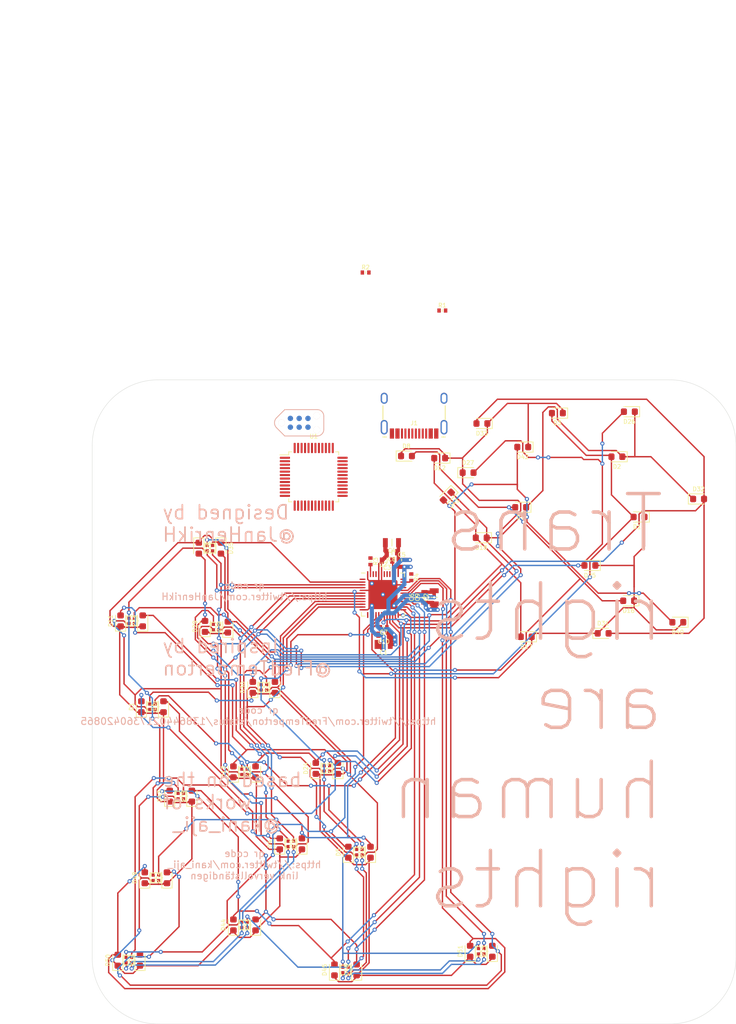
<source format=kicad_pcb>
(kicad_pcb (version 20171130) (host pcbnew 5.1.5+dfsg1-2build2)
  (layers (0 F.Cu signal) (31 B.Cu signal) (34 B.Paste user) (35 F.Paste user) (36 B.SilkS user hide) (37 F.SilkS user) (38 B.Mask user) (39 F.Mask user) (44 Edge.Cuts user))
  (net 0 "")
  (net 1 "Net-(U1-Pad46)")
  (net 2 "Net-(U1-Pad45)")
  (net 3 "Net-(U1-Pad44)")
  (net 4 "Net-(U1-Pad43)")
  (net 5 "Net-(U1-Pad42)")
  (net 6 "Net-(U1-Pad41)")
  (net 7 "Net-(U1-Pad40)")
  (net 8 "Net-(U1-Pad39)")
  (net 9 "Net-(U1-Pad38)")
  (net 10 "Net-(U1-Pad37)")
  (net 11 "Net-(U1-Pad34)")
  (net 12 "Net-(U1-Pad33)")
  (net 13 "Net-(U1-Pad32)")
  (net 14 "Net-(U1-Pad31)")
  (net 15 "Net-(U1-Pad30)")
  (net 16 "Net-(U1-Pad29)")
  (net 17 "Net-(U1-Pad28)")
  (net 18 "Net-(U1-Pad27)")
  (net 19 "Net-(U1-Pad26)")
  (net 20 "Net-(U1-Pad25)")
  (net 21 "Net-(U1-Pad22)")
  (net 22 "Net-(U1-Pad21)")
  (net 23 "Net-(U1-Pad20)")
  (net 24 "Net-(U1-Pad19)")
  (net 25 "Net-(U1-Pad18)")
  (net 26 "Net-(U1-Pad17)")
  (net 27 "Net-(U1-Pad16)")
  (net 28 "Net-(U1-Pad15)")
  (net 29 "Net-(U1-Pad14)")
  (net 30 "Net-(U1-Pad13)")
  (net 31 "Net-(U1-Pad12)")
  (net 32 "Net-(U1-Pad11)")
  (net 33 "Net-(U1-Pad10)")
  (net 34 "Net-(U1-Pad7)")
  (net 35 "Net-(U1-Pad6)")
  (net 36 "Net-(U1-Pad5)")
  (net 37 "Net-(U1-Pad4)")
  (net 38 "Net-(U1-Pad3)")
  (net 39 "Net-(U1-Pad2)")
  (net 40 "Net-(U2-Pad40)")
  (net 41 "Net-(U2-Pad36)")
  (net 42 "Net-(U2-Pad33)")
  (net 43 "Net-(U2-Pad15)")
  (net 44 "Net-(U2-Pad14)")
  (net 45 "Net-(U2-Pad13)")
  (net 46 "Net-(U2-Pad1)")
  (net 47 "Net-(J1-PadB5)")
  (net 48 "Net-(J1-PadA8)")
  (net 49 "Net-(J1-PadA5)")
  (net 50 "Net-(J1-PadB8)")
  (net 51 GND)
  (net 52 VBUS)
  (net 53 +3V3)
  (net 54 RGBS2)
  (net 55 RGBS3)
  (net 56 RGBC2)
  (net 57 RGBS1)
  (net 58 RGBS5)
  (net 59 RGBS6)
  (net 60 RGBS4)
  (net 61 RGBS8)
  (net 62 RGBS9)
  (net 63 RGBS7)
  (net 64 RGBC10)
  (net 65 RGBC1)
  (net 66 RGBC4)
  (net 67 RGBC13)
  (net 68 RGBC5)
  (net 69 RGBC7)
  (net 70 RGBC14)
  (net 71 RGBC3)
  (net 72 RGBC6)
  (net 73 RGBC9)
  (net 74 RGBC8)
  (net 75 RGBC11)
  (net 76 RGBC15)
  (net 77 D+)
  (net 78 D-)
  (net 79 "Net-(P1-Pad6)")
  (net 80 SWCLK)
  (net 81 "Net-(P1-Pad3)")
  (net 82 SWDIO)
  (net 83 "Net-(R3-Pad2)")
  (net 84 "Net-(R4-Pad2)")
  (net 85 SDB)
  (net 86 INT)
  (net 87 SCL)
  (net 88 SDA)
  (net 89 RGBC12)
  (module LED_SMD:LED_0603_1608Metric (layer F.Cu) (at 107.8 132.5 90)
    (fp_text reference D54 (at 0 -1.43 90) (layer F.SilkS) (effects (font (size 0.6 0.6) (thickness 0.1))))
    (fp_text value Blue)
    (pad 2 smd roundrect (at 0.7875 0 90) (size 0.875 0.95) (layers F.Cu F.Paste F.Mask) (net 76 RGBC15))
    (pad 1 smd roundrect (at -0.7875 0 90) (size 0.875 0.95) (layers F.Cu F.Paste F.Mask) (net 55 RGBS3))
  )
  (module LED_SMD:LED_0603_1608Metric (layer F.Cu) (at 56.9 133.8 90)
    (fp_text reference D53 (at 0 -1.43 90) (layer F.SilkS) (effects (font (size 0.6 0.6) (thickness 0.1))))
    (fp_text value Blue)
    (pad 2 smd roundrect (at 0.7875 0 90) (size 0.875 0.95) (layers F.Cu F.Paste F.Mask) (net 76 RGBC15))
    (pad 1 smd roundrect (at -0.7875 0 90) (size 0.875 0.95) (layers F.Cu F.Paste F.Mask) (net 54 RGBS2))
  )
  (module LED_SMD:LED_0603_1608Metric (layer F.Cu) (at 60.8 121.9 90)
    (fp_text reference D52 (at 0 -1.43 90) (layer F.SilkS) (effects (font (size 0.6 0.6) (thickness 0.1))))
    (fp_text value Blue)
    (pad 2 smd roundrect (at 0.7875 0 90) (size 0.875 0.95) (layers F.Cu F.Paste F.Mask) (net 76 RGBC15))
    (pad 1 smd roundrect (at -0.7875 0 90) (size 0.875 0.95) (layers F.Cu F.Paste F.Mask) (net 57 RGBS1))
  )
  (module LED_SMD:LED_0603_1608Metric (layer F.Cu) (at 104.6 132.5 90)
    (fp_text reference D51 (at 0 -1.43 90) (layer F.SilkS) (effects (font (size 0.6 0.6) (thickness 0.1))))
    (fp_text value Pink)
    (pad 2 smd roundrect (at 0.7875 0 90) (size 0.875 0.95) (layers F.Cu F.Paste F.Mask) (net 67 RGBC13))
    (pad 1 smd roundrect (at -0.7875 0 90) (size 0.875 0.95) (layers F.Cu F.Paste F.Mask) (net 55 RGBS3))
  )
  (module LED_SMD:LED_0603_1608Metric (layer F.Cu) (at 53.7 133.8 90)
    (fp_text reference D50 (at 0 -1.43 90) (layer F.SilkS) (effects (font (size 0.6 0.6) (thickness 0.1))))
    (fp_text value Pink)
    (pad 2 smd roundrect (at 0.7875 0 90) (size 0.875 0.95) (layers F.Cu F.Paste F.Mask) (net 67 RGBC13))
    (pad 1 smd roundrect (at -0.7875 0 90) (size 0.875 0.95) (layers F.Cu F.Paste F.Mask) (net 54 RGBS2))
  )
  (module LED_SMD:LED_0603_1608Metric (layer F.Cu) (at 57.6 121.9 90)
    (fp_text reference D49 (at 0 -1.43 90) (layer F.SilkS) (effects (font (size 0.6 0.6) (thickness 0.1))))
    (fp_text value Pink)
    (pad 2 smd roundrect (at 0.7875 0 90) (size 0.875 0.95) (layers F.Cu F.Paste F.Mask) (net 67 RGBC13))
    (pad 1 smd roundrect (at -0.7875 0 90) (size 0.875 0.95) (layers F.Cu F.Paste F.Mask) (net 57 RGBS1))
  )
  (module LED_SMD:LED_0603_1608Metric (layer F.Cu) (at 88.2 135.2 90)
    (fp_text reference D48 (at 0 -1.43 90) (layer F.SilkS) (effects (font (size 0.6 0.6) (thickness 0.1))))
    (fp_text value Blue)
    (pad 2 smd roundrect (at 0.7875 0 90) (size 0.875 0.95) (layers F.Cu F.Paste F.Mask) (net 89 RGBC12))
    (pad 1 smd roundrect (at -0.7875 0 90) (size 0.875 0.95) (layers F.Cu F.Paste F.Mask) (net 55 RGBS3))
  )
  (module LED_SMD:LED_0603_1608Metric (layer F.Cu) (at 73.6 128.7 90)
    (fp_text reference D47 (at 0 -1.43 90) (layer F.SilkS) (effects (font (size 0.6 0.6) (thickness 0.1))))
    (fp_text value Blue)
    (pad 2 smd roundrect (at 0.7875 0 90) (size 0.875 0.95) (layers F.Cu F.Paste F.Mask) (net 89 RGBC12))
    (pad 1 smd roundrect (at -0.7875 0 90) (size 0.875 0.95) (layers F.Cu F.Paste F.Mask) (net 54 RGBS2))
  )
  (module LED_SMD:LED_0603_1608Metric (layer F.Cu) (at 64.4 110.1 90)
    (fp_text reference D46 (at 0 -1.43 90) (layer F.SilkS) (effects (font (size 0.6 0.6) (thickness 0.1))))
    (fp_text value Blue)
    (pad 2 smd roundrect (at 0.7875 0 90) (size 0.875 0.95) (layers F.Cu F.Paste F.Mask) (net 89 RGBC12))
    (pad 1 smd roundrect (at -0.7875 0 90) (size 0.875 0.95) (layers F.Cu F.Paste F.Mask) (net 57 RGBS1))
  )
  (module LED_SMD:LED_0603_1608Metric (layer F.Cu) (at 85 135.2 90)
    (fp_text reference D45 (at 0 -1.43 90) (layer F.SilkS) (effects (font (size 0.6 0.6) (thickness 0.1))))
    (fp_text value Pink)
    (pad 2 smd roundrect (at 0.7875 0 90) (size 0.875 0.95) (layers F.Cu F.Paste F.Mask) (net 64 RGBC10))
    (pad 1 smd roundrect (at -0.7875 0 90) (size 0.875 0.95) (layers F.Cu F.Paste F.Mask) (net 55 RGBS3))
  )
  (module LED_SMD:LED_0603_1608Metric (layer F.Cu) (at 70.4 128.7 90)
    (fp_text reference D44 (at 0 -1.43 90) (layer F.SilkS) (effects (font (size 0.6 0.6) (thickness 0.1))))
    (fp_text value Pink)
    (pad 2 smd roundrect (at 0.7875 0 90) (size 0.875 0.95) (layers F.Cu F.Paste F.Mask) (net 64 RGBC10))
    (pad 1 smd roundrect (at -0.7875 0 90) (size 0.875 0.95) (layers F.Cu F.Paste F.Mask) (net 54 RGBS2))
  )
  (module LED_SMD:LED_0603_1608Metric (layer F.Cu) (at 61.2 110.1 90)
    (fp_text reference D43 (at 0 -1.43 90) (layer F.SilkS) (effects (font (size 0.6 0.6) (thickness 0.1))))
    (fp_text value Pink)
    (pad 2 smd roundrect (at 0.7875 0 90) (size 0.875 0.95) (layers F.Cu F.Paste F.Mask) (net 64 RGBC10))
    (pad 1 smd roundrect (at -0.7875 0 90) (size 0.875 0.95) (layers F.Cu F.Paste F.Mask) (net 57 RGBS1))
  )
  (module LED_SMD:LED_0603_1608Metric (layer F.Cu) (at 112.2 59.7 180)
    (fp_text reference D42 (at 0 -1.43) (layer F.SilkS) (effects (font (size 0.6 0.6) (thickness 0.1))))
    (fp_text value White)
    (pad 2 smd roundrect (at 0.7875 0 180) (size 0.875 0.95) (layers F.Cu F.Paste F.Mask) (net 73 RGBC9))
    (pad 1 smd roundrect (at -0.7875 0 180) (size 0.875 0.95) (layers F.Cu F.Paste F.Mask) (net 59 RGBS6))
  )
  (module LED_SMD:LED_0603_1608Metric (layer F.Cu) (at 101.3 66.8 225)
    (fp_text reference D41 (at 0 -1.43 45) (layer F.SilkS) (effects (font (size 0.6 0.6) (thickness 0.1))))
    (fp_text value White)
    (pad 2 smd roundrect (at 0.7875 0 225) (size 0.875 0.95) (layers F.Cu F.Paste F.Mask) (net 73 RGBC9))
    (pad 1 smd roundrect (at -0.7875 0 225) (size 0.875 0.95) (layers F.Cu F.Paste F.Mask) (net 58 RGBS5))
  )
  (module LED_SMD:LED_0603_1608Metric (layer F.Cu) (at 134.6 85 180)
    (fp_text reference D40 (at 0 -1.43) (layer F.SilkS) (effects (font (size 0.6 0.6) (thickness 0.1))))
    (fp_text value White)
    (pad 2 smd roundrect (at 0.7875 0 180) (size 0.875 0.95) (layers F.Cu F.Paste F.Mask) (net 73 RGBC9))
    (pad 1 smd roundrect (at -0.7875 0 180) (size 0.875 0.95) (layers F.Cu F.Paste F.Mask) (net 60 RGBS4))
  )
  (module LED_SMD:LED_0603_1608Metric (layer F.Cu) (at 76.4 94.4 90)
    (fp_text reference D37 (at 0 -1.43 90) (layer F.SilkS) (effects (font (size 0.6 0.6) (thickness 0.1))))
    (fp_text value Blue)
    (pad 2 smd roundrect (at 0.7875 0 90) (size 0.875 0.95) (layers F.Cu F.Paste F.Mask) (net 73 RGBC9))
    (pad 1 smd roundrect (at -0.7875 0 90) (size 0.875 0.95) (layers F.Cu F.Paste F.Mask) (net 55 RGBS3))
  )
  (module LED_SMD:LED_0603_1608Metric (layer F.Cu) (at 69.6 85.7 90)
    (fp_text reference D36 (at 0 -1.43 90) (layer F.SilkS) (effects (font (size 0.6 0.6) (thickness 0.1))))
    (fp_text value Blue)
    (pad 2 smd roundrect (at 0.7875 0 90) (size 0.875 0.95) (layers F.Cu F.Paste F.Mask) (net 73 RGBC9))
    (pad 1 smd roundrect (at -0.7875 0 90) (size 0.875 0.95) (layers F.Cu F.Paste F.Mask) (net 54 RGBS2))
  )
  (module LED_SMD:LED_0603_1608Metric (layer F.Cu) (at 68.6 74.3 270)
    (fp_text reference D35 (at 0 -1.43 90) (layer F.SilkS) (effects (font (size 0.6 0.6) (thickness 0.1))))
    (fp_text value Blue)
    (pad 2 smd roundrect (at 0.7875 0 270) (size 0.875 0.95) (layers F.Cu F.Paste F.Mask) (net 73 RGBC9))
    (pad 1 smd roundrect (at -0.7875 0 270) (size 0.875 0.95) (layers F.Cu F.Paste F.Mask) (net 57 RGBS1))
  )
  (module LED_SMD:LED_0603_1608Metric (layer F.Cu) (at 106.3 56.3 180)
    (fp_text reference D33 (at 0 -1.43) (layer F.SilkS) (effects (font (size 0.6 0.6) (thickness 0.1))))
    (fp_text value White)
    (pad 2 smd roundrect (at 0.7875 0 180) (size 0.875 0.95) (layers F.Cu F.Paste F.Mask) (net 69 RGBC7))
    (pad 1 smd roundrect (at -0.7875 0 180) (size 0.875 0.95) (layers F.Cu F.Paste F.Mask) (net 59 RGBS6))
  )
  (module LED_SMD:LED_0603_1608Metric (layer F.Cu) (at 137.6 67.2)
    (fp_text reference D32 (at 0 -1.43) (layer F.SilkS) (effects (font (size 0.6 0.6) (thickness 0.1))))
    (fp_text value White)
    (pad 2 smd roundrect (at 0.7875 0) (size 0.875 0.95) (layers F.Cu F.Paste F.Mask) (net 69 RGBC7))
    (pad 1 smd roundrect (at -0.7875 0) (size 0.875 0.95) (layers F.Cu F.Paste F.Mask) (net 58 RGBS5))
  )
  (module LED_SMD:LED_0603_1608Metric (layer F.Cu) (at 123.8125 86.6)
    (fp_text reference D31 (at 0 -1.43) (layer F.SilkS) (effects (font (size 0.6 0.6) (thickness 0.1))))
    (fp_text value White)
    (pad 2 smd roundrect (at 0.7875 0) (size 0.875 0.95) (layers F.Cu F.Paste F.Mask) (net 69 RGBC7))
    (pad 1 smd roundrect (at -0.7875 0) (size 0.875 0.95) (layers F.Cu F.Paste F.Mask) (net 60 RGBS4))
  )
  (module LED_SMD:LED_0603_1608Metric (layer F.Cu) (at 73.2 94.4 90)
    (fp_text reference D30 (at 0 -1.43 90) (layer F.SilkS) (effects (font (size 0.6 0.6) (thickness 0.1))))
    (fp_text value Pink)
    (pad 2 smd roundrect (at 0.7875 0 90) (size 0.875 0.95) (layers F.Cu F.Paste F.Mask) (net 69 RGBC7))
    (pad 1 smd roundrect (at -0.7875 0 90) (size 0.875 0.95) (layers F.Cu F.Paste F.Mask) (net 55 RGBS3))
  )
  (module LED_SMD:LED_0603_1608Metric (layer F.Cu) (at 66.3 85.6 90)
    (fp_text reference D29 (at 0 -1.43 90) (layer F.SilkS) (effects (font (size 0.6 0.6) (thickness 0.1))))
    (fp_text value Pink)
    (pad 2 smd roundrect (at 0.7875 0 90) (size 0.875 0.95) (layers F.Cu F.Paste F.Mask) (net 69 RGBC7))
    (pad 1 smd roundrect (at -0.7875 0 90) (size 0.875 0.95) (layers F.Cu F.Paste F.Mask) (net 54 RGBS2))
  )
  (module LED_SMD:LED_0603_1608Metric (layer F.Cu) (at 65.4 74.3 270)
    (fp_text reference D28 (at 0 -1.43 90) (layer F.SilkS) (effects (font (size 0.6 0.6) (thickness 0.1))))
    (fp_text value Pink)
    (pad 2 smd roundrect (at 0.7875 0 270) (size 0.875 0.95) (layers F.Cu F.Paste F.Mask) (net 69 RGBC7))
    (pad 1 smd roundrect (at -0.7875 0 270) (size 0.875 0.95) (layers F.Cu F.Paste F.Mask) (net 57 RGBS1))
  )
  (module LED_SMD:LED_0603_1608Metric (layer F.Cu) (at 104.3 63.4)
    (fp_text reference D27 (at 0 -1.43) (layer F.SilkS) (effects (font (size 0.6 0.6) (thickness 0.1))))
    (fp_text value White)
    (pad 2 smd roundrect (at 0.7875 0) (size 0.875 0.95) (layers F.Cu F.Paste F.Mask) (net 72 RGBC6))
    (pad 1 smd roundrect (at -0.7875 0) (size 0.875 0.95) (layers F.Cu F.Paste F.Mask) (net 59 RGBS6))
  )
  (module LED_SMD:LED_0603_1608Metric (layer F.Cu) (at 127.6 54.6 180)
    (fp_text reference D26 (at 0 -1.43) (layer F.SilkS) (effects (font (size 0.6 0.6) (thickness 0.1))))
    (fp_text value White)
    (pad 2 smd roundrect (at 0.7875 0 180) (size 0.875 0.95) (layers F.Cu F.Paste F.Mask) (net 72 RGBC6))
    (pad 1 smd roundrect (at -0.7875 0 180) (size 0.875 0.95) (layers F.Cu F.Paste F.Mask) (net 58 RGBS5))
  )
  (module LED_SMD:LED_0603_1608Metric (layer F.Cu) (at 121.9 76.8 180)
    (fp_text reference D25 (at 0 -1.43) (layer F.SilkS) (effects (font (size 0.6 0.6) (thickness 0.1))))
    (fp_text value White)
    (pad 2 smd roundrect (at 0.7875 0 180) (size 0.875 0.95) (layers F.Cu F.Paste F.Mask) (net 72 RGBC6))
    (pad 1 smd roundrect (at -0.7875 0 180) (size 0.875 0.95) (layers F.Cu F.Paste F.Mask) (net 60 RGBS4))
  )
  (module LED_SMD:LED_0603_1608Metric (layer F.Cu) (at 82.3 106.1 90)
    (fp_text reference D24 (at 0 -1.43 90) (layer F.SilkS) (effects (font (size 0.6 0.6) (thickness 0.1))))
    (fp_text value Blue)
    (pad 2 smd roundrect (at 0.7875 0 90) (size 0.875 0.95) (layers F.Cu F.Paste F.Mask) (net 72 RGBC6))
    (pad 1 smd roundrect (at -0.7875 0 90) (size 0.875 0.95) (layers F.Cu F.Paste F.Mask) (net 55 RGBS3))
  )
  (module LED_SMD:LED_0603_1608Metric (layer F.Cu) (at 73.6 106.6 90)
    (fp_text reference D23 (at 0 -1.43 90) (layer F.SilkS) (effects (font (size 0.6 0.6) (thickness 0.1))))
    (fp_text value Blue)
    (pad 2 smd roundrect (at 0.7875 0 90) (size 0.875 0.95) (layers F.Cu F.Paste F.Mask) (net 72 RGBC6))
    (pad 1 smd roundrect (at -0.7875 0 90) (size 0.875 0.95) (layers F.Cu F.Paste F.Mask) (net 54 RGBS2))
  )
  (module LED_SMD:LED_0603_1608Metric (layer F.Cu) (at 57.3 84.8 90)
    (fp_text reference D22 (at 0 -1.43 90) (layer F.SilkS) (effects (font (size 0.6 0.6) (thickness 0.1))))
    (fp_text value Blue)
    (pad 2 smd roundrect (at 0.7875 0 90) (size 0.875 0.95) (layers F.Cu F.Paste F.Mask) (net 72 RGBC6))
    (pad 1 smd roundrect (at -0.7875 0 90) (size 0.875 0.95) (layers F.Cu F.Paste F.Mask) (net 57 RGBS1))
  )
  (module LED_SMD:LED_0603_1608Metric (layer F.Cu) (at 85.5 106.1 90)
    (fp_text reference D14 (at 0 -1.43 90) (layer F.SilkS) (effects (font (size 0.6 0.6) (thickness 0.1))))
    (fp_text value Pink)
    (pad 2 smd roundrect (at 0.7875 0 90) (size 0.875 0.95) (layers F.Cu F.Paste F.Mask) (net 66 RGBC4))
    (pad 1 smd roundrect (at -0.7875 0 90) (size 0.875 0.95) (layers F.Cu F.Paste F.Mask) (net 55 RGBS3))
  )
  (module LED_SMD:LED_0603_1608Metric (layer F.Cu) (at 70.4 106.6 90)
    (fp_text reference D13 (at 0 -1.43 90) (layer F.SilkS) (effects (font (size 0.6 0.6) (thickness 0.1))))
    (fp_text value Pink)
    (pad 2 smd roundrect (at 0.7875 0 90) (size 0.875 0.95) (layers F.Cu F.Paste F.Mask) (net 66 RGBC4))
    (pad 1 smd roundrect (at -0.7875 0 90) (size 0.875 0.95) (layers F.Cu F.Paste F.Mask) (net 54 RGBS2))
  )
  (module LED_SMD:LED_0603_1608Metric (layer F.Cu) (at 54.1 84.8 90)
    (fp_text reference D11 (at 0 -1.43 90) (layer F.SilkS) (effects (font (size 0.6 0.6) (thickness 0.1))))
    (fp_text value Pink)
    (pad 2 smd roundrect (at 0.7875 0 90) (size 0.875 0.95) (layers F.Cu F.Paste F.Mask) (net 66 RGBC4))
    (pad 1 smd roundrect (at -0.7875 0 90) (size 0.875 0.95) (layers F.Cu F.Paste F.Mask) (net 57 RGBS1))
  )
  (module LED_SMD:LED_0603_1608Metric (layer F.Cu) (at 90.2 118.2 90)
    (fp_text reference D10 (at 0 -1.43 90) (layer F.SilkS) (effects (font (size 0.6 0.6) (thickness 0.1))))
    (fp_text value Blue)
    (pad 2 smd roundrect (at 0.7875 0 90) (size 0.875 0.95) (layers F.Cu F.Paste F.Mask) (net 71 RGBC3))
    (pad 1 smd roundrect (at -0.7875 0 90) (size 0.875 0.95) (layers F.Cu F.Paste F.Mask) (net 55 RGBS3))
  )
  (module LED_SMD:LED_0603_1608Metric (layer F.Cu) (at 80.3 117 90)
    (fp_text reference D9 (at 0 -1.43 90) (layer F.SilkS) (effects (font (size 0.6 0.6) (thickness 0.1))))
    (fp_text value Blue)
    (pad 2 smd roundrect (at 0.7875 0 90) (size 0.875 0.95) (layers F.Cu F.Paste F.Mask) (net 71 RGBC3))
    (pad 1 smd roundrect (at -0.7875 0 90) (size 0.875 0.95) (layers F.Cu F.Paste F.Mask) (net 54 RGBS2))
  )
  (module LED_SMD:LED_0603_1608Metric (layer F.Cu) (at 60.3 97.2 90)
    (fp_text reference D6 (at 0 -1.43 90) (layer F.SilkS) (effects (font (size 0.6 0.6) (thickness 0.1))))
    (fp_text value Blue)
    (pad 2 smd roundrect (at 0.7875 0 90) (size 0.875 0.95) (layers F.Cu F.Paste F.Mask) (net 71 RGBC3))
    (pad 1 smd roundrect (at -0.7875 0 90) (size 0.875 0.95) (layers F.Cu F.Paste F.Mask) (net 57 RGBS1))
  )
  (module LED_SMD:LED_0603_1608Metric (layer F.Cu) (at 87 118.2 90)
    (fp_text reference D5 (at 0 -1.43 90) (layer F.SilkS) (effects (font (size 0.6 0.6) (thickness 0.1))))
    (fp_text value Pink)
    (pad 2 smd roundrect (at 0.7875 0 90) (size 0.875 0.95) (layers F.Cu F.Paste F.Mask) (net 65 RGBC1))
    (pad 1 smd roundrect (at -0.7875 0 90) (size 0.875 0.95) (layers F.Cu F.Paste F.Mask) (net 55 RGBS3))
  )
  (module LED_SMD:LED_0603_1608Metric (layer F.Cu) (at 77.1 117 90)
    (fp_text reference D4 (at 0 -1.43 90) (layer F.SilkS) (effects (font (size 0.6 0.6) (thickness 0.1))))
    (fp_text value Pink)
    (pad 2 smd roundrect (at 0.7875 0 90) (size 0.875 0.95) (layers F.Cu F.Paste F.Mask) (net 65 RGBC1))
    (pad 1 smd roundrect (at -0.7875 0 90) (size 0.875 0.95) (layers F.Cu F.Paste F.Mask) (net 54 RGBS2))
  )
  (module LED_SMD:LED_0603_1608Metric (layer F.Cu) (at 57.1 97.2 90)
    (fp_text reference D1 (at 0 -1.43 90) (layer F.SilkS) (effects (font (size 0.6 0.6) (thickness 0.1))))
    (fp_text value Pink)
    (pad 2 smd roundrect (at 0.7875 0 90) (size 0.875 0.95) (layers F.Cu F.Paste F.Mask) (net 65 RGBC1))
    (pad 1 smd roundrect (at -0.7875 0 90) (size 0.875 0.95) (layers F.Cu F.Paste F.Mask) (net 57 RGBS1))
  )
  (module otter:R_0402 (layer F.Cu) (at 96.1 78.5 270)
    (fp_text reference R4 (at 0 -0.75 90) (layer F.SilkS) (effects (font (size 0.6 0.6) (thickness 0.1))))
    (fp_text value 20k hide)
    (pad 2 smd rect (at 0.47 0 270) (size 0.5 0.6) (layers F.Cu F.Paste F.Mask) (net 84 "Net-(R4-Pad2)"))
    (pad 1 smd rect (at -0.47 0 270) (size 0.5 0.6) (layers F.Cu F.Paste F.Mask) (net 51 GND))
  )
  (module otter:R_0402 (layer F.Cu) (at 90.2 76.2 270)
    (fp_text reference R3 (at 0 -0.75 90) (layer F.SilkS) (effects (font (size 0.6 0.6) (thickness 0.1))))
    (fp_text value 5k1 hide)
    (pad 2 smd rect (at 0.47 0 270) (size 0.5 0.6) (layers F.Cu F.Paste F.Mask) (net 83 "Net-(R3-Pad2)"))
    (pad 1 smd rect (at -0.47 0 270) (size 0.5 0.6) (layers F.Cu F.Paste F.Mask) (net 51 GND))
  )
  (module otter:R_0402 (layer F.Cu) (at 89.5 34.5)
    (fp_text reference R2 (at 0 -0.75) (layer F.SilkS) (effects (font (size 0.6 0.6) (thickness 0.1))))
    (fp_text value 5k1 hide)
    (pad 2 smd rect (at 0.47 0) (size 0.5 0.6) (layers F.Cu F.Paste F.Mask) (net 51 GND))
    (pad 1 smd rect (at -0.47 0) (size 0.5 0.6) (layers F.Cu F.Paste F.Mask) (net 47 "Net-(J1-PadB5)"))
  )
  (module otter:R_0402 (layer F.Cu) (at 100.58 39.99)
    (fp_text reference R1 (at 0 -0.75) (layer F.SilkS) (effects (font (size 0.6 0.6) (thickness 0.1))))
    (fp_text value 5k1 hide)
    (pad 2 smd rect (at 0.47 0) (size 0.5 0.6) (layers F.Cu F.Paste F.Mask) (net 49 "Net-(J1-PadA5)"))
    (pad 1 smd rect (at -0.47 0) (size 0.5 0.6) (layers F.Cu F.Paste F.Mask) (net 51 GND))
  )
  (module otter:TC2030 (layer B.Cu) (at 79.9 56.2)
    (fp_text reference P1 hide)
    (fp_text value TC2030 hide)
    (pad "" np_thru_hole circle (at 2.54 -1.016) (size 0.98552 0.98552) (drill 0.98552) (layers *.Cu *.Mask B.SilkS))
    (pad "" np_thru_hole circle (at 2.54 1.016) (size 0.98552 0.98552) (drill 0.98552) (layers *.Cu *.Mask B.SilkS))
    (pad "" np_thru_hole circle (at -2.54 0) (size 0.98806 0.98806) (drill 0.98806) (layers *.Cu *.Mask B.SilkS))
    (pad 6 connect circle (at 1.27 0.635) (size 0.78486 0.78486) (layers B.Cu B.Mask) (net 79 "Net-(P1-Pad6)"))
    (pad 5 connect circle (at 1.27 -0.635) (size 0.78486 0.78486) (layers B.Cu B.Mask) (net 51 GND))
    (pad 4 connect circle (at 0 0.635) (size 0.78486 0.78486) (layers B.Cu B.Mask) (net 80 SWCLK))
    (pad 3 connect circle (at 0 -0.635) (size 0.78486 0.78486) (layers B.Cu B.Mask) (net 81 "Net-(P1-Pad3)"))
    (pad 2 connect circle (at -1.27 0.635) (size 0.78486 0.78486) (layers B.Cu B.Mask) (net 82 SWDIO))
    (pad 1 connect circle (at -1.27 -0.635) (size 0.78486 0.78486) (layers B.Cu B.Mask) (net 53 +3V3))
  )
  (module otter:FC-B1010RGBT-HG (layer F.Cu) (at 106.2 132.5)
    (fp_text reference D63 hide)
    (fp_text value RGBA_P1 hide)
    (pad 3 smd rect (at -0.385 0.385) (size 0.45 0.45) (layers F.Cu F.Paste F.Mask) (net 61 RGBS8))
    (pad 4 smd rect (at -0.385 -0.385) (size 0.45 0.45) (layers F.Cu F.Paste F.Mask) (net 62 RGBS9))
    (pad 1 smd rect (at 0.385 -0.385) (size 0.45 0.45) (layers F.Cu F.Paste F.Mask) (net 70 RGBC14))
    (pad 2 smd rect (at 0.385 0.385) (size 0.45 0.45) (layers F.Cu F.Paste F.Mask) (net 63 RGBS7))
  )
  (module otter:FC-B1010RGBT-HG (layer F.Cu) (at 67.9 85.7)
    (fp_text reference D62 hide)
    (fp_text value RGBA_P1 hide)
    (pad 3 smd rect (at -0.385 0.385) (size 0.45 0.45) (layers F.Cu F.Paste F.Mask) (net 58 RGBS5))
    (pad 4 smd rect (at -0.385 -0.385) (size 0.45 0.45) (layers F.Cu F.Paste F.Mask) (net 59 RGBS6))
    (pad 1 smd rect (at 0.385 -0.385) (size 0.45 0.45) (layers F.Cu F.Paste F.Mask) (net 70 RGBC14))
    (pad 2 smd rect (at 0.385 0.385) (size 0.45 0.45) (layers F.Cu F.Paste F.Mask) (net 60 RGBS4))
  )
  (module otter:FC-B1010RGBT-HG (layer F.Cu) (at 55.7 84.8)
    (fp_text reference D61 hide)
    (fp_text value RGBA_P1 hide)
    (pad 3 smd rect (at -0.385 0.385) (size 0.45 0.45) (layers F.Cu F.Paste F.Mask) (net 54 RGBS2))
    (pad 4 smd rect (at -0.385 -0.385) (size 0.45 0.45) (layers F.Cu F.Paste F.Mask) (net 55 RGBS3))
    (pad 1 smd rect (at 0.385 -0.385) (size 0.45 0.45) (layers F.Cu F.Paste F.Mask) (net 70 RGBC14))
    (pad 2 smd rect (at 0.385 0.385) (size 0.45 0.45) (layers F.Cu F.Paste F.Mask) (net 57 RGBS1))
  )
  (module otter:FC-B1010RGBT-HG (layer F.Cu) (at 86.6 135.2)
    (fp_text reference D60 hide)
    (fp_text value RGBA_P1 hide)
    (pad 3 smd rect (at -0.385 0.385) (size 0.45 0.45) (layers F.Cu F.Paste F.Mask) (net 61 RGBS8))
    (pad 4 smd rect (at -0.385 -0.385) (size 0.45 0.45) (layers F.Cu F.Paste F.Mask) (net 62 RGBS9))
    (pad 1 smd rect (at 0.385 -0.385) (size 0.45 0.45) (layers F.Cu F.Paste F.Mask) (net 75 RGBC11))
    (pad 2 smd rect (at 0.385 0.385) (size 0.45 0.45) (layers F.Cu F.Paste F.Mask) (net 63 RGBS7))
  )
  (module otter:FC-B1010RGBT-HG (layer F.Cu) (at 72 128.7)
    (fp_text reference D59 hide)
    (fp_text value RGBA_P1 hide)
    (pad 3 smd rect (at -0.385 0.385) (size 0.45 0.45) (layers F.Cu F.Paste F.Mask) (net 58 RGBS5))
    (pad 4 smd rect (at -0.385 -0.385) (size 0.45 0.45) (layers F.Cu F.Paste F.Mask) (net 59 RGBS6))
    (pad 1 smd rect (at 0.385 -0.385) (size 0.45 0.45) (layers F.Cu F.Paste F.Mask) (net 75 RGBC11))
    (pad 2 smd rect (at 0.385 0.385) (size 0.45 0.45) (layers F.Cu F.Paste F.Mask) (net 60 RGBS4))
  )
  (module otter:FC-B1010RGBT-HG (layer F.Cu) (at 67 74.3 90)
    (fp_text reference D58 hide)
    (fp_text value RGBA_P1 hide)
    (pad 3 smd rect (at -0.385 0.385 90) (size 0.45 0.45) (layers F.Cu F.Paste F.Mask) (net 54 RGBS2))
    (pad 4 smd rect (at -0.385 -0.385 90) (size 0.45 0.45) (layers F.Cu F.Paste F.Mask) (net 55 RGBS3))
    (pad 1 smd rect (at 0.385 -0.385 90) (size 0.45 0.45) (layers F.Cu F.Paste F.Mask) (net 75 RGBC11))
    (pad 2 smd rect (at 0.385 0.385 90) (size 0.45 0.45) (layers F.Cu F.Paste F.Mask) (net 57 RGBS1))
  )
  (module otter:FC-B1010RGBT-HG (layer F.Cu) (at 83.9 106.1)
    (fp_text reference D57 hide)
    (fp_text value RGBA_P1 hide)
    (pad 3 smd rect (at -0.385 0.385) (size 0.45 0.45) (layers F.Cu F.Paste F.Mask) (net 61 RGBS8))
    (pad 4 smd rect (at -0.385 -0.385) (size 0.45 0.45) (layers F.Cu F.Paste F.Mask) (net 62 RGBS9))
    (pad 1 smd rect (at 0.385 -0.385) (size 0.45 0.45) (layers F.Cu F.Paste F.Mask) (net 74 RGBC8))
    (pad 2 smd rect (at 0.385 0.385) (size 0.45 0.45) (layers F.Cu F.Paste F.Mask) (net 63 RGBS7))
  )
  (module otter:FC-B1010RGBT-HG (layer F.Cu) (at 55.285 133.785)
    (fp_text reference D56 hide)
    (fp_text value RGBA_P1 hide)
    (pad 3 smd rect (at -0.385 0.385) (size 0.45 0.45) (layers F.Cu F.Paste F.Mask) (net 58 RGBS5))
    (pad 4 smd rect (at -0.385 -0.385) (size 0.45 0.45) (layers F.Cu F.Paste F.Mask) (net 59 RGBS6))
    (pad 1 smd rect (at 0.385 -0.385) (size 0.45 0.45) (layers F.Cu F.Paste F.Mask) (net 74 RGBC8))
    (pad 2 smd rect (at 0.385 0.385) (size 0.45 0.45) (layers F.Cu F.Paste F.Mask) (net 60 RGBS4))
  )
  (module otter:FC-B1010RGBT-HG (layer F.Cu) (at 62.8 110.1)
    (fp_text reference D55 hide)
    (fp_text value RGBA_P1 hide)
    (pad 3 smd rect (at -0.385 0.385) (size 0.45 0.45) (layers F.Cu F.Paste F.Mask) (net 54 RGBS2))
    (pad 4 smd rect (at -0.385 -0.385) (size 0.45 0.45) (layers F.Cu F.Paste F.Mask) (net 55 RGBS3))
    (pad 1 smd rect (at 0.385 -0.385) (size 0.45 0.45) (layers F.Cu F.Paste F.Mask) (net 74 RGBC8))
    (pad 2 smd rect (at 0.385 0.385) (size 0.45 0.45) (layers F.Cu F.Paste F.Mask) (net 57 RGBS1))
  )
  (module otter:FC-B1010RGBT-HG (layer F.Cu) (at 88.6 118.2)
    (fp_text reference D39 hide)
    (fp_text value RGBA_P1 hide)
    (pad 3 smd rect (at -0.385 0.385) (size 0.45 0.45) (layers F.Cu F.Paste F.Mask) (net 61 RGBS8))
    (pad 4 smd rect (at -0.385 -0.385) (size 0.45 0.45) (layers F.Cu F.Paste F.Mask) (net 62 RGBS9))
    (pad 1 smd rect (at 0.385 -0.385) (size 0.45 0.45) (layers F.Cu F.Paste F.Mask) (net 68 RGBC5))
    (pad 2 smd rect (at 0.385 0.385) (size 0.45 0.45) (layers F.Cu F.Paste F.Mask) (net 63 RGBS7))
  )
  (module otter:FC-B1010RGBT-HG (layer F.Cu) (at 72 106.6)
    (fp_text reference D38 hide)
    (fp_text value RGBA_P1 hide)
    (pad 3 smd rect (at -0.385 0.385) (size 0.45 0.45) (layers F.Cu F.Paste F.Mask) (net 58 RGBS5))
    (pad 4 smd rect (at -0.385 -0.385) (size 0.45 0.45) (layers F.Cu F.Paste F.Mask) (net 59 RGBS6))
    (pad 1 smd rect (at 0.385 -0.385) (size 0.45 0.45) (layers F.Cu F.Paste F.Mask) (net 68 RGBC5))
    (pad 2 smd rect (at 0.385 0.385) (size 0.45 0.45) (layers F.Cu F.Paste F.Mask) (net 60 RGBS4))
  )
  (module otter:FC-B1010RGBT-HG (layer F.Cu) (at 58.7 97.2)
    (fp_text reference D34 hide)
    (fp_text value RGBA_P1 hide)
    (pad 3 smd rect (at -0.385 0.385) (size 0.45 0.45) (layers F.Cu F.Paste F.Mask) (net 54 RGBS2))
    (pad 4 smd rect (at -0.385 -0.385) (size 0.45 0.45) (layers F.Cu F.Paste F.Mask) (net 55 RGBS3))
    (pad 1 smd rect (at 0.385 -0.385) (size 0.45 0.45) (layers F.Cu F.Paste F.Mask) (net 68 RGBC5))
    (pad 2 smd rect (at 0.385 0.385) (size 0.45 0.45) (layers F.Cu F.Paste F.Mask) (net 57 RGBS1))
  )
  (module otter:FC-B1010RGBT-HG (layer F.Cu) (at 74.8 94.4)
    (fp_text reference D21 hide)
    (fp_text value RGBA_P1 hide)
    (pad 3 smd rect (at -0.385 0.385) (size 0.45 0.45) (layers F.Cu F.Paste F.Mask) (net 61 RGBS8))
    (pad 4 smd rect (at -0.385 -0.385) (size 0.45 0.45) (layers F.Cu F.Paste F.Mask) (net 62 RGBS9))
    (pad 1 smd rect (at 0.385 -0.385) (size 0.45 0.45) (layers F.Cu F.Paste F.Mask) (net 56 RGBC2))
    (pad 2 smd rect (at 0.385 0.385) (size 0.45 0.45) (layers F.Cu F.Paste F.Mask) (net 63 RGBS7))
  )
  (module otter:FC-B1010RGBT-HG (layer F.Cu) (at 78.7 117)
    (fp_text reference D20 hide)
    (fp_text value RGBA_P1 hide)
    (pad 3 smd rect (at -0.385 0.385) (size 0.45 0.45) (layers F.Cu F.Paste F.Mask) (net 58 RGBS5))
    (pad 4 smd rect (at -0.385 -0.385) (size 0.45 0.45) (layers F.Cu F.Paste F.Mask) (net 59 RGBS6))
    (pad 1 smd rect (at 0.385 -0.385) (size 0.45 0.45) (layers F.Cu F.Paste F.Mask) (net 56 RGBC2))
    (pad 2 smd rect (at 0.385 0.385) (size 0.45 0.45) (layers F.Cu F.Paste F.Mask) (net 60 RGBS4))
  )
  (module otter:FC-B1010RGBT-HG (layer F.Cu) (at 59.2 121.9)
    (fp_text reference D19 hide)
    (fp_text value RGBA_P1 hide)
    (pad 3 smd rect (at -0.385 0.385) (size 0.45 0.45) (layers F.Cu F.Paste F.Mask) (net 54 RGBS2))
    (pad 4 smd rect (at -0.385 -0.385) (size 0.45 0.45) (layers F.Cu F.Paste F.Mask) (net 55 RGBS3))
    (pad 1 smd rect (at 0.385 -0.385) (size 0.45 0.45) (layers F.Cu F.Paste F.Mask) (net 56 RGBC2))
    (pad 2 smd rect (at 0.385 0.385) (size 0.45 0.45) (layers F.Cu F.Paste F.Mask) (net 57 RGBS1))
  )
  (module otter:C_0603 (layer F.Cu) (at 92.1 86.8 180)
    (fp_text reference C10 (at 0 -1) (layer F.SilkS) (effects (font (size 0.6 0.6) (thickness 0.1))))
    (fp_text value 1u hide)
    (pad 2 smd rect (at 0.75 0 180) (size 0.6 0.9) (layers F.Cu F.Paste F.Mask) (net 51 GND))
    (pad 1 smd rect (at -0.75 0 180) (size 0.6 0.9) (layers F.Cu F.Paste F.Mask) (net 52 VBUS))
  )
  (module otter:C_0603 (layer F.Cu) (at 98 81.4 90)
    (fp_text reference C9 (at 0 -1 90) (layer F.SilkS) (effects (font (size 0.6 0.6) (thickness 0.1))))
    (fp_text value 1u hide)
    (pad 2 smd rect (at 0.75 0 90) (size 0.6 0.9) (layers F.Cu F.Paste F.Mask) (net 51 GND))
    (pad 1 smd rect (at -0.75 0 90) (size 0.6 0.9) (layers F.Cu F.Paste F.Mask) (net 52 VBUS))
  )
  (module otter:C_0603 (layer F.Cu) (at 93.3 74.9 180)
    (fp_text reference C8 (at 0 -1) (layer F.SilkS) (effects (font (size 0.6 0.6) (thickness 0.1))))
    (fp_text value 1u hide)
    (pad 2 smd rect (at 0.75 0 180) (size 0.6 0.9) (layers F.Cu F.Paste F.Mask) (net 51 GND))
    (pad 1 smd rect (at -0.75 0 180) (size 0.6 0.9) (layers F.Cu F.Paste F.Mask) (net 52 VBUS))
  )
  (module otter:C_0402 (layer F.Cu) (at 92.1 85.7 180)
    (fp_text reference C7 (at 0 -0.75) (layer F.SilkS) (effects (font (size 0.6 0.6) (thickness 0.1))))
    (fp_text value 100n hide)
    (pad 2 smd rect (at 0.47 0 180) (size 0.5 0.6) (layers F.Cu F.Paste F.Mask) (net 51 GND))
    (pad 1 smd rect (at -0.47 0 180) (size 0.5 0.6) (layers F.Cu F.Paste F.Mask) (net 52 VBUS))
  )
  (module otter:C_0402 (layer F.Cu) (at 96.9 81.4 90)
    (fp_text reference C6 (at 0 -0.75 90) (layer F.SilkS) (effects (font (size 0.6 0.6) (thickness 0.1))))
    (fp_text value 100n hide)
    (pad 2 smd rect (at 0.47 0 90) (size 0.5 0.6) (layers F.Cu F.Paste F.Mask) (net 51 GND))
    (pad 1 smd rect (at -0.47 0 90) (size 0.5 0.6) (layers F.Cu F.Paste F.Mask) (net 52 VBUS))
  )
  (module otter:C_0402 (layer F.Cu) (at 94.7 76)
    (fp_text reference C5 (at 0 -0.75) (layer F.SilkS) (effects (font (size 0.6 0.6) (thickness 0.1))))
    (fp_text value 100n hide)
    (pad 2 smd rect (at 0.47 0) (size 0.5 0.6) (layers F.Cu F.Paste F.Mask) (net 51 GND))
    (pad 1 smd rect (at -0.47 0) (size 0.5 0.6) (layers F.Cu F.Paste F.Mask) (net 52 VBUS))
  )
  (module otter:C_0805 (layer F.Cu) (at 93.3 73.5 180)
    (fp_text reference C4 (at 0 -1.15) (layer F.SilkS) (effects (font (size 0.6 0.6) (thickness 0.1))))
    (fp_text value 22u hide)
    (pad 2 smd rect (at 0.95 0 180) (size 0.7 1.3) (layers F.Cu F.Paste F.Mask) (net 51 GND))
    (pad 1 smd rect (at -0.95 0 180) (size 0.7 1.3) (layers F.Cu F.Paste F.Mask) (net 52 VBUS))
  )
  (module otter:C_0603 (layer F.Cu) (at 92.6 76.1 180)
    (fp_text reference C3 (at 0 -1) (layer F.SilkS) (effects (font (size 0.6 0.6) (thickness 0.1))))
    (fp_text value 1u hide)
    (pad 2 smd rect (at 0.75 0 180) (size 0.6 0.9) (layers F.Cu F.Paste F.Mask) (net 51 GND))
    (pad 1 smd rect (at -0.75 0 180) (size 0.6 0.9) (layers F.Cu F.Paste F.Mask) (net 53 +3V3))
  )
  (module otter:C_0805 (layer F.Cu) (at 99.4 81.4 90)
    (fp_text reference C2 (at 0 -1.15 90) (layer F.SilkS) (effects (font (size 0.6 0.6) (thickness 0.1))))
    (fp_text value 22u hide)
    (pad 2 smd rect (at 0.95 0 90) (size 0.7 1.3) (layers F.Cu F.Paste F.Mask) (net 51 GND))
    (pad 1 smd rect (at -0.95 0 90) (size 0.7 1.3) (layers F.Cu F.Paste F.Mask) (net 52 VBUS))
  )
  (module otter:C_0805 (layer F.Cu) (at 92.1 88.2 180)
    (fp_text reference C1 (at 0 -1.15) (layer F.SilkS) (effects (font (size 0.6 0.6) (thickness 0.1))))
    (fp_text value 22u hide)
    (pad 2 smd rect (at 0.95 0 180) (size 0.7 1.3) (layers F.Cu F.Paste F.Mask) (net 51 GND))
    (pad 1 smd rect (at -0.95 0 180) (size 0.7 1.3) (layers F.Cu F.Paste F.Mask) (net 52 VBUS))
  )
  (module LED_SMD:LED_0603_1608Metric (layer F.Cu) (at 106.2 72.8 180)
    (fp_text reference D18 (at 0 -1.43) (layer F.SilkS) (effects (font (size 0.6 0.6) (thickness 0.1))))
    (fp_text value White)
    (pad 2 smd roundrect (at 0.7875 0 180) (size 0.875 0.95) (layers F.Cu F.Paste F.Mask) (net 66 RGBC4))
    (pad 1 smd roundrect (at -0.7875 0 180) (size 0.875 0.95) (layers F.Cu F.Paste F.Mask) (net 58 RGBS5))
  )
  (module LED_SMD:LED_0603_1608Metric (layer F.Cu) (at 112.7 87.1 180)
    (fp_text reference D17 (at 0 -1.43) (layer F.SilkS) (effects (font (size 0.6 0.6) (thickness 0.1))))
    (fp_text value White)
    (pad 2 smd roundrect (at 0.7875 0 180) (size 0.875 0.95) (layers F.Cu F.Paste F.Mask) (net 66 RGBC4))
    (pad 1 smd roundrect (at -0.7875 0 180) (size 0.875 0.95) (layers F.Cu F.Paste F.Mask) (net 60 RGBS4))
  )
  (module LED_SMD:LED_0603_1608Metric (layer F.Cu) (at 127.5 81.9 180)
    (fp_text reference D16 (at 0 -1.43) (layer F.SilkS) (effects (font (size 0.6 0.6) (thickness 0.1))))
    (fp_text value White)
    (pad 2 smd roundrect (at 0.7875 0 180) (size 0.875 0.95) (layers F.Cu F.Paste F.Mask) (net 71 RGBC3))
    (pad 1 smd roundrect (at -0.7875 0 180) (size 0.875 0.95) (layers F.Cu F.Paste F.Mask) (net 60 RGBS4))
  )
  (module LED_SMD:LED_0603_1608Metric (layer F.Cu) (at 129 69.8 180)
    (fp_text reference D15 (at 0 -1.43) (layer F.SilkS) (effects (font (size 0.6 0.6) (thickness 0.1))))
    (fp_text value White)
    (pad 2 smd roundrect (at 0.7875 0 180) (size 0.875 0.95) (layers F.Cu F.Paste F.Mask) (net 65 RGBC1))
    (pad 1 smd roundrect (at -0.7875 0 180) (size 0.875 0.95) (layers F.Cu F.Paste F.Mask) (net 60 RGBS4))
  )
  (module LED_SMD:LED_0603_1608Metric (layer F.Cu) (at 100.2 61.3 180)
    (fp_text reference D12 (at 0 -1.43) (layer F.SilkS) (effects (font (size 0.6 0.6) (thickness 0.1))))
    (fp_text value White)
    (pad 2 smd roundrect (at 0.7875 0 180) (size 0.875 0.95) (layers F.Cu F.Paste F.Mask) (net 66 RGBC4))
    (pad 1 smd roundrect (at -0.7875 0 180) (size 0.875 0.95) (layers F.Cu F.Paste F.Mask) (net 59 RGBS6))
  )
  (module LED_SMD:LED_0603_1608Metric (layer F.Cu) (at 95.4 61)
    (fp_text reference D8 (at 0 -1.43) (layer F.SilkS) (effects (font (size 0.6 0.6) (thickness 0.1))))
    (fp_text value White)
    (pad 2 smd roundrect (at 0.7875 0) (size 0.875 0.95) (layers F.Cu F.Paste F.Mask) (net 71 RGBC3))
    (pad 1 smd roundrect (at -0.7875 0) (size 0.875 0.95) (layers F.Cu F.Paste F.Mask) (net 59 RGBS6))
  )
  (module LED_SMD:LED_0603_1608Metric (layer F.Cu) (at 111.9 68.4 180)
    (fp_text reference D7 (at 0 -1.43) (layer F.SilkS) (effects (font (size 0.6 0.6) (thickness 0.1))))
    (fp_text value White)
    (pad 2 smd roundrect (at 0.7875 0 180) (size 0.875 0.95) (layers F.Cu F.Paste F.Mask) (net 71 RGBC3))
    (pad 1 smd roundrect (at -0.7875 0 180) (size 0.875 0.95) (layers F.Cu F.Paste F.Mask) (net 58 RGBS5))
  )
  (module LED_SMD:LED_0603_1608Metric (layer F.Cu) (at 117.2 54.8 180)
    (fp_text reference D3 (at 0 -1.43) (layer F.SilkS) (effects (font (size 0.6 0.6) (thickness 0.1))))
    (fp_text value White)
    (pad 2 smd roundrect (at 0.7875 0 180) (size 0.875 0.95) (layers F.Cu F.Paste F.Mask) (net 65 RGBC1))
    (pad 1 smd roundrect (at -0.7875 0 180) (size 0.875 0.95) (layers F.Cu F.Paste F.Mask) (net 59 RGBS6))
  )
  (module LED_SMD:LED_0603_1608Metric (layer F.Cu) (at 125.8 61.1 180)
    (fp_text reference D2 (at 0 -1.43) (layer F.SilkS) (effects (font (size 0.6 0.6) (thickness 0.1))))
    (fp_text value White)
    (pad 2 smd roundrect (at 0.7875 0 180) (size 0.875 0.95) (layers F.Cu F.Paste F.Mask) (net 65 RGBC1))
    (pad 1 smd roundrect (at -0.7875 0 180) (size 0.875 0.95) (layers F.Cu F.Paste F.Mask) (net 58 RGBS5))
  )
  (module "otter:USB-C 16Pin" (layer F.Cu) (at 96.5 57.75 180)
    (fp_text reference J1 (at 0 1.5) (layer F.SilkS) (effects (font (size 0.6 0.6) (thickness 0.1))))
    (fp_text value USB)
    (pad A9 smd rect (at -2.4 0 180) (size 0.6 1.45) (layers F.Cu F.Paste F.Mask) (net 52 VBUS))
    (pad B9 smd rect (at 2.4 0 180) (size 0.6 1.45) (layers F.Cu F.Paste F.Mask) (net 52 VBUS))
    (pad B12 smd rect (at 3.2 0 180) (size 0.6 1.45) (layers F.Cu F.Paste F.Mask) (net 51 GND))
    (pad A12 smd rect (at -3.2 0 180) (size 0.6 1.45) (layers F.Cu F.Paste F.Mask) (net 51 GND))
    (pad S1 thru_hole oval (at -4.32 0.915 180) (size 1 2.1) (drill oval 0.6 1.7) (layers *.Cu *.Mask) (net 51 GND))
    (pad S1 thru_hole oval (at 4.32 0.915 180) (size 1 2.1) (drill oval 0.6 1.7) (layers *.Cu *.Mask) (net 51 GND))
    (pad S1 thru_hole oval (at -4.32 5.095 180) (size 1 1.6) (drill oval 0.6 1.2) (layers *.Cu *.Mask) (net 51 GND))
    (pad S1 thru_hole oval (at 4.32 5.095 180) (size 1 1.6) (drill oval 0.6 1.2) (layers *.Cu *.Mask) (net 51 GND))
    (pad "" np_thru_hole circle (at 2.89 1.445 180) (size 0.65 0.65) (drill 0.65) (layers *.Cu *.Mask))
    (pad "" np_thru_hole circle (at -2.89 1.445 180) (size 0.65 0.65) (drill 0.65) (layers *.Cu *.Mask))
    (pad B1 smd rect (at 3.2 0 180) (size 0.6 1.45) (layers F.Cu F.Paste F.Mask) (net 51 GND))
    (pad B4 smd rect (at 2.4 0 180) (size 0.6 1.45) (layers F.Cu F.Paste F.Mask) (net 52 VBUS))
    (pad B5 smd rect (at 1.75 0 180) (size 0.3 1.45) (layers F.Cu F.Paste F.Mask) (net 47 "Net-(J1-PadB5)"))
    (pad A8 smd rect (at 1.25 0 180) (size 0.3 1.45) (layers F.Cu F.Paste F.Mask) (net 48 "Net-(J1-PadA8)"))
    (pad B6 smd rect (at 0.75 0 180) (size 0.3 1.45) (layers F.Cu F.Paste F.Mask) (net 77 D+))
    (pad A7 smd rect (at 0.25 0 180) (size 0.3 1.45) (layers F.Cu F.Paste F.Mask) (net 78 D-))
    (pad A6 smd rect (at -0.25 0 180) (size 0.3 1.45) (layers F.Cu F.Paste F.Mask) (net 77 D+))
    (pad B7 smd rect (at -0.75 0 180) (size 0.3 1.45) (layers F.Cu F.Paste F.Mask) (net 78 D-))
    (pad A5 smd rect (at -1.25 0 180) (size 0.3 1.45) (layers F.Cu F.Paste F.Mask) (net 49 "Net-(J1-PadA5)"))
    (pad B8 smd rect (at -1.75 0 180) (size 0.3 1.45) (layers F.Cu F.Paste F.Mask) (net 50 "Net-(J1-PadB8)"))
    (pad A4 smd rect (at -2.4 0 180) (size 0.6 1.45) (layers F.Cu F.Paste F.Mask) (net 52 VBUS))
    (pad A1 smd rect (at -3.2 0 180) (size 0.6 1.45) (layers F.Cu F.Paste F.Mask) (net 51 GND))
  )
  (module Package_DFN_QFN:QFN-48-1EP_6x6mm_P0.4mm_EP4.2x4.2mm (layer F.Cu) (at 92 81)
    (fp_text reference U2 (at 0 -4.32) (layer F.SilkS) (effects (font (size 0.6 0.6) (thickness 0.1))))
    (fp_text value IS31FL3733-QF)
    (pad 48 smd roundrect (at -2.2 -2.95) (size 0.2 0.85) (layers F.Cu F.Paste F.Mask) (net 51 GND))
    (pad 47 smd roundrect (at -1.8 -2.95) (size 0.2 0.85) (layers F.Cu F.Paste F.Mask) (net 83 "Net-(R3-Pad2)"))
    (pad 46 smd roundrect (at -1.4 -2.95) (size 0.2 0.85) (layers F.Cu F.Paste F.Mask) (net 85 SDB))
    (pad 45 smd roundrect (at -1 -2.95) (size 0.2 0.85) (layers F.Cu F.Paste F.Mask) (net 86 INT))
    (pad 44 smd roundrect (at -0.6 -2.95) (size 0.2 0.85) (layers F.Cu F.Paste F.Mask) (net 51 GND))
    (pad 43 smd roundrect (at -0.2 -2.95) (size 0.2 0.85) (layers F.Cu F.Paste F.Mask) (net 51 GND))
    (pad 42 smd roundrect (at 0.2 -2.95) (size 0.2 0.85) (layers F.Cu F.Paste F.Mask) (net 87 SCL))
    (pad 41 smd roundrect (at 0.6 -2.95) (size 0.2 0.85) (layers F.Cu F.Paste F.Mask) (net 88 SDA))
    (pad 40 smd roundrect (at 1 -2.95) (size 0.2 0.85) (layers F.Cu F.Paste F.Mask) (net 40 "Net-(U2-Pad40)"))
    (pad 39 smd roundrect (at 1.4 -2.95) (size 0.2 0.85) (layers F.Cu F.Paste F.Mask) (net 53 +3V3))
    (pad 38 smd roundrect (at 1.8 -2.95) (size 0.2 0.85) (layers F.Cu F.Paste F.Mask) (net 52 VBUS))
    (pad 37 smd roundrect (at 2.2 -2.95) (size 0.2 0.85) (layers F.Cu F.Paste F.Mask) (net 52 VBUS))
    (pad 36 smd roundrect (at 2.95 -2.2) (size 0.85 0.2) (layers F.Cu F.Paste F.Mask) (net 41 "Net-(U2-Pad36)"))
    (pad 35 smd roundrect (at 2.95 -1.8) (size 0.85 0.2) (layers F.Cu F.Paste F.Mask) (net 84 "Net-(R4-Pad2)"))
    (pad 34 smd roundrect (at 2.95 -1.4) (size 0.85 0.2) (layers F.Cu F.Paste F.Mask) (net 51 GND))
    (pad 33 smd roundrect (at 2.95 -1) (size 0.85 0.2) (layers F.Cu F.Paste F.Mask) (net 42 "Net-(U2-Pad33)"))
    (pad 32 smd roundrect (at 2.95 -0.6) (size 0.85 0.2) (layers F.Cu F.Paste F.Mask) (net 76 RGBC15))
    (pad 31 smd roundrect (at 2.95 -0.2) (size 0.85 0.2) (layers F.Cu F.Paste F.Mask) (net 70 RGBC14))
    (pad 30 smd roundrect (at 2.95 0.2) (size 0.85 0.2) (layers F.Cu F.Paste F.Mask) (net 67 RGBC13))
    (pad 29 smd roundrect (at 2.95 0.6) (size 0.85 0.2) (layers F.Cu F.Paste F.Mask) (net 52 VBUS))
    (pad 28 smd roundrect (at 2.95 1) (size 0.85 0.2) (layers F.Cu F.Paste F.Mask) (net 89 RGBC12))
    (pad 27 smd roundrect (at 2.95 1.4) (size 0.85 0.2) (layers F.Cu F.Paste F.Mask) (net 75 RGBC11))
    (pad 26 smd roundrect (at 2.95 1.8) (size 0.85 0.2) (layers F.Cu F.Paste F.Mask) (net 64 RGBC10))
    (pad 25 smd roundrect (at 2.95 2.2) (size 0.85 0.2) (layers F.Cu F.Paste F.Mask) (net 73 RGBC9))
    (pad 24 smd roundrect (at 2.2 2.95) (size 0.2 0.85) (layers F.Cu F.Paste F.Mask) (net 74 RGBC8))
    (pad 23 smd roundrect (at 1.8 2.95) (size 0.2 0.85) (layers F.Cu F.Paste F.Mask) (net 69 RGBC7))
    (pad 22 smd roundrect (at 1.4 2.95) (size 0.2 0.85) (layers F.Cu F.Paste F.Mask) (net 72 RGBC6))
    (pad 21 smd roundrect (at 1 2.95) (size 0.2 0.85) (layers F.Cu F.Paste F.Mask) (net 68 RGBC5))
    (pad 20 smd roundrect (at 0.6 2.95) (size 0.2 0.85) (layers F.Cu F.Paste F.Mask) (net 52 VBUS))
    (pad 19 smd roundrect (at 0.2 2.95) (size 0.2 0.85) (layers F.Cu F.Paste F.Mask) (net 66 RGBC4))
    (pad 18 smd roundrect (at -0.2 2.95) (size 0.2 0.85) (layers F.Cu F.Paste F.Mask) (net 71 RGBC3))
    (pad 17 smd roundrect (at -0.6 2.95) (size 0.2 0.85) (layers F.Cu F.Paste F.Mask) (net 56 RGBC2))
    (pad 16 smd roundrect (at -1 2.95) (size 0.2 0.85) (layers F.Cu F.Paste F.Mask) (net 65 RGBC1))
    (pad 15 smd roundrect (at -1.4 2.95) (size 0.2 0.85) (layers F.Cu F.Paste F.Mask) (net 43 "Net-(U2-Pad15)"))
    (pad 14 smd roundrect (at -1.8 2.95) (size 0.2 0.85) (layers F.Cu F.Paste F.Mask) (net 44 "Net-(U2-Pad14)"))
    (pad 13 smd roundrect (at -2.2 2.95) (size 0.2 0.85) (layers F.Cu F.Paste F.Mask) (net 45 "Net-(U2-Pad13)"))
    (pad 12 smd roundrect (at -2.95 2.2) (size 0.85 0.2) (layers F.Cu F.Paste F.Mask) (net 51 GND))
    (pad 11 smd roundrect (at -2.95 1.8) (size 0.85 0.2) (layers F.Cu F.Paste F.Mask) (net 62 RGBS9))
    (pad 10 smd roundrect (at -2.95 1.4) (size 0.85 0.2) (layers F.Cu F.Paste F.Mask) (net 61 RGBS8))
    (pad 9 smd roundrect (at -2.95 1) (size 0.85 0.2) (layers F.Cu F.Paste F.Mask) (net 63 RGBS7))
    (pad 8 smd roundrect (at -2.95 0.6) (size 0.85 0.2) (layers F.Cu F.Paste F.Mask) (net 59 RGBS6))
    (pad 7 smd roundrect (at -2.95 0.2) (size 0.85 0.2) (layers F.Cu F.Paste F.Mask) (net 58 RGBS5))
    (pad 6 smd roundrect (at -2.95 -0.2) (size 0.85 0.2) (layers F.Cu F.Paste F.Mask) (net 60 RGBS4))
    (pad 5 smd roundrect (at -2.95 -0.6) (size 0.85 0.2) (layers F.Cu F.Paste F.Mask) (net 51 GND))
    (pad 4 smd roundrect (at -2.95 -1) (size 0.85 0.2) (layers F.Cu F.Paste F.Mask) (net 55 RGBS3))
    (pad 3 smd roundrect (at -2.95 -1.4) (size 0.85 0.2) (layers F.Cu F.Paste F.Mask) (net 54 RGBS2))
    (pad 2 smd roundrect (at -2.95 -1.8) (size 0.85 0.2) (layers F.Cu F.Paste F.Mask) (net 57 RGBS1))
    (pad 1 smd roundrect (at -2.95 -2.2) (size 0.85 0.2) (layers F.Cu F.Paste F.Mask) (net 46 "Net-(U2-Pad1)"))
    (pad 49 smd roundrect (at 0 0) (size 4.2 4.2) (layers F.Cu F.Mask) (roundrect_rratio 0.059524) (net 51 GND))
  )
  (module Package_QFP:LQFP-48_7x7mm_P0.5mm (layer F.Cu) (at 82 64)
    (fp_text reference U1 (at 0 -5.85) (layer F.SilkS) (effects (font (size 0.6 0.6) (thickness 0.1))))
    (fp_text value STM32F072C8Tx)
    (pad 48 smd roundrect (at -2.75 -4.1625) (size 0.3 1.475) (layers F.Cu F.Paste F.Mask) (net 53 +3V3))
    (pad 47 smd roundrect (at -2.25 -4.1625) (size 0.3 1.475) (layers F.Cu F.Paste F.Mask) (net 51 GND))
    (pad 46 smd roundrect (at -1.75 -4.1625) (size 0.3 1.475) (layers F.Cu F.Paste F.Mask) (net 1 "Net-(U1-Pad46)"))
    (pad 45 smd roundrect (at -1.25 -4.1625) (size 0.3 1.475) (layers F.Cu F.Paste F.Mask) (net 2 "Net-(U1-Pad45)"))
    (pad 44 smd roundrect (at -0.75 -4.1625) (size 0.3 1.475) (layers F.Cu F.Paste F.Mask) (net 3 "Net-(U1-Pad44)"))
    (pad 43 smd roundrect (at -0.25 -4.1625) (size 0.3 1.475) (layers F.Cu F.Paste F.Mask) (net 4 "Net-(U1-Pad43)"))
    (pad 42 smd roundrect (at 0.25 -4.1625) (size 0.3 1.475) (layers F.Cu F.Paste F.Mask) (net 5 "Net-(U1-Pad42)"))
    (pad 41 smd roundrect (at 0.75 -4.1625) (size 0.3 1.475) (layers F.Cu F.Paste F.Mask) (net 6 "Net-(U1-Pad41)"))
    (pad 40 smd roundrect (at 1.25 -4.1625) (size 0.3 1.475) (layers F.Cu F.Paste F.Mask) (net 7 "Net-(U1-Pad40)"))
    (pad 39 smd roundrect (at 1.75 -4.1625) (size 0.3 1.475) (layers F.Cu F.Paste F.Mask) (net 8 "Net-(U1-Pad39)"))
    (pad 38 smd roundrect (at 2.25 -4.1625) (size 0.3 1.475) (layers F.Cu F.Paste F.Mask) (net 9 "Net-(U1-Pad38)"))
    (pad 37 smd roundrect (at 2.75 -4.1625) (size 0.3 1.475) (layers F.Cu F.Paste F.Mask) (net 10 "Net-(U1-Pad37)"))
    (pad 36 smd roundrect (at 4.1625 -2.75) (size 1.475 0.3) (layers F.Cu F.Paste F.Mask) (net 53 +3V3))
    (pad 35 smd roundrect (at 4.1625 -2.25) (size 1.475 0.3) (layers F.Cu F.Paste F.Mask) (net 51 GND))
    (pad 34 smd roundrect (at 4.1625 -1.75) (size 1.475 0.3) (layers F.Cu F.Paste F.Mask) (net 11 "Net-(U1-Pad34)"))
    (pad 33 smd roundrect (at 4.1625 -1.25) (size 1.475 0.3) (layers F.Cu F.Paste F.Mask) (net 12 "Net-(U1-Pad33)"))
    (pad 32 smd roundrect (at 4.1625 -0.75) (size 1.475 0.3) (layers F.Cu F.Paste F.Mask) (net 13 "Net-(U1-Pad32)"))
    (pad 31 smd roundrect (at 4.1625 -0.25) (size 1.475 0.3) (layers F.Cu F.Paste F.Mask) (net 14 "Net-(U1-Pad31)"))
    (pad 30 smd roundrect (at 4.1625 0.25) (size 1.475 0.3) (layers F.Cu F.Paste F.Mask) (net 15 "Net-(U1-Pad30)"))
    (pad 29 smd roundrect (at 4.1625 0.75) (size 1.475 0.3) (layers F.Cu F.Paste F.Mask) (net 16 "Net-(U1-Pad29)"))
    (pad 28 smd roundrect (at 4.1625 1.25) (size 1.475 0.3) (layers F.Cu F.Paste F.Mask) (net 17 "Net-(U1-Pad28)"))
    (pad 27 smd roundrect (at 4.1625 1.75) (size 1.475 0.3) (layers F.Cu F.Paste F.Mask) (net 18 "Net-(U1-Pad27)"))
    (pad 26 smd roundrect (at 4.1625 2.25) (size 1.475 0.3) (layers F.Cu F.Paste F.Mask) (net 19 "Net-(U1-Pad26)"))
    (pad 25 smd roundrect (at 4.1625 2.75) (size 1.475 0.3) (layers F.Cu F.Paste F.Mask) (net 20 "Net-(U1-Pad25)"))
    (pad 24 smd roundrect (at 2.75 4.1625) (size 0.3 1.475) (layers F.Cu F.Paste F.Mask) (net 53 +3V3))
    (pad 23 smd roundrect (at 2.25 4.1625) (size 0.3 1.475) (layers F.Cu F.Paste F.Mask) (net 51 GND))
    (pad 22 smd roundrect (at 1.75 4.1625) (size 0.3 1.475) (layers F.Cu F.Paste F.Mask) (net 21 "Net-(U1-Pad22)"))
    (pad 21 smd roundrect (at 1.25 4.1625) (size 0.3 1.475) (layers F.Cu F.Paste F.Mask) (net 22 "Net-(U1-Pad21)"))
    (pad 20 smd roundrect (at 0.75 4.1625) (size 0.3 1.475) (layers F.Cu F.Paste F.Mask) (net 23 "Net-(U1-Pad20)"))
    (pad 19 smd roundrect (at 0.25 4.1625) (size 0.3 1.475) (layers F.Cu F.Paste F.Mask) (net 24 "Net-(U1-Pad19)"))
    (pad 18 smd roundrect (at -0.25 4.1625) (size 0.3 1.475) (layers F.Cu F.Paste F.Mask) (net 25 "Net-(U1-Pad18)"))
    (pad 17 smd roundrect (at -0.75 4.1625) (size 0.3 1.475) (layers F.Cu F.Paste F.Mask) (net 26 "Net-(U1-Pad17)"))
    (pad 16 smd roundrect (at -1.25 4.1625) (size 0.3 1.475) (layers F.Cu F.Paste F.Mask) (net 27 "Net-(U1-Pad16)"))
    (pad 15 smd roundrect (at -1.75 4.1625) (size 0.3 1.475) (layers F.Cu F.Paste F.Mask) (net 28 "Net-(U1-Pad15)"))
    (pad 14 smd roundrect (at -2.25 4.1625) (size 0.3 1.475) (layers F.Cu F.Paste F.Mask) (net 29 "Net-(U1-Pad14)"))
    (pad 13 smd roundrect (at -2.75 4.1625) (size 0.3 1.475) (layers F.Cu F.Paste F.Mask) (net 30 "Net-(U1-Pad13)"))
    (pad 12 smd roundrect (at -4.1625 2.75) (size 1.475 0.3) (layers F.Cu F.Paste F.Mask) (net 31 "Net-(U1-Pad12)"))
    (pad 11 smd roundrect (at -4.1625 2.25) (size 1.475 0.3) (layers F.Cu F.Paste F.Mask) (net 32 "Net-(U1-Pad11)"))
    (pad 10 smd roundrect (at -4.1625 1.75) (size 1.475 0.3) (layers F.Cu F.Paste F.Mask) (net 33 "Net-(U1-Pad10)"))
    (pad 9 smd roundrect (at -4.1625 1.25) (size 1.475 0.3) (layers F.Cu F.Paste F.Mask) (net 53 +3V3))
    (pad 8 smd roundrect (at -4.1625 0.75) (size 1.475 0.3) (layers F.Cu F.Paste F.Mask) (net 51 GND))
    (pad 7 smd roundrect (at -4.1625 0.25) (size 1.475 0.3) (layers F.Cu F.Paste F.Mask) (net 34 "Net-(U1-Pad7)"))
    (pad 6 smd roundrect (at -4.1625 -0.25) (size 1.475 0.3) (layers F.Cu F.Paste F.Mask) (net 35 "Net-(U1-Pad6)"))
    (pad 5 smd roundrect (at -4.1625 -0.75) (size 1.475 0.3) (layers F.Cu F.Paste F.Mask) (net 36 "Net-(U1-Pad5)"))
    (pad 4 smd roundrect (at -4.1625 -1.25) (size 1.475 0.3) (layers F.Cu F.Paste F.Mask) (net 37 "Net-(U1-Pad4)"))
    (pad 3 smd roundrect (at -4.1625 -1.75) (size 1.475 0.3) (layers F.Cu F.Paste F.Mask) (net 38 "Net-(U1-Pad3)"))
    (pad 2 smd roundrect (at -4.1625 -2.25) (size 1.475 0.3) (layers F.Cu F.Paste F.Mask) (net 39 "Net-(U1-Pad2)"))
    (pad 1 smd roundrect (at -4.1625 -2.75) (size 1.475 0.3) (layers F.Cu F.Paste F.Mask) (net 53 +3V3))
  )
  (module otter:stars_kani_aji_ (layer F.Cu) (at 116.6 71.2)
    (fp_text reference FID2 hide)
    (fp_text value Artwork_stars hide)
  )
  (module otter:shark_girl_kani_aji_ (layer F.Cu) (at 76 100.8)
    (fp_text reference FID1 hide)
    (fp_text value Artwork_girl hide)
  )
  (gr_text "Trans\nrights\nare\nhuman\nrights" (at 133 96.5) (layer B.SilkS) (effects (font (size 8 8) (thickness 0.5)) (justify left mirror)))
  (gr_text "qr code\nhttps://twitter.com/JanHenrikH" (at 72 80.5) (layer B.SilkS) (effects (font (size 1 1)) (justify mirror)))
  (gr_text "qr code\nhttps://twitter.com/kani_aji_\nlink vervollständigen" (at 72 120) (layer B.SilkS) (effects (font (size 1 1)) (justify mirror)))
  (gr_text "qr code\nhttps://twitter.com/FredTemperton/status/1386440217360420865" (at 74 98.5) (layer B.SilkS) (effects (font (size 1 1)) (justify mirror)))
  (gr_text "Designed by\n@JanHenrikH\n\n \n\n\nInspired by\n@FredTemperton\n\n\n \n\nbased on the\nworks of\n@kani_aji_ \n \n\n\n" (at 60 96.5) (layer B.SilkS) (effects (font (size 2 2) (thickness 0.25)) (justify right mirror)))
  (gr_arc (start 133.5 59.5) (end 142.999999 59.5) (angle -90) (layer Edge.Cuts) (width 0.05))
  (gr_arc (start 133.5 133.5) (end 133.5 142.999999) (angle -90) (layer Edge.Cuts) (width 0.05))
  (gr_arc (start 59.5 133.5) (end 50.000001 133.5) (angle -90) (layer Edge.Cuts) (width 0.05))
  (gr_line (start 143 133.5) (end 142.999999 59.5) (layer Edge.Cuts) (width 0.05))
  (gr_line (start 133.5 143) (end 59.5 143) (layer Edge.Cuts) (width 0.05))
  (gr_arc (start 59.5 59.5) (end 59.5 50) (angle -90) (layer Edge.Cuts) (width 0.05))
  (gr_line (start 50 59.5) (end 50.000001 133.5) (layer Edge.Cuts) (width 0.05))
  (gr_line (start 59.5 50) (end 133.5 50.000001) (layer Edge.Cuts) (width 0.05))
  (via (at 93.6 82.6) (size 0.6) (drill 0.3) (layers F.Cu B.Cu) (net 51))
  (via (at 90.4 82.6) (size 0.6) (drill 0.3) (layers F.Cu B.Cu) (net 51))
  (via (at 90.4 79.4) (size 0.6) (drill 0.3) (layers F.Cu B.Cu) (net 51))
  (via (at 93.6 79.4) (size 0.6) (drill 0.3) (layers F.Cu B.Cu) (net 51))
  (via (at 92.1 87.1) (size 0.6) (drill 0.3) (layers F.Cu B.Cu) (net 51))
  (segment (start 91.8 86.8) (end 92.1 87.1) (width 0.6) (layer F.Cu) (net 51))
  (segment (start 91.35 86.8) (end 91.8 86.8) (width 0.6) (layer F.Cu) (net 51))
  (via (at 92.1 88) (size 0.6) (drill 0.3) (layers F.Cu B.Cu) (net 51))
  (segment (start 91.9 88.2) (end 92.1 88) (width 0.6) (layer F.Cu) (net 51))
  (segment (start 91.15 88.2) (end 91.9 88.2) (width 0.6) (layer F.Cu) (net 51))
  (segment (start 92.1 87.1) (end 91.8 86.8) (width 0.6) (layer B.Cu) (net 51))
  (segment (start 91.8 86.8) (end 91 86.8) (width 0.6) (layer B.Cu) (net 51))
  (segment (start 91 86.8) (end 90.4 86.2) (width 0.6) (layer B.Cu) (net 51))
  (via (at 92 81) (size 0.6) (drill 0.3) (layers F.Cu B.Cu) (net 51))
  (segment (start 90.4 86.2) (end 90.4 82.6) (width 0.6) (layer B.Cu) (net 51))
  (segment (start 89.8 83.2) (end 92 81) (width 0.2) (layer F.Cu) (net 51))
  (segment (start 89.05 83.2) (end 89.8 83.2) (width 0.2) (layer F.Cu) (net 51))
  (segment (start 93.4 79.6) (end 92 81) (width 0.2) (layer F.Cu) (net 51))
  (segment (start 94.95 79.6) (end 93.4 79.6) (width 0.2) (layer F.Cu) (net 51))
  (segment (start 89.8 78.8) (end 92 81) (width 0.2) (layer F.Cu) (net 51))
  (segment (start 89.8 78.05) (end 89.8 78.8) (width 0.2) (layer F.Cu) (net 51))
  (segment (start 89.05 80.4) (end 91.4 80.4) (width 0.2) (layer F.Cu) (net 51))
  (segment (start 91.8 80.8) (end 92 81) (width 0.2) (layer F.Cu) (net 51))
  (segment (start 91.8 78.05) (end 91.8 80.8) (width 0.2) (layer F.Cu) (net 51))
  (segment (start 91.4 80.4) (end 92 81) (width 0.2) (layer F.Cu) (net 51))
  (segment (start 91.4 78.05) (end 91.4 80.4) (width 0.2) (layer F.Cu) (net 51))
  (segment (start 91.8 76.15) (end 91.85 76.1) (width 0.2) (layer F.Cu) (net 51))
  (segment (start 91.8 78.05) (end 91.8 76.15) (width 0.2) (layer F.Cu) (net 51))
  (segment (start 91.4 76.55) (end 91.85 76.1) (width 0.2) (layer F.Cu) (net 51))
  (segment (start 91.4 78.05) (end 91.4 76.55) (width 0.2) (layer F.Cu) (net 51))
  (via (at 98.6 81.4) (size 0.6) (drill 0.3) (layers F.Cu B.Cu) (net 51))
  (segment (start 98 80.8) (end 98.6 81.4) (width 0.5) (layer F.Cu) (net 51))
  (segment (start 98 80.65) (end 98 80.8) (width 0.5) (layer F.Cu) (net 51))
  (via (at 99.4 81.4) (size 0.6) (drill 0.3) (layers F.Cu B.Cu) (net 51))
  (segment (start 99.4 80.45) (end 99.4 81.4) (width 0.5) (layer F.Cu) (net 51))
  (segment (start 99.4 81.4) (end 98.6 81.4) (width 0.6) (layer B.Cu) (net 51))
  (segment (start 95.1 81.1) (end 93.6 82.6) (width 0.6) (layer B.Cu) (net 51))
  (segment (start 98.3 81.1) (end 95.1 81.1) (width 0.6) (layer B.Cu) (net 51))
  (segment (start 98.6 81.4) (end 98.3 81.1) (width 0.6) (layer B.Cu) (net 51))
  (segment (start 97.72 80.93) (end 98 80.65) (width 0.5) (layer F.Cu) (net 51))
  (segment (start 96.9 80.93) (end 97.72 80.93) (width 0.5) (layer F.Cu) (net 51))
  (segment (start 99.2 80.65) (end 99.4 80.45) (width 0.5) (layer F.Cu) (net 51))
  (segment (start 98 80.65) (end 99.2 80.65) (width 0.5) (layer F.Cu) (net 51))
  (segment (start 92.55 75.4) (end 91.85 76.1) (width 0.6) (layer F.Cu) (net 51))
  (segment (start 92.55 74.9) (end 92.55 75.4) (width 0.6) (layer F.Cu) (net 51))
  (segment (start 92.35 74.7) (end 92.55 74.9) (width 0.6) (layer F.Cu) (net 51))
  (segment (start 92.35 73.5) (end 92.35 74.7) (width 0.6) (layer F.Cu) (net 51))
  (via (at 95.9 76) (size 0.6) (drill 0.3) (layers F.Cu B.Cu) (net 51))
  (segment (start 95.17 76) (end 95.9 76) (width 0.6) (layer F.Cu) (net 51))
  (segment (start 95.9 76) (end 94.7 76) (width 0.6) (layer B.Cu) (net 51))
  (segment (start 93.6 77.1) (end 93.6 79.4) (width 0.6) (layer B.Cu) (net 51))
  (segment (start 94.7 76) (end 93.6 77.1) (width 0.6) (layer B.Cu) (net 51))
  (segment (start 91.32001 88.2) (end 91.800001 88.679991) (width 0.6) (layer F.Cu) (net 51))
  (segment (start 92.1 87.1) (end 92.1 88.97999) (width 0.6) (layer B.Cu) (net 51))
  (via (at 92.1 88.97999) (size 0.6) (drill 0.3) (layers F.Cu B.Cu) (net 51))
  (segment (start 91.15 88.2) (end 91.32001 88.2) (width 0.6) (layer F.Cu) (net 51))
  (segment (start 91.800001 88.679991) (end 92.1 88.97999) (width 0.6) (layer F.Cu) (net 51))
  (segment (start 96.63 81.6) (end 96.9 81.87) (width 0.2) (layer F.Cu) (net 52))
  (segment (start 94.95 81.6) (end 96.63 81.6) (width 0.2) (layer F.Cu) (net 52))
  (segment (start 92.6 83.95) (end 92.6 85.67) (width 0.2) (layer F.Cu) (net 52))
  (segment (start 92.6 85.67) (end 92.57 85.7) (width 0.2) (layer F.Cu) (net 52))
  (segment (start 92.57 86.52) (end 92.85 86.8) (width 0.5) (layer F.Cu) (net 52))
  (segment (start 92.57 85.7) (end 92.57 86.52) (width 0.5) (layer F.Cu) (net 52))
  (segment (start 92.85 88) (end 93.05 88.2) (width 0.5) (layer F.Cu) (net 52))
  (segment (start 92.85 86.8) (end 92.85 88) (width 0.5) (layer F.Cu) (net 52))
  (segment (start 97.72 81.87) (end 98 82.15) (width 0.5) (layer F.Cu) (net 52))
  (segment (start 96.9 81.87) (end 97.72 81.87) (width 0.5) (layer F.Cu) (net 52))
  (segment (start 99.2 82.15) (end 99.4 82.35) (width 0.5) (layer F.Cu) (net 52))
  (segment (start 98 82.15) (end 99.2 82.15) (width 0.5) (layer F.Cu) (net 52))
  (via (at 93.6 86.8) (size 0.6) (drill 0.3) (layers F.Cu B.Cu) (net 52))
  (segment (start 92.85 86.8) (end 93.6 86.8) (width 0.5) (layer F.Cu) (net 52))
  (via (at 93.8 88.2) (size 0.6) (drill 0.3) (layers F.Cu B.Cu) (net 52))
  (segment (start 93.05 88.2) (end 93.8 88.2) (width 0.5) (layer F.Cu) (net 52))
  (via (at 93.7 87.5) (size 0.6) (drill 0.3) (layers F.Cu B.Cu) (net 52))
  (segment (start 93.05 88.2) (end 93.05 88.15) (width 0.5) (layer F.Cu) (net 52))
  (segment (start 93 86.8) (end 93.7 87.5) (width 0.5) (layer F.Cu) (net 52))
  (segment (start 92.85 86.8) (end 93 86.8) (width 0.5) (layer F.Cu) (net 52))
  (segment (start 92.85 86.8) (end 92.85 86.95) (width 0.5) (layer F.Cu) (net 52))
  (segment (start 92.85 86.95) (end 93.4 87.5) (width 0.5) (layer F.Cu) (net 52))
  (segment (start 93.4 87.5) (end 93.7 87.5) (width 0.5) (layer F.Cu) (net 52))
  (segment (start 93.05 88.15) (end 93.4 87.5) (width 0.5) (layer F.Cu) (net 52))
  (via (at 98.2 82.9) (size 0.6) (drill 0.3) (layers F.Cu B.Cu) (net 52))
  (segment (start 98.2 82.35) (end 98 82.15) (width 0.6) (layer F.Cu) (net 52))
  (segment (start 98.2 82.9) (end 98.2 82.35) (width 0.6) (layer F.Cu) (net 52))
  (via (at 98.9 83.2) (size 0.6) (drill 0.3) (layers F.Cu B.Cu) (net 52))
  (segment (start 99.4 82.7) (end 98.9 83.2) (width 0.6) (layer F.Cu) (net 52))
  (segment (start 99.4 82.35) (end 99.4 82.7) (width 0.6) (layer F.Cu) (net 52))
  (segment (start 98.5 83.2) (end 98.2 82.9) (width 0.6) (layer B.Cu) (net 52))
  (segment (start 98.9 83.2) (end 98.5 83.2) (width 0.6) (layer B.Cu) (net 52))
  (via (at 99.9 83.2) (size 0.6) (drill 0.3) (layers F.Cu B.Cu) (net 52))
  (segment (start 99.4 82.7) (end 99.9 83.2) (width 0.6) (layer F.Cu) (net 52))
  (segment (start 99.9 83.2) (end 98.9 83.2) (width 0.6) (layer B.Cu) (net 52))
  (segment (start 93.8 78.05) (end 93.8 77.3) (width 0.2) (layer F.Cu) (net 52))
  (segment (start 93.8 77.3) (end 94.23 76.87) (width 0.2) (layer F.Cu) (net 52))
  (segment (start 94.2 78.05) (end 94.2 76.9) (width 0.2) (layer F.Cu) (net 52))
  (segment (start 94.23 76.87) (end 94.23 76) (width 0.4) (layer F.Cu) (net 52))
  (segment (start 94.23 73.52) (end 94.25 73.5) (width 0.5) (layer F.Cu) (net 52))
  (segment (start 94.23 76) (end 94.23 73.52) (width 0.5) (layer F.Cu) (net 52))
  (segment (start 98.2 82.475736) (end 98.2 82.9) (width 0.6) (layer B.Cu) (net 52))
  (segment (start 97.544275 81.820011) (end 98.2 82.475736) (width 0.6) (layer B.Cu) (net 52))
  (segment (start 95.479989 81.820011) (end 97.544275 81.820011) (width 0.6) (layer B.Cu) (net 52))
  (segment (start 93.6 83.7) (end 95.479989 81.820011) (width 0.6) (layer B.Cu) (net 52))
  (segment (start 91.2 85.6) (end 91.2 84.7) (width 0.6) (layer B.Cu) (net 52))
  (segment (start 91.2 84.7) (end 92.2 83.7) (width 0.6) (layer B.Cu) (net 52))
  (segment (start 91.6 86) (end 91.2 85.6) (width 0.6) (layer B.Cu) (net 52))
  (segment (start 93.8 87) (end 92.8 86) (width 0.6) (layer B.Cu) (net 52))
  (segment (start 92.8 86) (end 91.6 86) (width 0.6) (layer B.Cu) (net 52))
  (segment (start 92.2 83.7) (end 93.6 83.7) (width 0.6) (layer B.Cu) (net 52))
  (segment (start 93.8 88.2) (end 93.8 87) (width 0.6) (layer B.Cu) (net 52))
  (via (at 95.1 77.8) (size 0.6) (drill 0.3) (layers F.Cu B.Cu) (net 52))
  (via (at 95.1 77) (size 0.6) (drill 0.3) (layers F.Cu B.Cu) (net 52))
  (via (at 96 77) (size 0.6) (drill 0.3) (layers F.Cu B.Cu) (net 52))
  (segment (start 95.1 77) (end 96 77) (width 0.6) (layer B.Cu) (net 52))
  (segment (start 94.36 77) (end 94.23 76.87) (width 0.6) (layer F.Cu) (net 52))
  (segment (start 96 77) (end 94.36 77) (width 0.6) (layer F.Cu) (net 52))
  (segment (start 95.1 77.8) (end 95.1 77) (width 0.6) (layer B.Cu) (net 52))
  (segment (start 95.1 77.8) (end 95.1 77) (width 0.6) (layer F.Cu) (net 52))
  (segment (start 95.1 79.5) (end 95.1 77.8) (width 0.6) (layer B.Cu) (net 52))
  (segment (start 92.8 81.8) (end 95.1 79.5) (width 0.6) (layer B.Cu) (net 52))
  (segment (start 92.8 83.6) (end 92.8 81.8) (width 0.6) (layer B.Cu) (net 52))
  (segment (start 92.3 83.6) (end 92.8 83.6) (width 0.6) (layer B.Cu) (net 52))
  (segment (start 92.2 83.7) (end 92.3 83.6) (width 0.6) (layer B.Cu) (net 52))
  (segment (start 93.4 76.15) (end 93.35 76.1) (width 0.2) (layer F.Cu) (net 53))
  (segment (start 93.4 78.05) (end 93.4 76.15) (width 0.2) (layer F.Cu) (net 53))
  (via (at 89 119.4) (size 0.6) (drill 0.3) (layers F.Cu B.Cu) (net 63))
  (segment (start 88.985 118.585) (end 88.985 119.385) (width 0.2) (layer F.Cu) (net 63))
  (segment (start 88.215 118.585) (end 88.215 119.385) (width 0.2) (layer F.Cu) (net 61))
  (via (at 88.2 119.399999) (size 0.6) (drill 0.3) (layers F.Cu B.Cu) (net 61))
  (segment (start 78.315 117.385) (end 78.315 118.185) (width 0.2) (layer F.Cu) (net 58))
  (via (at 78.3 118.199999) (size 0.6) (drill 0.3) (layers F.Cu B.Cu) (net 58))
  (via (at 79.1 118.2) (size 0.6) (drill 0.3) (layers F.Cu B.Cu) (net 60))
  (segment (start 79.085 117.385) (end 79.085 118.185) (width 0.2) (layer F.Cu) (net 60))
  (via (at 88.2 117) (size 0.6) (drill 0.3) (layers F.Cu B.Cu) (net 62))
  (segment (start 88.215 117.815) (end 88.215 117.015) (width 0.2) (layer F.Cu) (net 62))
  (via (at 89 117) (size 0.6) (drill 0.3) (layers F.Cu B.Cu) (net 68))
  (segment (start 88.985 117.815) (end 88.985 117.015) (width 0.2) (layer F.Cu) (net 68))
  (via (at 106.6 133.7) (size 0.6) (drill 0.3) (layers F.Cu B.Cu) (net 63))
  (segment (start 106.585 132.885) (end 106.585 133.685) (width 0.2) (layer F.Cu) (net 63))
  (via (at 105.8 133.699999) (size 0.6) (drill 0.3) (layers F.Cu B.Cu) (net 61))
  (segment (start 105.815 132.885) (end 105.815 133.685) (width 0.2) (layer F.Cu) (net 61))
  (via (at 87 136.4) (size 0.6) (drill 0.3) (layers F.Cu B.Cu) (net 63))
  (segment (start 86.985 135.585) (end 86.985 136.385) (width 0.2) (layer F.Cu) (net 63))
  (via (at 86.2 136.399999) (size 0.6) (drill 0.3) (layers F.Cu B.Cu) (net 61))
  (segment (start 86.215 135.585) (end 86.215 136.385) (width 0.2) (layer F.Cu) (net 61))
  (segment (start 62.415 109.715) (end 62.415 108.915) (width 0.2) (layer F.Cu) (net 55))
  (segment (start 63.185 109.715) (end 63.185 108.915) (width 0.2) (layer F.Cu) (net 74))
  (via (at 72.4 129.9) (size 0.6) (drill 0.3) (layers F.Cu B.Cu) (net 60))
  (segment (start 72.385 129.085) (end 72.385 129.885) (width 0.2) (layer F.Cu) (net 60))
  (via (at 71.6 129.899999) (size 0.6) (drill 0.3) (layers F.Cu B.Cu) (net 58))
  (segment (start 71.615 129.085) (end 71.615 129.885) (width 0.2) (layer F.Cu) (net 58))
  (via (at 55.7 135) (size 0.6) (drill 0.3) (layers F.Cu B.Cu) (net 60))
  (segment (start 55.685 134.185) (end 55.685 134.985) (width 0.2) (layer F.Cu) (net 60))
  (via (at 54.9 134.999999) (size 0.6) (drill 0.3) (layers F.Cu B.Cu) (net 58))
  (segment (start 54.915 134.185) (end 54.915 134.985) (width 0.2) (layer F.Cu) (net 58))
  (via (at 54.9 132.6) (size 0.6) (drill 0.3) (layers F.Cu B.Cu) (net 59))
  (segment (start 54.915 133.415) (end 54.915 132.615) (width 0.2) (layer F.Cu) (net 59))
  (via (at 105.8 131.3) (size 0.6) (drill 0.3) (layers F.Cu B.Cu) (net 62))
  (segment (start 105.815 132.115) (end 105.815 131.315) (width 0.2) (layer F.Cu) (net 62))
  (via (at 106.6 131.3) (size 0.6) (drill 0.3) (layers F.Cu B.Cu) (net 70))
  (segment (start 106.585 132.115) (end 106.585 131.315) (width 0.2) (layer F.Cu) (net 70))
  (via (at 86.2 134) (size 0.6) (drill 0.3) (layers F.Cu B.Cu) (net 62))
  (segment (start 86.215 134.815) (end 86.215 134.015) (width 0.2) (layer F.Cu) (net 62))
  (via (at 87 134) (size 0.6) (drill 0.3) (layers F.Cu B.Cu) (net 75))
  (segment (start 86.985 134.815) (end 86.985 134.015) (width 0.2) (layer F.Cu) (net 75))
  (segment (start 65.3 134.5875) (end 70.4 129.4875) (width 0.2) (layer F.Cu) (net 54))
  (segment (start 56.9 134.5875) (end 65.3 134.5875) (width 0.2) (layer F.Cu) (net 54))
  (segment (start 77.1 118.225) (end 77.1 117.7875) (width 0.2) (layer F.Cu) (net 54))
  (segment (start 77.1 125.9875) (end 77.1 118.225) (width 0.2) (layer F.Cu) (net 54))
  (segment (start 73.6 129.4875) (end 77.1 125.9875) (width 0.2) (layer F.Cu) (net 54))
  (segment (start 69.125 86.4875) (end 69.6 86.4875) (width 0.2) (layer F.Cu) (net 54))
  (segment (start 68.977499 86.635001) (end 69.125 86.4875) (width 0.2) (layer F.Cu) (net 54))
  (segment (start 66.775 86.3875) (end 67.022501 86.635001) (width 0.2) (layer F.Cu) (net 54))
  (segment (start 66.3 86.3875) (end 66.775 86.3875) (width 0.2) (layer F.Cu) (net 54))
  (segment (start 70.875 107.3875) (end 70.4 107.3875) (width 0.2) (layer F.Cu) (net 54))
  (segment (start 71.022501 107.535001) (end 70.875 107.3875) (width 0.2) (layer F.Cu) (net 54))
  (segment (start 72.977499 107.535001) (end 71.022501 107.535001) (width 0.2) (layer F.Cu) (net 54))
  (segment (start 73.125 107.3875) (end 72.977499 107.535001) (width 0.2) (layer F.Cu) (net 54))
  (segment (start 73.6 107.3875) (end 73.125 107.3875) (width 0.2) (layer F.Cu) (net 54))
  (via (at 68.3 87.3) (size 0.6) (drill 0.3) (layers F.Cu B.Cu) (net 54))
  (segment (start 68.335001 86.635001) (end 68.335001 87.264999) (width 0.2) (layer F.Cu) (net 54))
  (segment (start 68.335001 87.264999) (end 68.3 87.3) (width 0.2) (layer F.Cu) (net 54))
  (segment (start 67.022501 86.635001) (end 68.335001 86.635001) (width 0.2) (layer F.Cu) (net 54))
  (segment (start 68.335001 86.635001) (end 68.977499 86.635001) (width 0.2) (layer F.Cu) (net 54))
  (via (at 68.3 83.2) (size 0.6) (drill 0.3) (layers F.Cu B.Cu) (net 54))
  (segment (start 68.3 87.3) (end 68.3 83.2) (width 0.2) (layer B.Cu) (net 54))
  (segment (start 53.7 134.5875) (end 53.7 134.7) (width 0.2) (layer F.Cu) (net 54))
  (segment (start 53.7 134.7) (end 54.7 135.7) (width 0.2) (layer F.Cu) (net 54))
  (segment (start 54.7 135.7) (end 55.9 135.7) (width 0.2) (layer F.Cu) (net 54))
  (segment (start 55.9 135.7) (end 56.9 134.7) (width 0.2) (layer F.Cu) (net 54))
  (segment (start 56.9 134.7) (end 56.9 134.5875) (width 0.2) (layer F.Cu) (net 54))
  (segment (start 73.6 129.7) (end 73.6 129.4875) (width 0.2) (layer F.Cu) (net 54))
  (segment (start 72.8 130.5) (end 73.6 129.7) (width 0.2) (layer F.Cu) (net 54))
  (segment (start 71.2 130.5) (end 72.8 130.5) (width 0.2) (layer F.Cu) (net 54))
  (segment (start 70.4 129.7) (end 71.2 130.5) (width 0.2) (layer F.Cu) (net 54))
  (segment (start 70.4 129.4875) (end 70.4 129.7) (width 0.2) (layer F.Cu) (net 54))
  (segment (start 80.3 118) (end 80.3 117.7875) (width 0.2) (layer F.Cu) (net 54))
  (segment (start 79.4 118.9) (end 80.3 118) (width 0.2) (layer F.Cu) (net 54))
  (segment (start 77.1 118.9) (end 79.4 118.9) (width 0.2) (layer F.Cu) (net 54))
  (segment (start 77.1 117.7875) (end 77.1 118.9) (width 0.2) (layer F.Cu) (net 54))
  (segment (start 58.441494 122.285) (end 58.081484 121.92499) (width 0.2) (layer F.Cu) (net 54))
  (segment (start 58.081484 121.92499) (end 57.118516 121.92499) (width 0.2) (layer F.Cu) (net 54))
  (segment (start 58.815 122.285) (end 58.441494 122.285) (width 0.2) (layer F.Cu) (net 54))
  (via (at 60.2 110.2) (size 0.6) (drill 0.3) (layers F.Cu B.Cu) (net 54))
  (segment (start 60.27501 110.12499) (end 60.2 110.2) (width 0.2) (layer F.Cu) (net 54))
  (segment (start 61.681484 110.12499) (end 60.27501 110.12499) (width 0.2) (layer F.Cu) (net 54))
  (segment (start 62.041494 110.485) (end 61.681484 110.12499) (width 0.2) (layer F.Cu) (net 54))
  (segment (start 62.415 110.485) (end 62.041494 110.485) (width 0.2) (layer F.Cu) (net 54))
  (via (at 58.1 110.2) (size 0.6) (drill 0.3) (layers F.Cu B.Cu) (net 54))
  (segment (start 60.2 110.2) (end 58.1 110.2) (width 0.2) (layer B.Cu) (net 54))
  (segment (start 56.2 96.8) (end 56.2 95.5) (width 0.2) (layer F.Cu) (net 54))
  (segment (start 56.6 97.2) (end 56.2 96.8) (width 0.2) (layer F.Cu) (net 54))
  (segment (start 57.556494 97.2) (end 56.6 97.2) (width 0.2) (layer F.Cu) (net 54))
  (segment (start 57.941494 97.585) (end 57.556494 97.2) (width 0.2) (layer F.Cu) (net 54))
  (segment (start 58.315 97.585) (end 57.941494 97.585) (width 0.2) (layer F.Cu) (net 54))
  (segment (start 54.941494 85.185) (end 54.556494 84.8) (width 0.2) (layer F.Cu) (net 54))
  (segment (start 55.315 85.185) (end 54.941494 85.185) (width 0.2) (layer F.Cu) (net 54))
  (via (at 53.2 84.8) (size 0.6) (drill 0.3) (layers F.Cu B.Cu) (net 54))
  (segment (start 54.556494 84.8) (end 53.2 84.8) (width 0.2) (layer F.Cu) (net 54))
  (via (at 54.6 86.9) (size 0.6) (drill 0.3) (layers F.Cu B.Cu) (net 54))
  (segment (start 53.2 85.5) (end 54.6 86.9) (width 0.2) (layer B.Cu) (net 54))
  (segment (start 53.2 84.8) (end 53.2 85.5) (width 0.2) (layer B.Cu) (net 54))
  (segment (start 54.6 93.9) (end 56.2 95.5) (width 0.2) (layer F.Cu) (net 54))
  (segment (start 54.6 86.9) (end 54.6 93.9) (width 0.2) (layer F.Cu) (net 54))
  (segment (start 73.720002 107.945002) (end 73.6 107.825) (width 0.2) (layer F.Cu) (net 54))
  (segment (start 73.720002 110.049602) (end 73.720002 107.945002) (width 0.2) (layer F.Cu) (net 54))
  (segment (start 73.7 110.069604) (end 73.720002 110.049602) (width 0.2) (layer F.Cu) (net 54))
  (segment (start 75.557102 117.7875) (end 73.7 115.930398) (width 0.2) (layer F.Cu) (net 54))
  (segment (start 73.7 115.930398) (end 73.7 110.069604) (width 0.2) (layer F.Cu) (net 54))
  (segment (start 73.6 107.825) (end 73.6 107.3875) (width 0.2) (layer F.Cu) (net 54))
  (segment (start 77.1 117.7875) (end 75.557102 117.7875) (width 0.2) (layer F.Cu) (net 54))
  (via (at 52.9 133.8) (size 0.6) (drill 0.3) (layers F.Cu B.Cu) (net 54))
  (segment (start 53.6875 134.5875) (end 52.9 133.8) (width 0.2) (layer F.Cu) (net 54))
  (segment (start 53.7 134.5875) (end 53.6875 134.5875) (width 0.2) (layer F.Cu) (net 54))
  (segment (start 89.05 79.6) (end 70.3 79.6) (width 0.2) (layer F.Cu) (net 54))
  (via (at 70.2 79.6) (size 0.6) (drill 0.3) (layers F.Cu B.Cu) (net 54))
  (segment (start 70.3 79.6) (end 70.2 79.6) (width 0.2) (layer F.Cu) (net 54))
  (via (at 68.6 79.6) (size 0.6) (drill 0.3) (layers F.Cu B.Cu) (net 54))
  (segment (start 70.2 79.6) (end 69 79.6) (width 0.2) (layer B.Cu) (net 54))
  (segment (start 69 79.6) (end 68.6 79.6) (width 0.2) (layer B.Cu) (net 54))
  (segment (start 68.599999 87.599999) (end 68.3 87.3) (width 0.2) (layer F.Cu) (net 54))
  (segment (start 68.620001 94.679999) (end 68.620001 87.620001) (width 0.2) (layer F.Cu) (net 54))
  (segment (start 68.620001 87.620001) (end 68.599999 87.599999) (width 0.2) (layer F.Cu) (net 54))
  (segment (start 68.6 76.5) (end 68.6 79.6) (width 0.2) (layer F.Cu) (net 54))
  (segment (start 67.385 75.285) (end 68.6 76.5) (width 0.2) (layer F.Cu) (net 54))
  (segment (start 67.385 74.685) (end 67.385 75.285) (width 0.2) (layer F.Cu) (net 54))
  (segment (start 68.620002 82.879998) (end 68.620002 79.635002) (width 0.2) (layer F.Cu) (net 54))
  (segment (start 68.3 83.2) (end 68.620002 82.879998) (width 0.2) (layer F.Cu) (net 54))
  (segment (start 68.620002 79.635002) (end 68.6 79.615) (width 0.2) (layer F.Cu) (net 54))
  (segment (start 68.620001 106.082501) (end 68.620001 94.679999) (width 0.2) (layer F.Cu) (net 54))
  (segment (start 69.925 107.3875) (end 68.620001 106.082501) (width 0.2) (layer F.Cu) (net 54))
  (segment (start 70.4 107.3875) (end 69.925 107.3875) (width 0.2) (layer F.Cu) (net 54))
  (segment (start 68.620001 94.679999) (end 68.540002 94.6) (width 0.2) (layer F.Cu) (net 54))
  (segment (start 57.1 94.6) (end 56.2 95.5) (width 0.2) (layer F.Cu) (net 54))
  (segment (start 68.540002 94.6) (end 57.1 94.6) (width 0.2) (layer F.Cu) (net 54))
  (segment (start 56.799999 111.500001) (end 58.1 110.2) (width 0.2) (layer F.Cu) (net 54))
  (segment (start 56.799999 121.606473) (end 56.799999 111.500001) (width 0.2) (layer F.Cu) (net 54))
  (segment (start 57.118516 121.92499) (end 56.799999 121.606473) (width 0.2) (layer F.Cu) (net 54))
  (segment (start 52.9 133.8) (end 56.8 129.9) (width 0.2) (layer B.Cu) (net 54))
  (segment (start 57.118516 121.92499) (end 56.8 122.243506) (width 0.2) (layer F.Cu) (net 54))
  (segment (start 56.8 122.243506) (end 56.8 129.075736) (width 0.2) (layer F.Cu) (net 54))
  (via (at 56.8 129.5) (size 0.6) (drill 0.3) (layers F.Cu B.Cu) (net 54))
  (segment (start 56.8 129.9) (end 56.8 129.5) (width 0.2) (layer B.Cu) (net 54))
  (segment (start 56.8 129.075736) (end 56.8 129.5) (width 0.2) (layer F.Cu) (net 54))
  (segment (start 101.9 135.9875) (end 104.6 133.2875) (width 0.2) (layer F.Cu) (net 55))
  (segment (start 88.2 135.9875) (end 101.9 135.9875) (width 0.2) (layer F.Cu) (net 55))
  (segment (start 75.777499 95.335001) (end 75.925 95.1875) (width 0.2) (layer F.Cu) (net 55))
  (segment (start 73.822501 95.335001) (end 75.777499 95.335001) (width 0.2) (layer F.Cu) (net 55))
  (segment (start 75.925 95.1875) (end 76.4 95.1875) (width 0.2) (layer F.Cu) (net 55))
  (segment (start 73.675 95.1875) (end 73.822501 95.335001) (width 0.2) (layer F.Cu) (net 55))
  (segment (start 73.2 95.1875) (end 73.675 95.1875) (width 0.2) (layer F.Cu) (net 55))
  (segment (start 84.877499 107.035001) (end 82.922501 107.035001) (width 0.2) (layer F.Cu) (net 55))
  (segment (start 85.025 106.8875) (end 84.877499 107.035001) (width 0.2) (layer F.Cu) (net 55))
  (segment (start 82.922501 107.035001) (end 82.775 106.8875) (width 0.2) (layer F.Cu) (net 55))
  (segment (start 85.5 106.8875) (end 85.025 106.8875) (width 0.2) (layer F.Cu) (net 55))
  (via (at 55.3 83.6) (size 0.6) (drill 0.3) (layers F.Cu B.Cu) (net 55))
  (segment (start 55.315 83.615) (end 55.3 83.6) (width 0.2) (layer F.Cu) (net 55))
  (segment (start 55.315 84.415) (end 55.315 83.615) (width 0.2) (layer F.Cu) (net 55))
  (segment (start 58.315 96.815) (end 58.315 95.585) (width 0.2) (layer F.Cu) (net 55))
  (via (at 57.9 95.2) (size 0.6) (drill 0.3) (layers F.Cu B.Cu) (net 55))
  (segment (start 58.285 95.585) (end 57.9 95.2) (width 0.2) (layer F.Cu) (net 55))
  (segment (start 58.315 95.585) (end 58.285 95.585) (width 0.2) (layer F.Cu) (net 55))
  (segment (start 55.3 92.6) (end 55.3 83.6) (width 0.2) (layer B.Cu) (net 55))
  (segment (start 57.9 95.2) (end 55.3 92.6) (width 0.2) (layer B.Cu) (net 55))
  (segment (start 88.2 136.2) (end 88.2 135.9875) (width 0.2) (layer F.Cu) (net 55))
  (segment (start 87.5 136.9) (end 88.2 136.2) (width 0.2) (layer F.Cu) (net 55))
  (segment (start 85.6 136.9) (end 87.5 136.9) (width 0.2) (layer F.Cu) (net 55))
  (segment (start 85 136.3) (end 85.6 136.9) (width 0.2) (layer F.Cu) (net 55))
  (segment (start 85 135.9875) (end 85 136.3) (width 0.2) (layer F.Cu) (net 55))
  (segment (start 107.8 133.5) (end 107.8 133.2875) (width 0.2) (layer F.Cu) (net 55))
  (segment (start 106.9 134.4) (end 107.8 133.5) (width 0.2) (layer F.Cu) (net 55))
  (segment (start 105.5 134.4) (end 106.9 134.4) (width 0.2) (layer F.Cu) (net 55))
  (segment (start 104.6 133.5) (end 105.5 134.4) (width 0.2) (layer F.Cu) (net 55))
  (segment (start 104.6 133.2875) (end 104.6 133.5) (width 0.2) (layer F.Cu) (net 55))
  (via (at 61.7 108.2) (size 0.6) (drill 0.3) (layers F.Cu B.Cu) (net 55))
  (segment (start 62.415 108.915) (end 61.7 108.2) (width 0.2) (layer F.Cu) (net 55))
  (segment (start 59.158052 108.55805) (end 59.458051 108.258051) (width 0.2) (layer F.Cu) (net 55))
  (segment (start 59.516102 108.2) (end 59.458051 108.258051) (width 0.2) (layer B.Cu) (net 55))
  (segment (start 58.815 108.901102) (end 59.158052 108.55805) (width 0.2) (layer F.Cu) (net 55))
  (segment (start 58.815 121.515) (end 58.815 108.901102) (width 0.2) (layer F.Cu) (net 55))
  (via (at 59.458051 108.258051) (size 0.6) (drill 0.3) (layers F.Cu B.Cu) (net 55))
  (segment (start 61.7 108.2) (end 59.516102 108.2) (width 0.2) (layer B.Cu) (net 55))
  (segment (start 59.458051 108.141949) (end 59.5 108.1) (width 0.2) (layer F.Cu) (net 55))
  (segment (start 59.458051 108.258051) (end 59.458051 108.141949) (width 0.2) (layer F.Cu) (net 55))
  (segment (start 59.458051 108.258051) (end 59.75805 107.958052) (width 0.2) (layer F.Cu) (net 55))
  (segment (start 59.75805 107.958052) (end 59.75805 99.95805) (width 0.2) (layer F.Cu) (net 55))
  (via (at 58.7 98.9) (size 0.6) (drill 0.3) (layers F.Cu B.Cu) (net 55))
  (segment (start 59.75805 99.95805) (end 58.7 98.9) (width 0.2) (layer F.Cu) (net 55))
  (segment (start 58.7 96) (end 57.9 95.2) (width 0.2) (layer B.Cu) (net 55))
  (segment (start 58.7 98.9) (end 58.7 96) (width 0.2) (layer B.Cu) (net 55))
  (via (at 73 96.3) (size 0.6) (drill 0.3) (layers F.Cu B.Cu) (net 55))
  (segment (start 73 95.3875) (end 73.2 95.1875) (width 0.2) (layer F.Cu) (net 55))
  (segment (start 73 96.3) (end 73 95.3875) (width 0.2) (layer F.Cu) (net 55))
  (segment (start 55.3 82.1) (end 55.3 83.6) (width 0.2) (layer F.Cu) (net 55))
  (segment (start 63.1 74.3) (end 55.3 82.1) (width 0.2) (layer F.Cu) (net 55))
  (segment (start 65.9 74.3) (end 63.1 74.3) (width 0.2) (layer F.Cu) (net 55))
  (segment (start 66.285 74.685) (end 65.9 74.3) (width 0.2) (layer F.Cu) (net 55))
  (segment (start 66.615 74.685) (end 66.285 74.685) (width 0.2) (layer F.Cu) (net 55))
  (segment (start 90 134.1875) (end 88.2 135.9875) (width 0.2) (layer F.Cu) (net 55))
  (segment (start 90 119.1875) (end 90 134.1875) (width 0.2) (layer F.Cu) (net 55))
  (segment (start 90.2 118.9875) (end 90 119.1875) (width 0.2) (layer F.Cu) (net 55))
  (segment (start 90.2 119.3) (end 90.2 118.9875) (width 0.2) (layer F.Cu) (net 55))
  (segment (start 89.5 120) (end 90.2 119.3) (width 0.2) (layer F.Cu) (net 55))
  (segment (start 87.8 120) (end 89.5 120) (width 0.2) (layer F.Cu) (net 55))
  (segment (start 87 119.2) (end 87.8 120) (width 0.2) (layer F.Cu) (net 55))
  (segment (start 87 118.9875) (end 87 119.2) (width 0.2) (layer F.Cu) (net 55))
  (segment (start 82.775 106.8875) (end 82.3 106.8875) (width 0.2) (layer F.Cu) (net 55))
  (segment (start 82.920001 107.032501) (end 82.775 106.8875) (width 0.2) (layer F.Cu) (net 55))
  (segment (start 82.920001 115.120001) (end 82.920001 107.032501) (width 0.2) (layer F.Cu) (net 55))
  (segment (start 86.7875 118.9875) (end 82.920001 115.120001) (width 0.2) (layer F.Cu) (net 55))
  (segment (start 87 118.9875) (end 86.7875 118.9875) (width 0.2) (layer F.Cu) (net 55))
  (segment (start 89.05 80) (end 81 80) (width 0.2) (layer F.Cu) (net 55))
  (via (at 70.2 80.4) (size 0.6) (drill 0.3) (layers F.Cu B.Cu) (net 55))
  (segment (start 70.6 80) (end 70.2 80.4) (width 0.2) (layer F.Cu) (net 55))
  (segment (start 81 80) (end 70.6 80) (width 0.2) (layer F.Cu) (net 55))
  (segment (start 76.8875 95.1875) (end 76.4 95.1875) (width 0.2) (layer F.Cu) (net 55))
  (segment (start 86.8 105.1) (end 76.8875 95.1875) (width 0.2) (layer F.Cu) (net 55))
  (segment (start 86.8 106.4) (end 86.8 105.1) (width 0.2) (layer F.Cu) (net 55))
  (segment (start 86.3125 106.8875) (end 86.8 106.4) (width 0.2) (layer F.Cu) (net 55))
  (segment (start 85.5 106.8875) (end 86.3125 106.8875) (width 0.2) (layer F.Cu) (net 55))
  (via (at 68.000006 80.4) (size 0.6) (drill 0.3) (layers F.Cu B.Cu) (net 55))
  (segment (start 70.2 80.4) (end 68.000006 80.4) (width 0.2) (layer B.Cu) (net 55))
  (segment (start 68.000006 76.700006) (end 68.000006 80.4) (width 0.2) (layer F.Cu) (net 55))
  (segment (start 66.615 75.315) (end 68.000006 76.700006) (width 0.2) (layer F.Cu) (net 55))
  (segment (start 66.615 74.685) (end 66.615 75.315) (width 0.2) (layer F.Cu) (net 55))
  (via (at 68 96.300004) (size 0.6) (drill 0.3) (layers F.Cu B.Cu) (net 55))
  (segment (start 73 96.3) (end 68.000004 96.3) (width 0.2) (layer B.Cu) (net 55))
  (segment (start 68.000004 96.3) (end 68 96.300004) (width 0.2) (layer B.Cu) (net 55))
  (segment (start 58.8 95.1) (end 66.799996 95.1) (width 0.2) (layer F.Cu) (net 55))
  (segment (start 66.799996 95.1) (end 68 96.300004) (width 0.2) (layer F.Cu) (net 55))
  (segment (start 58.315 95.585) (end 58.8 95.1) (width 0.2) (layer F.Cu) (net 55))
  (segment (start 75.185 94.015) (end 75.185 92.959998) (width 0.2) (layer F.Cu) (net 56))
  (via (at 76.6 113.5) (size 0.6) (drill 0.3) (layers F.Cu B.Cu) (net 56))
  (segment (start 76.6 113.5) (end 76.395 113.5) (width 0.2) (layer F.Cu) (net 56))
  (via (at 63.600004 114.8) (size 0.6) (drill 0.3) (layers F.Cu B.Cu) (net 56))
  (segment (start 59.6 120.7) (end 59.6 118.800004) (width 0.2) (layer F.Cu) (net 56))
  (segment (start 59.6 118.800004) (end 63.300005 115.099999) (width 0.2) (layer F.Cu) (net 56))
  (segment (start 63.900003 114.500001) (end 63.600004 114.8) (width 0.2) (layer B.Cu) (net 56))
  (segment (start 63.300005 115.099999) (end 63.600004 114.8) (width 0.2) (layer F.Cu) (net 56))
  (segment (start 76.6 113.5) (end 64.900004 113.5) (width 0.2) (layer B.Cu) (net 56))
  (segment (start 64.900004 113.5) (end 63.900003 114.500001) (width 0.2) (layer B.Cu) (net 56))
  (segment (start 59.6 121.5) (end 59.6 120.73) (width 0.2) (layer F.Cu) (net 56))
  (segment (start 59.585 121.515) (end 59.6 121.5) (width 0.2) (layer F.Cu) (net 56))
  (via (at 75.8 91.5) (size 0.6) (drill 0.3) (layers F.Cu B.Cu) (net 56))
  (segment (start 74.762501 92.537499) (end 75.8 91.5) (width 0.2) (layer F.Cu) (net 56))
  (segment (start 75.185 92.959998) (end 74.762501 92.537499) (width 0.2) (layer F.Cu) (net 56))
  (segment (start 91.4 83.95) (end 91.4 84.501237) (width 0.2) (layer F.Cu) (net 56))
  (via (at 89.800004 86.8) (size 0.6) (drill 0.3) (layers F.Cu B.Cu) (net 56))
  (segment (start 89.800004 86.375736) (end 89.800004 86.8) (width 0.2) (layer F.Cu) (net 56))
  (segment (start 91.4 84.501237) (end 89.800004 86.101233) (width 0.2) (layer F.Cu) (net 56))
  (segment (start 89.800004 86.101233) (end 89.800004 86.375736) (width 0.2) (layer F.Cu) (net 56))
  (via (at 87.3 86.799996) (size 0.6) (drill 0.3) (layers F.Cu B.Cu) (net 56))
  (segment (start 89.800004 86.8) (end 87.300004 86.8) (width 0.2) (layer B.Cu) (net 56))
  (segment (start 87.300004 86.8) (end 87.3 86.799996) (width 0.2) (layer B.Cu) (net 56))
  (segment (start 76.119957 91.180043) (end 78.7 91.180043) (width 0.2) (layer B.Cu) (net 56))
  (segment (start 75.8 91.5) (end 76.119957 91.180043) (width 0.2) (layer B.Cu) (net 56))
  (via (at 78.7 91.180043) (size 0.6) (drill 0.3) (layers F.Cu B.Cu) (net 56))
  (segment (start 78.7 87.8) (end 78.7 91.180043) (width 0.2) (layer F.Cu) (net 56))
  (segment (start 79.700004 86.799996) (end 78.7 87.8) (width 0.2) (layer F.Cu) (net 56))
  (segment (start 87.3 86.799996) (end 79.700004 86.799996) (width 0.2) (layer F.Cu) (net 56))
  (via (at 74.6 102.8) (size 0.6) (drill 0.3) (layers F.Cu B.Cu) (net 56))
  (segment (start 71.9 92.4) (end 71.9 100.1) (width 0.2) (layer F.Cu) (net 56))
  (segment (start 74.762501 92.537499) (end 74.2 91.974998) (width 0.2) (layer F.Cu) (net 56))
  (segment (start 74.2 91.974998) (end 72.325002 91.974998) (width 0.2) (layer F.Cu) (net 56))
  (segment (start 72.325002 91.974998) (end 71.9 92.4) (width 0.2) (layer F.Cu) (net 56))
  (segment (start 71.9 100.1) (end 74.300001 102.500001) (width 0.2) (layer F.Cu) (net 56))
  (segment (start 74.300001 102.500001) (end 74.6 102.8) (width 0.2) (layer F.Cu) (net 56))
  (via (at 75.9 108.9) (size 0.6) (drill 0.3) (layers F.Cu B.Cu) (net 56))
  (segment (start 74.6 102.8) (end 75.9 104.1) (width 0.2) (layer B.Cu) (net 56))
  (segment (start 75.9 104.1) (end 75.9 108.475736) (width 0.2) (layer B.Cu) (net 56))
  (segment (start 75.9 108.475736) (end 75.9 108.9) (width 0.2) (layer B.Cu) (net 56))
  (segment (start 75.9 109.324264) (end 75.9 108.9) (width 0.2) (layer F.Cu) (net 56))
  (segment (start 75.9 112.8) (end 75.9 109.324264) (width 0.2) (layer F.Cu) (net 56))
  (segment (start 76.6 113.5) (end 75.9 112.8) (width 0.2) (layer F.Cu) (net 56))
  (segment (start 79.085 115.985) (end 76.6 113.5) (width 0.2) (layer F.Cu) (net 56))
  (segment (start 79.085 116.615) (end 79.085 115.985) (width 0.2) (layer F.Cu) (net 56))
  (segment (start 60.325 122.6875) (end 60.8 122.6875) (width 0.2) (layer F.Cu) (net 57))
  (segment (start 60.177499 122.835001) (end 60.325 122.6875) (width 0.2) (layer F.Cu) (net 57))
  (segment (start 58.075 122.6875) (end 58.222501 122.835001) (width 0.2) (layer F.Cu) (net 57))
  (segment (start 57.6 122.6875) (end 58.075 122.6875) (width 0.2) (layer F.Cu) (net 57))
  (segment (start 61.675 110.8875) (end 61.2 110.8875) (width 0.2) (layer F.Cu) (net 57))
  (segment (start 61.822501 111.035001) (end 61.675 110.8875) (width 0.2) (layer F.Cu) (net 57))
  (segment (start 63.925 110.8875) (end 63.777499 111.035001) (width 0.2) (layer F.Cu) (net 57))
  (segment (start 64.4 110.8875) (end 63.925 110.8875) (width 0.2) (layer F.Cu) (net 57))
  (segment (start 57.575 97.9875) (end 57.1 97.9875) (width 0.2) (layer F.Cu) (net 57))
  (segment (start 57.722501 98.135001) (end 57.575 97.9875) (width 0.2) (layer F.Cu) (net 57))
  (segment (start 59.825 97.9875) (end 59.677499 98.135001) (width 0.2) (layer F.Cu) (net 57))
  (segment (start 60.3 97.9875) (end 59.825 97.9875) (width 0.2) (layer F.Cu) (net 57))
  (segment (start 56.677499 85.735001) (end 56.825 85.5875) (width 0.2) (layer F.Cu) (net 57))
  (segment (start 54.575 85.5875) (end 54.722501 85.735001) (width 0.2) (layer F.Cu) (net 57))
  (segment (start 56.825 85.5875) (end 57.3 85.5875) (width 0.2) (layer F.Cu) (net 57))
  (segment (start 54.1 85.5875) (end 54.575 85.5875) (width 0.2) (layer F.Cu) (net 57))
  (segment (start 63.185 111.015) (end 63.185 110.485) (width 0.2) (layer F.Cu) (net 57))
  (segment (start 63.777499 111.035001) (end 63.164999 111.035001) (width 0.2) (layer F.Cu) (net 57))
  (segment (start 63.164999 111.035001) (end 63.185 111.015) (width 0.2) (layer F.Cu) (net 57))
  (segment (start 63.164999 111.035001) (end 61.822501 111.035001) (width 0.2) (layer F.Cu) (net 57))
  (segment (start 59.585 122.815) (end 59.585 122.285) (width 0.2) (layer F.Cu) (net 57))
  (segment (start 59.564999 122.835001) (end 59.585 122.815) (width 0.2) (layer F.Cu) (net 57))
  (segment (start 58.222501 122.835001) (end 59.564999 122.835001) (width 0.2) (layer F.Cu) (net 57))
  (segment (start 59.564999 122.835001) (end 60.177499 122.835001) (width 0.2) (layer F.Cu) (net 57))
  (segment (start 56.085 85.685002) (end 56.085 85.185) (width 0.2) (layer F.Cu) (net 57))
  (segment (start 56.035001 85.735001) (end 56.085 85.685002) (width 0.2) (layer F.Cu) (net 57))
  (segment (start 54.722501 85.735001) (end 56.035001 85.735001) (width 0.2) (layer F.Cu) (net 57))
  (segment (start 56.035001 85.735001) (end 56.677499 85.735001) (width 0.2) (layer F.Cu) (net 57))
  (segment (start 67.385 73.414998) (end 67.385 73.915) (width 0.2) (layer F.Cu) (net 57))
  (segment (start 60.3 98.425) (end 60.3 97.9875) (width 0.2) (layer F.Cu) (net 57))
  (segment (start 60.3 108.3) (end 60.3 98.425) (width 0.2) (layer F.Cu) (net 57))
  (segment (start 59.4 109.2) (end 60.3 108.3) (width 0.2) (layer F.Cu) (net 57))
  (segment (start 59.4 110.4) (end 59.4 109.2) (width 0.2) (layer F.Cu) (net 57))
  (segment (start 59.8875 110.8875) (end 59.4 110.4) (width 0.2) (layer F.Cu) (net 57))
  (segment (start 61.2 110.8875) (end 59.8875 110.8875) (width 0.2) (layer F.Cu) (net 57))
  (segment (start 59.085 98.115) (end 59.085 97.585) (width 0.2) (layer F.Cu) (net 57))
  (segment (start 59.064999 98.135001) (end 59.085 98.115) (width 0.2) (layer F.Cu) (net 57))
  (segment (start 59.677499 98.135001) (end 59.064999 98.135001) (width 0.2) (layer F.Cu) (net 57))
  (segment (start 59.064999 98.135001) (end 57.722501 98.135001) (width 0.2) (layer F.Cu) (net 57))
  (segment (start 54.1 85.5875) (end 53.062496 85.5875) (width 0.2) (layer F.Cu) (net 57))
  (segment (start 62.3875 73.5125) (end 64.925 73.5125) (width 0.2) (layer F.Cu) (net 57))
  (segment (start 53.062496 85.5875) (end 52.574998 85.100002) (width 0.2) (layer F.Cu) (net 57))
  (segment (start 52.574998 85.100002) (end 52.574998 83.325002) (width 0.2) (layer F.Cu) (net 57))
  (segment (start 52.574998 83.325002) (end 62.3875 73.5125) (width 0.2) (layer F.Cu) (net 57))
  (segment (start 64.925 73.5125) (end 65.4 73.5125) (width 0.2) (layer F.Cu) (net 57))
  (segment (start 53.974999 85.712501) (end 54.1 85.5875) (width 0.2) (layer F.Cu) (net 57))
  (segment (start 53.974999 95.474999) (end 53.974999 85.712501) (width 0.2) (layer F.Cu) (net 57))
  (segment (start 56.4875 97.9875) (end 53.974999 95.474999) (width 0.2) (layer F.Cu) (net 57))
  (segment (start 57.1 97.9875) (end 56.4875 97.9875) (width 0.2) (layer F.Cu) (net 57))
  (segment (start 68.027498 73.414998) (end 67.385 73.414998) (width 0.2) (layer F.Cu) (net 57))
  (segment (start 68.125 73.5125) (end 68.027498 73.414998) (width 0.2) (layer F.Cu) (net 57))
  (segment (start 68.6 73.5125) (end 68.125 73.5125) (width 0.2) (layer F.Cu) (net 57))
  (segment (start 65.4 73.3) (end 65.4 73.5125) (width 0.2) (layer F.Cu) (net 57))
  (segment (start 66.225002 72.474998) (end 65.4 73.3) (width 0.2) (layer F.Cu) (net 57))
  (segment (start 66.900002 72.474998) (end 66.225002 72.474998) (width 0.2) (layer F.Cu) (net 57))
  (segment (start 67.385 72.959996) (end 66.900002 72.474998) (width 0.2) (layer F.Cu) (net 57))
  (segment (start 67.385 73.414998) (end 67.385 72.959996) (width 0.2) (layer F.Cu) (net 57))
  (segment (start 89.05 79.2) (end 81.5 79.2) (width 0.2) (layer F.Cu) (net 57))
  (segment (start 75.8125 73.5125) (end 68.6 73.5125) (width 0.2) (layer F.Cu) (net 57))
  (segment (start 81.5 79.2) (end 75.8125 73.5125) (width 0.2) (layer F.Cu) (net 57))
  (segment (start 64.4 110.8875) (end 64.4 119.169606) (width 0.2) (layer F.Cu) (net 57))
  (segment (start 60.882106 122.6875) (end 60.8 122.6875) (width 0.2) (layer F.Cu) (net 57))
  (segment (start 64.4 119.169606) (end 60.882106 122.6875) (width 0.2) (layer F.Cu) (net 57))
  (segment (start 128.3875 61.1) (end 126.5875 61.1) (width 0.2) (layer F.Cu) (net 58))
  (segment (start 128.3875 54.6) (end 128.3875 61.1) (width 0.2) (layer F.Cu) (net 58))
  (segment (start 130.7125 61.1) (end 136.8125 67.2) (width 0.2) (layer F.Cu) (net 58))
  (segment (start 126.5875 61.1) (end 130.7125 61.1) (width 0.2) (layer F.Cu) (net 58))
  (segment (start 107.425 72.8) (end 106.9875 72.8) (width 0.2) (layer F.Cu) (net 58))
  (segment (start 108.7625 72.8) (end 107.425 72.8) (width 0.2) (layer F.Cu) (net 58))
  (segment (start 112.6875 68.875) (end 108.7625 72.8) (width 0.2) (layer F.Cu) (net 58))
  (segment (start 112.6875 68.4) (end 112.6875 68.875) (width 0.2) (layer F.Cu) (net 58))
  (segment (start 106.9875 71.373806) (end 106.9875 72.8) (width 0.2) (layer F.Cu) (net 58))
  (segment (start 101.856847 66.243153) (end 106.9875 71.373806) (width 0.2) (layer F.Cu) (net 58))
  (segment (start 121.7 60.2) (end 125.6875 60.2) (width 0.2) (layer F.Cu) (net 58))
  (segment (start 112.6875 68.4) (end 115.1 65.9875) (width 0.2) (layer F.Cu) (net 58))
  (segment (start 117.2 54.3) (end 117.2 55.7) (width 0.2) (layer F.Cu) (net 58))
  (segment (start 115.1 65.9875) (end 115.1 54.7) (width 0.2) (layer F.Cu) (net 58))
  (segment (start 115.1 54.7) (end 115.9 53.9) (width 0.2) (layer F.Cu) (net 58))
  (segment (start 117.2 55.7) (end 121.7 60.2) (width 0.2) (layer F.Cu) (net 58))
  (segment (start 115.9 53.9) (end 116.8 53.9) (width 0.2) (layer F.Cu) (net 58))
  (segment (start 116.8 53.9) (end 117.2 54.3) (width 0.2) (layer F.Cu) (net 58))
  (segment (start 125.6875 60.2) (end 126.5875 61.1) (width 0.2) (layer F.Cu) (net 58))
  (segment (start 71.6 128.5) (end 71.6 129.899999) (width 0.2) (layer B.Cu) (net 58))
  (segment (start 71.3 128.2) (end 71.6 128.5) (width 0.2) (layer B.Cu) (net 58))
  (segment (start 71.3 126.6) (end 71.3 128.2) (width 0.2) (layer B.Cu) (net 58))
  (segment (start 78.3 119.6) (end 71.3 126.6) (width 0.2) (layer B.Cu) (net 58))
  (segment (start 78.3 118.199999) (end 78.3 119.6) (width 0.2) (layer B.Cu) (net 58))
  (via (at 69.22501 105.6) (size 0.6) (drill 0.3) (layers F.Cu B.Cu) (net 58))
  (segment (start 71.349998 106.985) (end 70.964998 106.6) (width 0.2) (layer F.Cu) (net 58))
  (segment (start 71.615 106.985) (end 71.349998 106.985) (width 0.2) (layer F.Cu) (net 58))
  (segment (start 70.964998 106.6) (end 69.800746 106.6) (width 0.2) (layer F.Cu) (net 58))
  (segment (start 69.800746 106.6) (end 69.22501 106.024264) (width 0.2) (layer F.Cu) (net 58))
  (segment (start 69.22501 106.024264) (end 69.22501 105.6) (width 0.2) (layer F.Cu) (net 58))
  (segment (start 77.505 117) (end 75.675736 117) (width 0.2) (layer F.Cu) (net 58))
  (segment (start 69.22501 105.6) (end 69.22501 107.249274) (width 0.2) (layer B.Cu) (net 58))
  (segment (start 77.89 117.385) (end 77.505 117) (width 0.2) (layer F.Cu) (net 58))
  (segment (start 75.675736 117) (end 74.4 115.724264) (width 0.2) (layer F.Cu) (net 58))
  (via (at 74.4 111.1) (size 0.6) (drill 0.3) (layers F.Cu B.Cu) (net 58))
  (segment (start 73.975736 111.1) (end 74.4 111.1) (width 0.2) (layer B.Cu) (net 58))
  (segment (start 74.4 115.724264) (end 74.4 111.524264) (width 0.2) (layer F.Cu) (net 58))
  (segment (start 73.075736 111.1) (end 73.975736 111.1) (width 0.2) (layer B.Cu) (net 58))
  (segment (start 74.4 111.524264) (end 74.4 111.1) (width 0.2) (layer F.Cu) (net 58))
  (segment (start 78.315 117.385) (end 77.89 117.385) (width 0.2) (layer F.Cu) (net 58))
  (segment (start 69.22501 107.249274) (end 73.075736 111.1) (width 0.2) (layer B.Cu) (net 58))
  (segment (start 78.51825 81.2) (end 73.809122 85.909128) (width 0.2) (layer F.Cu) (net 58))
  (segment (start 89.05 81.2) (end 78.51825 81.2) (width 0.2) (layer F.Cu) (net 58))
  (via (at 73.509123 86.209127) (size 0.6) (drill 0.3) (layers F.Cu B.Cu) (net 58))
  (segment (start 73.809122 85.909128) (end 73.509123 86.209127) (width 0.2) (layer F.Cu) (net 58))
  (via (at 111.3 77.6) (size 0.6) (drill 0.3) (layers F.Cu B.Cu) (net 58))
  (segment (start 106.9875 73.2875) (end 111.3 77.6) (width 0.2) (layer F.Cu) (net 58))
  (segment (start 106.9875 72.8) (end 106.9875 73.2875) (width 0.2) (layer F.Cu) (net 58))
  (via (at 79.5 91.3) (size 0.6) (drill 0.3) (layers F.Cu B.Cu) (net 58))
  (segment (start 79.8 91) (end 79.5 91.3) (width 0.2) (layer B.Cu) (net 58))
  (segment (start 98.1 91) (end 79.8 91) (width 0.2) (layer B.Cu) (net 58))
  (segment (start 111.3 77.8) (end 98.1 91) (width 0.2) (layer B.Cu) (net 58))
  (segment (start 111.3 77.6) (end 111.3 77.8) (width 0.2) (layer B.Cu) (net 58))
  (via (at 79.487224 88.6) (size 0.6) (drill 0.3) (layers F.Cu B.Cu) (net 58))
  (segment (start 79.5 91.3) (end 79.5 88.612776) (width 0.2) (layer F.Cu) (net 58))
  (segment (start 79.5 88.612776) (end 79.487224 88.6) (width 0.2) (layer F.Cu) (net 58))
  (segment (start 79.287224 88.8) (end 79.487224 88.6) (width 0.2) (layer B.Cu) (net 58))
  (segment (start 78 88.8) (end 79.287224 88.8) (width 0.2) (layer B.Cu) (net 58))
  (segment (start 75.3 86.1) (end 78 88.8) (width 0.2) (layer B.Cu) (net 58))
  (segment (start 73.61825 86.1) (end 75.3 86.1) (width 0.2) (layer B.Cu) (net 58))
  (segment (start 73.509123 86.209127) (end 73.61825 86.1) (width 0.2) (layer B.Cu) (net 58))
  (via (at 68.1 91.7) (size 0.6) (drill 0.3) (layers F.Cu B.Cu) (net 58))
  (via (at 69.199998 92.720011) (size 0.6) (drill 0.3) (layers F.Cu B.Cu) (net 58))
  (segment (start 69.22501 92.745023) (end 69.199998 92.720011) (width 0.2) (layer F.Cu) (net 58))
  (segment (start 69.22501 105.6) (end 69.22501 92.745023) (width 0.2) (layer F.Cu) (net 58))
  (segment (start 68.1 91.7) (end 69.120011 92.720011) (width 0.2) (layer B.Cu) (net 58))
  (segment (start 69.120011 92.720011) (end 69.199998 92.720011) (width 0.2) (layer B.Cu) (net 58))
  (segment (start 73.509123 86.209127) (end 71.618256 88.099994) (width 0.2) (layer B.Cu) (net 58))
  (segment (start 67.924264 88.099994) (end 67.5 88.099994) (width 0.2) (layer B.Cu) (net 58))
  (segment (start 68.1 91.7) (end 68.1 88.699994) (width 0.2) (layer F.Cu) (net 58))
  (segment (start 68.1 88.699994) (end 67.5 88.099994) (width 0.2) (layer F.Cu) (net 58))
  (segment (start 71.618256 88.099994) (end 67.924264 88.099994) (width 0.2) (layer B.Cu) (net 58))
  (via (at 67.5 88.099994) (size 0.6) (drill 0.3) (layers F.Cu B.Cu) (net 58))
  (segment (start 67.075736 88.099994) (end 67.5 88.099994) (width 0.2) (layer F.Cu) (net 58))
  (segment (start 66.752556 88.099994) (end 67.075736 88.099994) (width 0.2) (layer F.Cu) (net 58))
  (segment (start 65.540022 86.88746) (end 66.752556 88.099994) (width 0.2) (layer F.Cu) (net 58))
  (segment (start 65.540022 85.903484) (end 65.540022 86.88746) (width 0.2) (layer F.Cu) (net 58))
  (segment (start 65.843506 85.6) (end 65.540022 85.903484) (width 0.2) (layer F.Cu) (net 58))
  (segment (start 67.515 86.085) (end 67.03 85.6) (width 0.2) (layer F.Cu) (net 58))
  (segment (start 67.03 85.6) (end 65.843506 85.6) (width 0.2) (layer F.Cu) (net 58))
  (segment (start 55.8 134) (end 54.9 134.9) (width 0.2) (layer B.Cu) (net 58))
  (segment (start 67.499999 134) (end 55.8 134) (width 0.2) (layer B.Cu) (net 58))
  (segment (start 71.6 129.899999) (end 67.499999 134) (width 0.2) (layer B.Cu) (net 58))
  (segment (start 54.9 134.9) (end 54.9 134.999999) (width 0.2) (layer B.Cu) (net 58))
  (segment (start 101.425 61.3) (end 100.9875 61.3) (width 0.2) (layer F.Cu) (net 59))
  (segment (start 103.4625 61.3) (end 101.425 61.3) (width 0.2) (layer F.Cu) (net 59))
  (segment (start 112.9875 53.4875) (end 112.9875 59.7) (width 0.2) (layer F.Cu) (net 59))
  (segment (start 112.9 53.4) (end 112.9875 53.4875) (width 0.2) (layer F.Cu) (net 59))
  (segment (start 109.9875 53.4) (end 112.9 53.4) (width 0.2) (layer F.Cu) (net 59))
  (segment (start 107.0875 56.3) (end 109.9875 53.4) (width 0.2) (layer F.Cu) (net 59))
  (segment (start 107.0875 57.675) (end 107.0875 56.3) (width 0.2) (layer F.Cu) (net 59))
  (segment (start 103.4625 61.3) (end 107.0875 57.675) (width 0.2) (layer F.Cu) (net 59))
  (segment (start 100.9875 60.825) (end 100.112489 59.949989) (width 0.2) (layer F.Cu) (net 59))
  (segment (start 100.9875 61.3) (end 100.9875 60.825) (width 0.2) (layer F.Cu) (net 59))
  (segment (start 100.112489 59.949989) (end 95.187511 59.949989) (width 0.2) (layer F.Cu) (net 59))
  (segment (start 95.187511 59.949989) (end 94.6125 60.525) (width 0.2) (layer F.Cu) (net 59))
  (segment (start 94.6125 60.525) (end 94.6125 61) (width 0.2) (layer F.Cu) (net 59))
  (segment (start 103.5125 61.35) (end 103.5125 63.4) (width 0.2) (layer F.Cu) (net 59))
  (segment (start 103.4625 61.3) (end 103.5125 61.35) (width 0.2) (layer F.Cu) (net 59))
  (segment (start 112.9 53.4) (end 117.0625 53.4) (width 0.2) (layer F.Cu) (net 59))
  (segment (start 117.0625 53.4) (end 117.9875 54.325) (width 0.2) (layer F.Cu) (net 59))
  (segment (start 117.9875 54.325) (end 117.9875 54.8) (width 0.2) (layer F.Cu) (net 59))
  (via (at 71.6 105.3) (size 0.6) (drill 0.3) (layers F.Cu B.Cu) (net 59))
  (segment (start 71.6 106.2) (end 71.615 106.215) (width 0.2) (layer F.Cu) (net 59))
  (segment (start 71.6 105.3) (end 71.6 106.2) (width 0.2) (layer F.Cu) (net 59))
  (segment (start 54.9 132.6) (end 59.899994 132.6) (width 0.2) (layer B.Cu) (net 59))
  (via (at 59.899994 132.6) (size 0.6) (drill 0.3) (layers F.Cu B.Cu) (net 59))
  (segment (start 70.906474 128.7) (end 69.8 128.7) (width 0.2) (layer F.Cu) (net 59))
  (segment (start 71.291474 128.315) (end 70.906474 128.7) (width 0.2) (layer F.Cu) (net 59))
  (segment (start 71.615 128.315) (end 71.291474 128.315) (width 0.2) (layer F.Cu) (net 59))
  (via (at 76.1 118.6) (size 0.6) (drill 0.3) (layers F.Cu B.Cu) (net 59))
  (via (at 76.900002 114.900002) (size 0.6) (drill 0.3) (layers F.Cu B.Cu) (net 59))
  (segment (start 76.899998 114.900002) (end 76.900002 114.900002) (width 0.2) (layer F.Cu) (net 59))
  (segment (start 76.1 118.6) (end 76.1 115.700004) (width 0.2) (layer B.Cu) (net 59))
  (segment (start 76.1 115.700004) (end 76.900002 114.900002) (width 0.2) (layer B.Cu) (net 59))
  (segment (start 75.1 108.8) (end 75.1 109.6) (width 0.2) (layer B.Cu) (net 59))
  (segment (start 71.6 105.3) (end 75.1 108.8) (width 0.2) (layer B.Cu) (net 59))
  (via (at 75.1 109.6) (size 0.6) (drill 0.3) (layers F.Cu B.Cu) (net 59))
  (segment (start 75.120002 113.120006) (end 75.120002 110.044266) (width 0.2) (layer F.Cu) (net 59))
  (segment (start 75.1 110.024264) (end 75.1 109.6) (width 0.2) (layer F.Cu) (net 59))
  (segment (start 76.899998 114.900002) (end 75.120002 113.120006) (width 0.2) (layer F.Cu) (net 59))
  (segment (start 75.120002 110.044266) (end 75.1 110.024264) (width 0.2) (layer F.Cu) (net 59))
  (segment (start 75.179999 119.520001) (end 76.1 118.6) (width 0.2) (layer F.Cu) (net 59))
  (segment (start 69.5 125.2) (end 75.179999 119.520001) (width 0.2) (layer F.Cu) (net 59))
  (segment (start 69.5 128.4) (end 69.5 125.2) (width 0.2) (layer F.Cu) (net 59))
  (segment (start 69.8 128.7) (end 69.5 128.4) (width 0.2) (layer F.Cu) (net 59))
  (segment (start 89.05 81.6) (end 79.1365 81.6) (width 0.2) (layer F.Cu) (net 59))
  (segment (start 79.1365 81.6) (end 74.318249 86.418251) (width 0.2) (layer F.Cu) (net 59))
  (segment (start 74.318249 86.418251) (end 74.01825 86.71825) (width 0.2) (layer F.Cu) (net 59))
  (via (at 74.01825 86.71825) (size 0.6) (drill 0.3) (layers F.Cu B.Cu) (net 59))
  (via (at 108.6 72.2) (size 0.6) (drill 0.3) (layers F.Cu B.Cu) (net 59))
  (via (at 111.9 78.2) (size 0.6) (drill 0.3) (layers F.Cu B.Cu) (net 59))
  (segment (start 111.9 78.2) (end 98.7 91.4) (width 0.2) (layer B.Cu) (net 59))
  (segment (start 98.7 91.4) (end 80.4 91.4) (width 0.2) (layer B.Cu) (net 59))
  (via (at 80.2 91.6) (size 0.6) (drill 0.3) (layers F.Cu B.Cu) (net 59))
  (segment (start 80.4 91.4) (end 80.2 91.6) (width 0.2) (layer B.Cu) (net 59))
  (segment (start 80.2 91.6) (end 80.2 89.1) (width 0.2) (layer F.Cu) (net 59))
  (via (at 80.2 89.1) (size 0.6) (drill 0.3) (layers F.Cu B.Cu) (net 59))
  (segment (start 75.21825 86.71825) (end 74.01825 86.71825) (width 0.2) (layer B.Cu) (net 59))
  (segment (start 77.7 89.2) (end 75.21825 86.71825) (width 0.2) (layer B.Cu) (net 59))
  (segment (start 80.1 89.2) (end 77.7 89.2) (width 0.2) (layer B.Cu) (net 59))
  (segment (start 80.2 89.1) (end 80.1 89.2) (width 0.2) (layer B.Cu) (net 59))
  (via (at 108.6 74) (size 0.6) (drill 0.3) (layers F.Cu B.Cu) (net 59))
  (segment (start 111.9 78.2) (end 111.9 77.3) (width 0.2) (layer F.Cu) (net 59))
  (segment (start 108.6 72.2) (end 108.6 74) (width 0.2) (layer B.Cu) (net 59))
  (segment (start 111.9 77.3) (end 108.899999 74.299999) (width 0.2) (layer F.Cu) (net 59))
  (segment (start 108.899999 74.299999) (end 108.6 74) (width 0.2) (layer F.Cu) (net 59))
  (segment (start 111.5 67.4) (end 111.9 67.8) (width 0.2) (layer F.Cu) (net 59))
  (segment (start 105.9 67.4) (end 111.5 67.4) (width 0.2) (layer F.Cu) (net 59))
  (segment (start 103.5125 65.0125) (end 105.9 67.4) (width 0.2) (layer F.Cu) (net 59))
  (segment (start 111.9 68.9) (end 108.6 72.2) (width 0.2) (layer F.Cu) (net 59))
  (segment (start 111.9 67.8) (end 111.9 68.9) (width 0.2) (layer F.Cu) (net 59))
  (segment (start 103.5125 63.4) (end 103.5125 65.0125) (width 0.2) (layer F.Cu) (net 59))
  (via (at 70.2 103.9) (size 0.6) (drill 0.3) (layers F.Cu B.Cu) (net 59))
  (segment (start 71.6 105.3) (end 70.2 103.9) (width 0.2) (layer B.Cu) (net 59))
  (segment (start 78.315 116.315) (end 78.315 116.615) (width 0.2) (layer F.Cu) (net 59))
  (segment (start 76.900002 114.900002) (end 78.315 116.315) (width 0.2) (layer F.Cu) (net 59))
  (via (at 69.2 91.800002) (size 0.6) (drill 0.3) (layers F.Cu B.Cu) (net 59))
  (segment (start 69.7 92.3) (end 69.499999 92.100001) (width 0.2) (layer F.Cu) (net 59))
  (segment (start 69.499999 92.100001) (end 69.2 91.800002) (width 0.2) (layer F.Cu) (net 59))
  (segment (start 68.900001 91.500003) (end 69.2 91.800002) (width 0.2) (layer B.Cu) (net 59))
  (segment (start 69.900001 103.600001) (end 70.2 103.9) (width 0.2) (layer F.Cu) (net 59))
  (segment (start 69.720001 103.420001) (end 69.900001 103.600001) (width 0.2) (layer F.Cu) (net 59))
  (segment (start 69.720001 92.320001) (end 69.720001 103.420001) (width 0.2) (layer F.Cu) (net 59))
  (segment (start 69.7 92.3) (end 69.720001 92.320001) (width 0.2) (layer F.Cu) (net 59))
  (segment (start 67.799999 90.399999) (end 67.5 90.1) (width 0.2) (layer B.Cu) (net 59))
  (segment (start 68.900001 91.500001) (end 67.799999 90.399999) (width 0.2) (layer B.Cu) (net 59))
  (segment (start 69.2 91.800002) (end 68.900001 91.500001) (width 0.2) (layer B.Cu) (net 59))
  (via (at 67.5 90.1) (size 0.6) (drill 0.3) (layers F.Cu B.Cu) (net 59))
  (segment (start 67.200001 89.800001) (end 67.5 90.1) (width 0.2) (layer F.Cu) (net 59))
  (segment (start 64.9 87.5) (end 67.200001 89.800001) (width 0.2) (layer F.Cu) (net 59))
  (segment (start 64.9 84.3) (end 64.9 87.5) (width 0.2) (layer F.Cu) (net 59))
  (segment (start 65.9 83.3) (end 64.9 84.3) (width 0.2) (layer F.Cu) (net 59))
  (segment (start 67.515 84.115) (end 66.7 83.3) (width 0.2) (layer F.Cu) (net 59))
  (segment (start 66.7 83.3) (end 65.9 83.3) (width 0.2) (layer F.Cu) (net 59))
  (segment (start 67.515 85.315) (end 67.515 84.115) (width 0.2) (layer F.Cu) (net 59))
  (via (at 70.7 90.1) (size 0.6) (drill 0.3) (layers F.Cu B.Cu) (net 59))
  (segment (start 74.01825 86.71825) (end 70.7 90.0365) (width 0.2) (layer B.Cu) (net 59))
  (segment (start 70.7 90.0365) (end 70.7 90.1) (width 0.2) (layer B.Cu) (net 59))
  (segment (start 69.1 91.7) (end 70.7 90.1) (width 0.2) (layer F.Cu) (net 59))
  (segment (start 69.7 92.3) (end 69.1 91.7) (width 0.2) (layer F.Cu) (net 59))
  (segment (start 65.9 132.6) (end 59.899994 132.6) (width 0.2) (layer F.Cu) (net 59))
  (segment (start 69.8 128.7) (end 65.9 132.6) (width 0.2) (layer F.Cu) (net 59))
  (segment (start 129.7875 74.0125) (end 129.7875 69.8) (width 0.2) (layer F.Cu) (net 60))
  (segment (start 128.2875 75.5125) (end 129.7875 74.0125) (width 0.2) (layer F.Cu) (net 60))
  (segment (start 128.2875 79.8875) (end 128.2875 75.5125) (width 0.2) (layer F.Cu) (net 60))
  (segment (start 128.2875 76.8) (end 128.2875 79.8875) (width 0.2) (layer F.Cu) (net 60))
  (segment (start 122.6875 76.8) (end 128.2875 76.8) (width 0.2) (layer F.Cu) (net 60))
  (segment (start 128.2875 82.9125) (end 128.2875 81.9) (width 0.2) (layer F.Cu) (net 60))
  (segment (start 127.9125 82.9125) (end 128.2875 82.9125) (width 0.2) (layer F.Cu) (net 60))
  (segment (start 126.7125 82.9125) (end 127.9125 82.9125) (width 0.2) (layer F.Cu) (net 60))
  (segment (start 123.025 86.6) (end 126.7125 82.9125) (width 0.2) (layer F.Cu) (net 60))
  (segment (start 131.475 86.1) (end 128.2875 82.9125) (width 0.2) (layer F.Cu) (net 60))
  (segment (start 134.2875 86.1) (end 131.475 86.1) (width 0.2) (layer F.Cu) (net 60))
  (segment (start 135.3875 85) (end 134.2875 86.1) (width 0.2) (layer F.Cu) (net 60))
  (segment (start 128.2875 81.425) (end 128.2875 81.9) (width 0.2) (layer F.Cu) (net 60))
  (segment (start 128.2875 79.8875) (end 128.2875 81.425) (width 0.2) (layer F.Cu) (net 60))
  (segment (start 73.121754 106.6) (end 74.7 106.6) (width 0.2) (layer F.Cu) (net 60))
  (segment (start 72.736754 106.985) (end 73.121754 106.6) (width 0.2) (layer F.Cu) (net 60))
  (segment (start 72.385 106.985) (end 72.736754 106.985) (width 0.2) (layer F.Cu) (net 60))
  (segment (start 79.1 118.624264) (end 79.1 118.2) (width 0.2) (layer B.Cu) (net 60))
  (segment (start 79.1 119.5) (end 79.1 118.624264) (width 0.2) (layer B.Cu) (net 60))
  (segment (start 71.750011 126.849989) (end 79.1 119.5) (width 0.2) (layer B.Cu) (net 60))
  (segment (start 71.750011 128.013601) (end 71.750011 126.849989) (width 0.2) (layer B.Cu) (net 60))
  (segment (start 72.4 128.66359) (end 71.750011 128.013601) (width 0.2) (layer B.Cu) (net 60))
  (segment (start 72.4 129.9) (end 72.4 128.66359) (width 0.2) (layer B.Cu) (net 60))
  (via (at 73.8 102.8) (size 0.6) (drill 0.3) (layers F.Cu B.Cu) (net 60))
  (via (at 74.85 106.75) (size 0.6) (drill 0.3) (layers F.Cu B.Cu) (net 60))
  (segment (start 74.7 106.6) (end 74.85 106.75) (width 0.2) (layer F.Cu) (net 60))
  (segment (start 79.350002 117.385) (end 79.085 117.385) (width 0.2) (layer F.Cu) (net 60))
  (segment (start 81.2 116.7) (end 80.9 117) (width 0.2) (layer F.Cu) (net 60))
  (segment (start 81.2 113.1) (end 81.2 116.7) (width 0.2) (layer F.Cu) (net 60))
  (segment (start 79.735002 117) (end 79.350002 117.385) (width 0.2) (layer F.Cu) (net 60))
  (segment (start 80.9 117) (end 79.735002 117) (width 0.2) (layer F.Cu) (net 60))
  (segment (start 74.85 106.75) (end 81.2 113.1) (width 0.2) (layer F.Cu) (net 60))
  (segment (start 113.9875 86.6) (end 123.025 86.6) (width 0.2) (layer F.Cu) (net 60))
  (segment (start 113.4875 87.1) (end 113.9875 86.6) (width 0.2) (layer F.Cu) (net 60))
  (segment (start 77.9 80.8) (end 73.299999 85.400001) (width 0.2) (layer F.Cu) (net 60))
  (segment (start 73.299999 85.400001) (end 73 85.7) (width 0.2) (layer F.Cu) (net 60))
  (via (at 73 85.7) (size 0.6) (drill 0.3) (layers F.Cu B.Cu) (net 60))
  (via (at 71.4 87.300006) (size 0.6) (drill 0.3) (layers F.Cu B.Cu) (net 60))
  (segment (start 71.4 100.4) (end 71.4 87.300006) (width 0.2) (layer F.Cu) (net 60))
  (segment (start 71.4 87.3) (end 71.4 87.300006) (width 0.2) (layer B.Cu) (net 60))
  (segment (start 73 85.7) (end 71.4 87.3) (width 0.2) (layer B.Cu) (net 60))
  (segment (start 73.8 102.8) (end 71.4 100.4) (width 0.2) (layer F.Cu) (net 60))
  (segment (start 71.4 87) (end 71.4 87.300006) (width 0.2) (layer F.Cu) (net 60))
  (segment (start 70.1 85.7) (end 71.4 87) (width 0.2) (layer F.Cu) (net 60))
  (segment (start 69.095 85.7) (end 70.1 85.7) (width 0.2) (layer F.Cu) (net 60))
  (segment (start 68.71 86.085) (end 69.095 85.7) (width 0.2) (layer F.Cu) (net 60))
  (segment (start 68.285 86.085) (end 68.71 86.085) (width 0.2) (layer F.Cu) (net 60))
  (via (at 102.4 93) (size 0.6) (drill 0.3) (layers F.Cu B.Cu) (net 60))
  (via (at 87.9 83.6) (size 0.6) (drill 0.3) (layers F.Cu B.Cu) (net 60))
  (via (at 87.9 80.6) (size 0.6) (drill 0.3) (layers F.Cu B.Cu) (net 60))
  (segment (start 87.9 83.6) (end 87.9 80.6) (width 0.2) (layer B.Cu) (net 60))
  (segment (start 88.1 80.8) (end 87.9 80.6) (width 0.2) (layer F.Cu) (net 60))
  (segment (start 88.3 80.8) (end 88.1 80.8) (width 0.2) (layer F.Cu) (net 60))
  (segment (start 89.05 80.8) (end 88.3 80.8) (width 0.2) (layer F.Cu) (net 60))
  (segment (start 88.3 80.8) (end 77.9 80.8) (width 0.2) (layer F.Cu) (net 60))
  (segment (start 87.9 83.6) (end 88.6 84.3) (width 0.2) (layer F.Cu) (net 60))
  (segment (start 88.6 84.3) (end 88.6 91.675736) (width 0.2) (layer F.Cu) (net 60))
  (segment (start 89.5 93) (end 88.6 92.1) (width 0.2) (layer B.Cu) (net 60))
  (segment (start 102.4 93) (end 89.5 93) (width 0.2) (layer B.Cu) (net 60))
  (via (at 88.6 92.1) (size 0.6) (drill 0.3) (layers F.Cu B.Cu) (net 60))
  (segment (start 88.6 91.675736) (end 88.6 92.1) (width 0.2) (layer F.Cu) (net 60))
  (segment (start 108.7 93) (end 102.4 93) (width 0.2) (layer F.Cu) (net 60))
  (segment (start 113.4875 88.2125) (end 108.7 93) (width 0.2) (layer F.Cu) (net 60))
  (segment (start 113.4875 87.1) (end 113.4875 88.2125) (width 0.2) (layer F.Cu) (net 60))
  (segment (start 75.149999 106.450001) (end 74.85 106.75) (width 0.2) (layer B.Cu) (net 60))
  (segment (start 75.4 106.2) (end 75.149999 106.450001) (width 0.2) (layer B.Cu) (net 60))
  (segment (start 75.4 104.4) (end 75.4 106.2) (width 0.2) (layer B.Cu) (net 60))
  (segment (start 73.8 102.8) (end 75.4 104.4) (width 0.2) (layer B.Cu) (net 60))
  (segment (start 72.100001 130.199999) (end 72.4 129.9) (width 0.2) (layer B.Cu) (net 60))
  (segment (start 67.8 134.5) (end 72.100001 130.199999) (width 0.2) (layer B.Cu) (net 60))
  (segment (start 56.2 134.5) (end 67.8 134.5) (width 0.2) (layer B.Cu) (net 60))
  (segment (start 55.7 135) (end 56.2 134.5) (width 0.2) (layer B.Cu) (net 60))
  (segment (start 83.515 106.485) (end 83.185 106.485) (width 0.2) (layer F.Cu) (net 61))
  (segment (start 83.185 106.485) (end 82.799999 106.099999) (width 0.2) (layer F.Cu) (net 61))
  (segment (start 82.799999 106.099999) (end 81.699993 106.099999) (width 0.2) (layer F.Cu) (net 61))
  (segment (start 87.237867 135.2) (end 86.2 136.237867) (width 0.2) (layer B.Cu) (net 61))
  (segment (start 100.3 135.2) (end 87.237867 135.2) (width 0.2) (layer B.Cu) (net 61))
  (segment (start 101.6 133.9) (end 100.3 135.2) (width 0.2) (layer B.Cu) (net 61))
  (segment (start 105.599999 133.9) (end 101.6 133.9) (width 0.2) (layer B.Cu) (net 61))
  (segment (start 86.2 136.237867) (end 86.2 136.399999) (width 0.2) (layer B.Cu) (net 61))
  (segment (start 105.8 133.699999) (end 105.599999 133.9) (width 0.2) (layer B.Cu) (net 61))
  (via (at 88.9 133.5) (size 0.6) (drill 0.3) (layers F.Cu B.Cu) (net 61))
  (segment (start 88.9 133.537867) (end 88.9 133.5) (width 0.2) (layer B.Cu) (net 61))
  (segment (start 87.237867 135.2) (end 88.9 133.537867) (width 0.2) (layer B.Cu) (net 61))
  (segment (start 88.9 133.5) (end 89.2 133.2) (width 0.2) (layer F.Cu) (net 61))
  (segment (start 89.2 133.2) (end 89.2 121.8) (width 0.2) (layer F.Cu) (net 61))
  (via (at 88.2 120.6) (size 0.6) (drill 0.3) (layers F.Cu B.Cu) (net 61))
  (segment (start 88.2 120.8) (end 88.2 120.6) (width 0.2) (layer F.Cu) (net 61))
  (segment (start 89.2 121.8) (end 88.2 120.8) (width 0.2) (layer F.Cu) (net 61))
  (segment (start 88.2 120.6) (end 88.2 119.399999) (width 0.2) (layer B.Cu) (net 61))
  (segment (start 81.699993 106.099999) (end 81.7 106.1) (width 0.2) (layer F.Cu) (net 61))
  (via (at 82.4 113.1) (size 0.6) (drill 0.3) (layers F.Cu B.Cu) (net 61))
  (segment (start 81.7 106.1) (end 81.5 106.3) (width 0.2) (layer F.Cu) (net 61))
  (segment (start 82.4 108.2) (end 82.4 112.675736) (width 0.2) (layer F.Cu) (net 61))
  (segment (start 82.4 112.675736) (end 82.4 113.1) (width 0.2) (layer F.Cu) (net 61))
  (segment (start 81.5 106.3) (end 81.5 107.3) (width 0.2) (layer F.Cu) (net 61))
  (segment (start 81.5 107.3) (end 82.4 108.2) (width 0.2) (layer F.Cu) (net 61))
  (segment (start 83.5 114.2) (end 83.5 114.5) (width 0.2) (layer B.Cu) (net 61))
  (segment (start 82.4 113.1) (end 83.5 114.2) (width 0.2) (layer B.Cu) (net 61))
  (via (at 83.5 114.5) (size 0.6) (drill 0.3) (layers F.Cu B.Cu) (net 61))
  (segment (start 86.6 118.2) (end 83.5 115.1) (width 0.2) (layer F.Cu) (net 61))
  (segment (start 87.405 118.2) (end 86.6 118.2) (width 0.2) (layer F.Cu) (net 61))
  (segment (start 83.5 114.924264) (end 83.5 114.5) (width 0.2) (layer F.Cu) (net 61))
  (segment (start 83.5 115.1) (end 83.5 114.924264) (width 0.2) (layer F.Cu) (net 61))
  (segment (start 87.79 118.585) (end 87.405 118.2) (width 0.2) (layer F.Cu) (net 61))
  (segment (start 88.215 118.585) (end 87.79 118.585) (width 0.2) (layer F.Cu) (net 61))
  (via (at 77.6 94.4) (size 0.6) (drill 0.3) (layers F.Cu B.Cu) (net 61))
  (segment (start 77.6 93.975736) (end 77.6 94.4) (width 0.2) (layer F.Cu) (net 61))
  (segment (start 77.6 87.273719) (end 77.6 93.975736) (width 0.2) (layer F.Cu) (net 61))
  (segment (start 82.473719 82.4) (end 77.6 87.273719) (width 0.2) (layer F.Cu) (net 61))
  (segment (start 89.05 82.4) (end 82.473719 82.4) (width 0.2) (layer F.Cu) (net 61))
  (via (at 75.399996 102.8) (size 0.6) (drill 0.3) (layers F.Cu B.Cu) (net 61))
  (via (at 77.100004 104.5) (size 0.6) (drill 0.3) (layers F.Cu B.Cu) (net 61))
  (segment (start 81.7 106.1) (end 80.1 104.5) (width 0.2) (layer F.Cu) (net 61))
  (segment (start 80.1 104.5) (end 77.524268 104.5) (width 0.2) (layer F.Cu) (net 61))
  (segment (start 75.399996 102.8) (end 77.099994 104.5) (width 0.2) (layer B.Cu) (net 61))
  (segment (start 77.524268 104.5) (end 77.100004 104.5) (width 0.2) (layer F.Cu) (net 61))
  (segment (start 77.099994 104.5) (end 77.100004 104.5) (width 0.2) (layer B.Cu) (net 61))
  (segment (start 75.099997 102.500001) (end 75.399996 102.8) (width 0.2) (layer F.Cu) (net 61))
  (segment (start 72.4 99.800004) (end 75.099997 102.500001) (width 0.2) (layer F.Cu) (net 61))
  (segment (start 72.4 97.187868) (end 72.4 99.800004) (width 0.2) (layer F.Cu) (net 61))
  (segment (start 72.4 94.8) (end 72.4 97.187868) (width 0.2) (layer F.Cu) (net 61))
  (segment (start 73.605 94.4) (end 72.8 94.4) (width 0.2) (layer F.Cu) (net 61))
  (segment (start 72.8 94.4) (end 72.4 94.8) (width 0.2) (layer F.Cu) (net 61))
  (segment (start 73.99 94.785) (end 73.605 94.4) (width 0.2) (layer F.Cu) (net 61))
  (segment (start 74.415 94.785) (end 73.99 94.785) (width 0.2) (layer F.Cu) (net 61))
  (via (at 75.799994 96.2) (size 0.6) (drill 0.3) (layers F.Cu B.Cu) (net 61))
  (segment (start 72.4 97.187868) (end 74.812126 97.187868) (width 0.2) (layer F.Cu) (net 61))
  (segment (start 77.6 94.4) (end 75.8 96.2) (width 0.2) (layer B.Cu) (net 61))
  (segment (start 75.499995 96.499999) (end 75.799994 96.2) (width 0.2) (layer F.Cu) (net 61))
  (segment (start 75.8 96.2) (end 75.799994 96.2) (width 0.2) (layer B.Cu) (net 61))
  (segment (start 74.812126 97.187868) (end 75.499995 96.499999) (width 0.2) (layer F.Cu) (net 61))
  (via (at 83.5 104.9) (size 0.6) (drill 0.3) (layers F.Cu B.Cu) (net 62))
  (segment (start 83.515 104.915) (end 83.5 104.9) (width 0.2) (layer F.Cu) (net 62))
  (segment (start 83.515 105.715) (end 83.515 104.915) (width 0.2) (layer F.Cu) (net 62))
  (via (at 74.4 93.1) (size 0.6) (drill 0.3) (layers F.Cu B.Cu) (net 62))
  (segment (start 74.4 94) (end 74.415 94.015) (width 0.2) (layer F.Cu) (net 62))
  (segment (start 74.4 93.1) (end 74.4 94) (width 0.2) (layer F.Cu) (net 62))
  (via (at 83.5 107.7) (size 0.6) (drill 0.3) (layers F.Cu B.Cu) (net 62))
  (segment (start 83.5 107.5) (end 83.5 107.7) (width 0.2) (layer B.Cu) (net 62))
  (segment (start 83.5 104.9) (end 83.5 107.5) (width 0.2) (layer B.Cu) (net 62))
  (segment (start 83.5 112.3) (end 83.5 107.7) (width 0.2) (layer F.Cu) (net 62))
  (segment (start 88.2 117) (end 83.5 112.3) (width 0.2) (layer F.Cu) (net 62))
  (segment (start 88.215 117.815) (end 88.2 117.8) (width 0.2) (layer F.Cu) (net 62))
  (segment (start 86.2 119) (end 88.2 117) (width 0.2) (layer B.Cu) (net 62))
  (segment (start 86.2 134) (end 86.2 131.3) (width 0.2) (layer B.Cu) (net 62))
  (segment (start 86.2 131.3) (end 86.2 119) (width 0.2) (layer B.Cu) (net 62))
  (segment (start 104.3 132.8) (end 105.8 131.3) (width 0.2) (layer B.Cu) (net 62))
  (segment (start 86.2 132.8) (end 104.3 132.8) (width 0.2) (layer B.Cu) (net 62))
  (segment (start 86.2 131.3) (end 86.2 132.8) (width 0.2) (layer B.Cu) (net 62))
  (segment (start 74.4 96.224264) (end 74.4 93.524264) (width 0.2) (layer B.Cu) (net 62))
  (segment (start 83.5 104.9) (end 83.075736 104.9) (width 0.2) (layer B.Cu) (net 62))
  (segment (start 74.4 93.524264) (end 74.4 93.1) (width 0.2) (layer B.Cu) (net 62))
  (segment (start 83.075736 104.9) (end 74.4 96.224264) (width 0.2) (layer B.Cu) (net 62))
  (via (at 78.12001 91.8) (size 0.6) (drill 0.3) (layers F.Cu B.Cu) (net 62))
  (segment (start 74.4 93.1) (end 76.82001 93.1) (width 0.2) (layer B.Cu) (net 62))
  (segment (start 76.82001 93.1) (end 78.12001 91.8) (width 0.2) (layer B.Cu) (net 62))
  (segment (start 78.12001 87.37999) (end 78.12001 91.8) (width 0.2) (layer F.Cu) (net 62))
  (segment (start 82.7 82.8) (end 78.12001 87.37999) (width 0.2) (layer F.Cu) (net 62))
  (segment (start 89.05 82.8) (end 82.7 82.8) (width 0.2) (layer F.Cu) (net 62))
  (segment (start 85 106.1) (end 85.9 106.1) (width 0.2) (layer F.Cu) (net 63))
  (segment (start 84.615 106.485) (end 85 106.1) (width 0.2) (layer F.Cu) (net 63))
  (segment (start 84.285 106.485) (end 84.615 106.485) (width 0.2) (layer F.Cu) (net 63))
  (via (at 86.2 106.1) (size 0.6) (drill 0.3) (layers F.Cu B.Cu) (net 63))
  (segment (start 85.9 106.1) (end 86.2 106.1) (width 0.2) (layer F.Cu) (net 63))
  (via (at 87.1 107.000006) (size 0.6) (drill 0.3) (layers F.Cu B.Cu) (net 63))
  (segment (start 87.1 107) (end 87.1 107.000006) (width 0.2) (layer B.Cu) (net 63))
  (segment (start 86.2 106.1) (end 87.1 107) (width 0.2) (layer B.Cu) (net 63))
  (segment (start 106.6 133.824264) (end 106.6 133.7) (width 0.2) (layer B.Cu) (net 63))
  (segment (start 106.024264 134.4) (end 106.6 133.824264) (width 0.2) (layer B.Cu) (net 63))
  (segment (start 101.9 134.4) (end 106.024264 134.4) (width 0.2) (layer B.Cu) (net 63))
  (segment (start 100.6 135.7) (end 101.9 134.4) (width 0.2) (layer B.Cu) (net 63))
  (segment (start 87.7 135.7) (end 100.6 135.7) (width 0.2) (layer B.Cu) (net 63))
  (segment (start 87 136.4) (end 87.7 135.7) (width 0.2) (layer B.Cu) (net 63))
  (via (at 89 120.6) (size 0.6) (drill 0.3) (layers F.Cu B.Cu) (net 63))
  (segment (start 89 119.4) (end 89 120.6) (width 0.2) (layer B.Cu) (net 63))
  (segment (start 87.795 135.2) (end 87.41 135.585) (width 0.2) (layer F.Cu) (net 63))
  (segment (start 88.508004 135.2) (end 87.795 135.2) (width 0.2) (layer F.Cu) (net 63))
  (segment (start 89.6 134.108004) (end 88.508004 135.2) (width 0.2) (layer F.Cu) (net 63))
  (segment (start 87.41 135.585) (end 86.985 135.585) (width 0.2) (layer F.Cu) (net 63))
  (segment (start 89.6 121.2) (end 89.6 134.108004) (width 0.2) (layer F.Cu) (net 63))
  (segment (start 89 120.6) (end 89.6 121.2) (width 0.2) (layer F.Cu) (net 63))
  (segment (start 76.752563 94.4) (end 75.995 94.4) (width 0.2) (layer F.Cu) (net 63))
  (segment (start 75.995 94.4) (end 75.61 94.785) (width 0.2) (layer F.Cu) (net 63))
  (segment (start 75.61 94.785) (end 75.185 94.785) (width 0.2) (layer F.Cu) (net 63))
  (segment (start 87.399999 107.300005) (end 87.1 107.000006) (width 0.2) (layer F.Cu) (net 63))
  (segment (start 91.2 111.100006) (end 87.399999 107.300005) (width 0.2) (layer F.Cu) (net 63))
  (segment (start 91.2 117.762132) (end 91.2 111.100006) (width 0.2) (layer F.Cu) (net 63))
  (segment (start 90.762132 118.2) (end 91.2 117.762132) (width 0.2) (layer F.Cu) (net 63))
  (segment (start 89.795 118.2) (end 90.762132 118.2) (width 0.2) (layer F.Cu) (net 63))
  (segment (start 89.41 118.585) (end 89.795 118.2) (width 0.2) (layer F.Cu) (net 63))
  (segment (start 88.985 118.585) (end 89.41 118.585) (width 0.2) (layer F.Cu) (net 63))
  (segment (start 77.2 93.952563) (end 76.752563 94.4) (width 0.2) (layer F.Cu) (net 63))
  (segment (start 82.2 82) (end 77.2 87) (width 0.2) (layer F.Cu) (net 63))
  (segment (start 77.2 87) (end 77.2 93.952563) (width 0.2) (layer F.Cu) (net 63))
  (segment (start 89.05 82) (end 82.2 82) (width 0.2) (layer F.Cu) (net 63))
  (segment (start 87.3 104.947437) (end 76.752563 94.4) (width 0.2) (layer F.Cu) (net 63))
  (segment (start 87.3 106.800006) (end 87.3 104.947437) (width 0.2) (layer F.Cu) (net 63))
  (segment (start 87.1 107.000006) (end 87.3 106.800006) (width 0.2) (layer F.Cu) (net 63))
  (segment (start 85 134.4125) (end 85 133.975) (width 0.2) (layer F.Cu) (net 64))
  (segment (start 75.9 128.8) (end 75.6 128.5) (width 0.2) (layer F.Cu) (net 64))
  (via (at 75.6 128.5) (size 0.6) (drill 0.3) (layers F.Cu B.Cu) (net 64))
  (segment (start 79.825 128.8) (end 75.9 128.8) (width 0.2) (layer F.Cu) (net 64))
  (via (at 73.8 126.7) (size 0.6) (drill 0.3) (layers F.Cu B.Cu) (net 64))
  (segment (start 75.6 128.5) (end 73.8 126.7) (width 0.2) (layer B.Cu) (net 64))
  (segment (start 71.1 126.7) (end 70.4 127.4) (width 0.2) (layer F.Cu) (net 64))
  (segment (start 70.4 127.4) (end 70.4 127.9125) (width 0.2) (layer F.Cu) (net 64))
  (segment (start 73.8 126.7) (end 71.1 126.7) (width 0.2) (layer F.Cu) (net 64))
  (via (at 60.1 109.4) (size 0.6) (drill 0.3) (layers F.Cu B.Cu) (net 64))
  (segment (start 60.1875 109.3125) (end 60.1 109.4) (width 0.2) (layer F.Cu) (net 64))
  (segment (start 61.2 109.3125) (end 60.1875 109.3125) (width 0.2) (layer F.Cu) (net 64))
  (via (at 71.1 124.6) (size 0.6) (drill 0.3) (layers F.Cu B.Cu) (net 64))
  (segment (start 71.1 126.7) (end 71.1 124.6) (width 0.2) (layer F.Cu) (net 64))
  (via (at 71.1 122.5) (size 0.6) (drill 0.3) (layers F.Cu B.Cu) (net 64))
  (segment (start 71.1 124.6) (end 71.1 122.5) (width 0.2) (layer B.Cu) (net 64))
  (via (at 65.200006 110.1) (size 0.6) (drill 0.3) (layers F.Cu B.Cu) (net 64))
  (segment (start 60.1 109.4) (end 64.500006 109.4) (width 0.2) (layer B.Cu) (net 64))
  (segment (start 64.500006 109.4) (end 65.200006 110.1) (width 0.2) (layer B.Cu) (net 64))
  (segment (start 95.464593 82.8) (end 96.407994 83.743401) (width 0.2) (layer F.Cu) (net 64))
  (via (at 96.407994 83.743401) (size 0.6) (drill 0.3) (layers F.Cu B.Cu) (net 64))
  (segment (start 94.95 82.8) (end 95.464593 82.8) (width 0.2) (layer F.Cu) (net 64))
  (via (at 90.7 127.3) (size 0.6) (drill 0.3) (layers F.Cu B.Cu) (net 64))
  (via (at 86.9 131.1) (size 0.6) (drill 0.3) (layers F.Cu B.Cu) (net 64))
  (segment (start 90.7 127.3) (end 86.9 131.1) (width 0.2) (layer B.Cu) (net 64))
  (segment (start 84.5125 133.4875) (end 86.9 131.1) (width 0.2) (layer F.Cu) (net 64))
  (segment (start 85 133.975) (end 84.5125 133.4875) (width 0.2) (layer F.Cu) (net 64))
  (segment (start 84.5125 133.4875) (end 79.825 128.8) (width 0.2) (layer F.Cu) (net 64))
  (segment (start 96.559974 86.824264) (end 96.559974 86.4) (width 0.2) (layer F.Cu) (net 64))
  (segment (start 96.559974 121.440026) (end 96.559974 86.824264) (width 0.2) (layer F.Cu) (net 64))
  (via (at 96.559974 86.4) (size 0.6) (drill 0.3) (layers F.Cu B.Cu) (net 64))
  (segment (start 90.7 127.3) (end 96.559974 121.440026) (width 0.2) (layer F.Cu) (net 64))
  (segment (start 96.559974 83.895381) (end 96.559974 86.4) (width 0.2) (layer B.Cu) (net 64))
  (segment (start 96.407994 83.743401) (end 96.559974 83.895381) (width 0.2) (layer B.Cu) (net 64))
  (segment (start 71.1 115.999994) (end 65.200006 110.1) (width 0.2) (layer F.Cu) (net 64))
  (segment (start 71.1 122.5) (end 71.1 115.999994) (width 0.2) (layer F.Cu) (net 64))
  (segment (start 125.0125 66.6) (end 128.2125 69.8) (width 0.2) (layer F.Cu) (net 65))
  (segment (start 125.0125 61.1) (end 125.0125 66.6) (width 0.2) (layer F.Cu) (net 65))
  (segment (start 116.4125 55.275) (end 116.4125 54.8) (width 0.2) (layer F.Cu) (net 65))
  (segment (start 116.4125 55.948911) (end 116.4125 55.275) (width 0.2) (layer F.Cu) (net 65))
  (segment (start 121.363589 60.9) (end 116.4125 55.948911) (width 0.2) (layer F.Cu) (net 65))
  (segment (start 124.8125 60.9) (end 121.363589 60.9) (width 0.2) (layer F.Cu) (net 65))
  (segment (start 125.0125 61.1) (end 124.8125 60.9) (width 0.2) (layer F.Cu) (net 65))
  (via (at 57.1 95.5) (size 0.6) (drill 0.3) (layers F.Cu B.Cu) (net 65))
  (segment (start 57.1 96.4125) (end 57.1 95.5) (width 0.2) (layer F.Cu) (net 65))
  (segment (start 77.1 116.2125) (end 76.0125 116.2125) (width 0.2) (layer F.Cu) (net 65))
  (segment (start 76.0125 116.2125) (end 75.8125 116.2125) (width 0.2) (layer F.Cu) (net 65))
  (segment (start 57.1 98.5) (end 57.1 95.5) (width 0.2) (layer B.Cu) (net 65))
  (via (at 75.4 115.8) (size 0.6) (drill 0.3) (layers F.Cu B.Cu) (net 65))
  (segment (start 75.8125 116.2125) (end 75.4 115.8) (width 0.2) (layer F.Cu) (net 65))
  (via (at 61 100.2) (size 0.6) (drill 0.3) (layers F.Cu B.Cu) (net 65))
  (segment (start 58.8 100.2) (end 57.1 98.5) (width 0.2) (layer B.Cu) (net 65))
  (segment (start 61 100.2) (end 58.8 100.2) (width 0.2) (layer B.Cu) (net 65))
  (via (at 73.17999 115.2) (size 0.6) (drill 0.3) (layers F.Cu B.Cu) (net 65))
  (segment (start 61 100.2) (end 73.17999 112.37999) (width 0.2) (layer F.Cu) (net 65))
  (segment (start 73.17999 112.37999) (end 73.17999 115.2) (width 0.2) (layer F.Cu) (net 65))
  (segment (start 75.4 115.8) (end 73.77999 115.8) (width 0.2) (layer B.Cu) (net 65))
  (segment (start 73.77999 115.8) (end 73.17999 115.2) (width 0.2) (layer B.Cu) (net 65))
  (via (at 84.5 115.2) (size 0.6) (drill 0.3) (layers F.Cu B.Cu) (net 65))
  (segment (start 84.5 115.3875) (end 84.5 115.2) (width 0.2) (layer F.Cu) (net 65))
  (segment (start 86.525 117.4125) (end 84.5 115.3875) (width 0.2) (layer F.Cu) (net 65))
  (segment (start 87 117.4125) (end 86.525 117.4125) (width 0.2) (layer F.Cu) (net 65))
  (via (at 88 105.9) (size 0.6) (drill 0.3) (layers F.Cu B.Cu) (net 65))
  (segment (start 89.2 104.7) (end 88 105.9) (width 0.2) (layer F.Cu) (net 65))
  (segment (start 89.2 92.8) (end 89.2 104.7) (width 0.2) (layer F.Cu) (net 65))
  (via (at 121.9 78.5) (size 0.6) (drill 0.3) (layers F.Cu B.Cu) (net 65))
  (segment (start 128.2125 69.8) (end 121.9 76.1125) (width 0.2) (layer F.Cu) (net 65))
  (segment (start 121.9 76.1125) (end 121.9 78.075736) (width 0.2) (layer F.Cu) (net 65))
  (segment (start 121.9 78.075736) (end 121.9 78.5) (width 0.2) (layer F.Cu) (net 65))
  (segment (start 107.959989 92.440011) (end 93.62362 92.440011) (width 0.2) (layer B.Cu) (net 65))
  (segment (start 93.61989 92.436281) (end 93.195626 92.436281) (width 0.2) (layer B.Cu) (net 65))
  (segment (start 93.62362 92.440011) (end 93.61989 92.436281) (width 0.2) (layer B.Cu) (net 65))
  (segment (start 121.9 78.5) (end 107.959989 92.440011) (width 0.2) (layer B.Cu) (net 65))
  (via (at 93.195626 92.436281) (size 0.6) (drill 0.3) (layers F.Cu B.Cu) (net 65))
  (segment (start 89.2 86.248674) (end 89.2 92.230398) (width 0.2) (layer F.Cu) (net 65))
  (segment (start 89.2 92.230398) (end 89.2 92.8) (width 0.2) (layer F.Cu) (net 65))
  (segment (start 91 84.448674) (end 89.2 86.248674) (width 0.2) (layer F.Cu) (net 65))
  (segment (start 91 83.95) (end 91 84.448674) (width 0.2) (layer F.Cu) (net 65))
  (segment (start 92.771362 92.436281) (end 93.195626 92.436281) (width 0.2) (layer F.Cu) (net 65))
  (segment (start 89.2 92.436281) (end 92.771362 92.436281) (width 0.2) (layer F.Cu) (net 65))
  (segment (start 89.2 92.8) (end 89.2 92.436281) (width 0.2) (layer F.Cu) (net 65))
  (segment (start 86.5 113.2) (end 84.5 115.2) (width 0.2) (layer B.Cu) (net 65))
  (segment (start 86.5 108.4) (end 86.5 113.2) (width 0.2) (layer B.Cu) (net 65))
  (segment (start 88 106.9) (end 86.5 108.4) (width 0.2) (layer B.Cu) (net 65))
  (segment (start 88 105.9) (end 88 106.9) (width 0.2) (layer B.Cu) (net 65))
  (segment (start 75.4 115.375736) (end 75.4 115.8) (width 0.2) (layer B.Cu) (net 65))
  (segment (start 76.575736 114.2) (end 75.4 115.375736) (width 0.2) (layer B.Cu) (net 65))
  (segment (start 81.234801 115.2) (end 80.234801 114.2) (width 0.2) (layer B.Cu) (net 65))
  (segment (start 80.234801 114.2) (end 76.575736 114.2) (width 0.2) (layer B.Cu) (net 65))
  (segment (start 84.5 115.2) (end 81.234801 115.2) (width 0.2) (layer B.Cu) (net 65))
  (segment (start 99.4125 61.3) (end 99.4125 64.9125) (width 0.2) (layer F.Cu) (net 66))
  (segment (start 105.4125 70.9125) (end 105.4125 72.8) (width 0.2) (layer F.Cu) (net 66))
  (segment (start 99.4125 64.9125) (end 105.4125 70.9125) (width 0.2) (layer F.Cu) (net 66))
  (segment (start 70.4 105.375) (end 70.4 105.8125) (width 0.2) (layer F.Cu) (net 66))
  (segment (start 72.275 103.5) (end 70.4 105.375) (width 0.2) (layer F.Cu) (net 66))
  (via (at 56.2 86.5) (size 0.6) (drill 0.3) (layers F.Cu B.Cu) (net 66))
  (via (at 54.6 82.9) (size 0.6) (drill 0.3) (layers F.Cu B.Cu) (net 66))
  (segment (start 54.1 83.4) (end 54.6 82.9) (width 0.2) (layer F.Cu) (net 66))
  (segment (start 54.1 84.0125) (end 54.1 83.4) (width 0.2) (layer F.Cu) (net 66))
  (segment (start 55.7 82.9) (end 54.6 82.9) (width 0.2) (layer B.Cu) (net 66))
  (segment (start 56.2 83.4) (end 55.7 82.9) (width 0.2) (layer B.Cu) (net 66))
  (segment (start 56.2 86.5) (end 56.2 83.4) (width 0.2) (layer B.Cu) (net 66))
  (segment (start 111.9125 87.1) (end 111.9125 79.3) (width 0.2) (layer F.Cu) (net 66))
  (segment (start 111.9125 79.3) (end 109.20625 76.59375) (width 0.2) (layer F.Cu) (net 66))
  (segment (start 109.20625 76.59375) (end 105.4125 72.8) (width 0.2) (layer F.Cu) (net 66))
  (segment (start 92.2 84.907523) (end 92.07999 85.027533) (width 0.2) (layer F.Cu) (net 66))
  (segment (start 92.2 83.95) (end 92.2 84.907523) (width 0.2) (layer F.Cu) (net 66))
  (via (at 92.07999 85.027533) (size 0.6) (drill 0.3) (layers F.Cu B.Cu) (net 66))
  (via (at 85.1 104.3) (size 0.6) (drill 0.3) (layers F.Cu B.Cu) (net 66))
  (segment (start 84.787499 104.599999) (end 84.800001 104.599999) (width 0.2) (layer F.Cu) (net 66))
  (segment (start 84.800001 104.599999) (end 85.1 104.3) (width 0.2) (layer F.Cu) (net 66))
  (segment (start 84.74375 104.55625) (end 84.787499 104.599999) (width 0.2) (layer F.Cu) (net 66))
  (segment (start 85.5 105.3125) (end 84.74375 104.55625) (width 0.2) (layer F.Cu) (net 66))
  (via (at 91.099998 107.3) (size 0.6) (drill 0.3) (layers F.Cu B.Cu) (net 66))
  (segment (start 88.099998 104.3) (end 90.799999 107.000001) (width 0.2) (layer B.Cu) (net 66))
  (segment (start 85.1 104.3) (end 88.099998 104.3) (width 0.2) (layer B.Cu) (net 66))
  (segment (start 90.799999 107.000001) (end 91.099998 107.3) (width 0.2) (layer B.Cu) (net 66))
  (via (at 95.5 87.5) (size 0.6) (drill 0.3) (layers F.Cu B.Cu) (net 66))
  (segment (start 91.099998 107.3) (end 95.5 102.899998) (width 0.2) (layer F.Cu) (net 66))
  (segment (start 95.5 102.899998) (end 95.5 87.5) (width 0.2) (layer F.Cu) (net 66))
  (via (at 95.4 84.7) (size 0.6) (drill 0.3) (layers F.Cu B.Cu) (net 66))
  (segment (start 95.079998 85.444266) (end 95.4 85.124264) (width 0.2) (layer B.Cu) (net 66))
  (segment (start 95.4 85.124264) (end 95.4 84.7) (width 0.2) (layer B.Cu) (net 66))
  (segment (start 95.5 87.5) (end 95.079998 87.079998) (width 0.2) (layer B.Cu) (net 66))
  (segment (start 95.079998 87.079998) (end 95.079998 85.444266) (width 0.2) (layer B.Cu) (net 66))
  (segment (start 95.3 84.6) (end 95.4 84.7) (width 0.2) (layer B.Cu) (net 66))
  (segment (start 92.507523 84.6) (end 95.3 84.6) (width 0.2) (layer B.Cu) (net 66))
  (segment (start 92.07999 85.027533) (end 92.507523 84.6) (width 0.2) (layer B.Cu) (net 66))
  (segment (start 95.824264 84.7) (end 95.4 84.7) (width 0.2) (layer F.Cu) (net 66))
  (segment (start 95.924264 84.8) (end 95.824264 84.7) (width 0.2) (layer F.Cu) (net 66))
  (segment (start 101 84.8) (end 95.924264 84.8) (width 0.2) (layer F.Cu) (net 66))
  (segment (start 109.20625 76.59375) (end 101 84.8) (width 0.2) (layer F.Cu) (net 66))
  (segment (start 72.395001 103.379999) (end 72.275 103.5) (width 0.2) (layer F.Cu) (net 66))
  (segment (start 74.469602 103.4) (end 74.449601 103.379999) (width 0.2) (layer F.Cu) (net 66))
  (segment (start 74.449601 103.379999) (end 72.395001 103.379999) (width 0.2) (layer F.Cu) (net 66))
  (segment (start 83.5875 103.4) (end 74.469602 103.4) (width 0.2) (layer F.Cu) (net 66))
  (segment (start 84.74375 104.55625) (end 83.5875 103.4) (width 0.2) (layer F.Cu) (net 66))
  (segment (start 72.275 103.5) (end 70.27999 101.50499) (width 0.2) (layer F.Cu) (net 66))
  (via (at 70.27999 94.1) (size 0.6) (drill 0.3) (layers F.Cu B.Cu) (net 66))
  (segment (start 70.27999 101.50499) (end 70.27999 94.524264) (width 0.2) (layer F.Cu) (net 66))
  (segment (start 70.27999 94.524264) (end 70.27999 94.1) (width 0.2) (layer F.Cu) (net 66))
  (segment (start 68.12001 94.1) (end 68.1 94.07999) (width 0.2) (layer B.Cu) (net 66))
  (segment (start 67.800001 93.779991) (end 68.1 94.07999) (width 0.2) (layer F.Cu) (net 66))
  (via (at 68.1 94.07999) (size 0.6) (drill 0.3) (layers F.Cu B.Cu) (net 66))
  (segment (start 70.27999 94.1) (end 68.12001 94.1) (width 0.2) (layer B.Cu) (net 66))
  (segment (start 56.2 86.5) (end 60.52001 86.5) (width 0.2) (layer F.Cu) (net 66))
  (segment (start 60.52001 86.5) (end 67.800001 93.779991) (width 0.2) (layer F.Cu) (net 66))
  (segment (start 53.225 133.0125) (end 53.7 133.0125) (width 0.2) (layer F.Cu) (net 67))
  (segment (start 52.379998 135.579998) (end 52.379998 133.550398) (width 0.2) (layer F.Cu) (net 67))
  (segment (start 52.379998 133.550398) (end 52.917896 133.0125) (width 0.2) (layer F.Cu) (net 67))
  (segment (start 107.2 137.9) (end 54.7 137.9) (width 0.2) (layer F.Cu) (net 67))
  (segment (start 109.6 135.5) (end 107.2 137.9) (width 0.2) (layer F.Cu) (net 67))
  (segment (start 52.917896 133.0125) (end 53.225 133.0125) (width 0.2) (layer F.Cu) (net 67))
  (segment (start 109.6 132) (end 109.6 135.5) (width 0.2) (layer F.Cu) (net 67))
  (segment (start 108.274999 130.674999) (end 109.6 132) (width 0.2) (layer F.Cu) (net 67))
  (segment (start 105.025001 130.674999) (end 108.274999 130.674999) (width 0.2) (layer F.Cu) (net 67))
  (segment (start 104.6 131.1) (end 105.025001 130.674999) (width 0.2) (layer F.Cu) (net 67))
  (segment (start 104.6 131.7125) (end 104.6 131.1) (width 0.2) (layer F.Cu) (net 67))
  (segment (start 54.7 137.9) (end 52.379998 135.579998) (width 0.2) (layer F.Cu) (net 67))
  (via (at 100.67999 83.1) (size 0.6) (drill 0.3) (layers F.Cu B.Cu) (net 67))
  (segment (start 94.95 81.2) (end 95.683999 81.2) (width 0.2) (layer F.Cu) (net 67))
  (segment (start 95.683999 81.2) (end 97.483999 79.4) (width 0.2) (layer F.Cu) (net 67))
  (segment (start 97.483999 79.4) (end 99.994876 79.4) (width 0.2) (layer F.Cu) (net 67))
  (segment (start 100.67999 80.085114) (end 100.67999 82.675736) (width 0.2) (layer F.Cu) (net 67))
  (segment (start 99.994876 79.4) (end 100.67999 80.085114) (width 0.2) (layer F.Cu) (net 67))
  (segment (start 100.67999 82.675736) (end 100.67999 83.1) (width 0.2) (layer F.Cu) (net 67))
  (segment (start 100.6 88.024264) (end 100.6 87.6) (width 0.2) (layer F.Cu) (net 67))
  (segment (start 100.6 126.249998) (end 100.6 88.024264) (width 0.2) (layer F.Cu) (net 67))
  (segment (start 105.025001 130.674999) (end 100.6 126.249998) (width 0.2) (layer F.Cu) (net 67))
  (via (at 100.6 87.6) (size 0.6) (drill 0.3) (layers F.Cu B.Cu) (net 67))
  (segment (start 100.6 83.17999) (end 100.6 87.6) (width 0.2) (layer B.Cu) (net 67))
  (segment (start 100.67999 83.1) (end 100.6 83.17999) (width 0.2) (layer B.Cu) (net 67))
  (via (at 57.6 120.2) (size 0.6) (drill 0.3) (layers F.Cu B.Cu) (net 67))
  (segment (start 57.6 121.1125) (end 57.6 120.2) (width 0.2) (layer F.Cu) (net 67))
  (segment (start 53.7 124.5) (end 53.7 124.5375) (width 0.2) (layer F.Cu) (net 67))
  (segment (start 53.7 133.0125) (end 53.7 124.5) (width 0.2) (layer F.Cu) (net 67))
  (segment (start 55.100001 122.699999) (end 55.4 122.4) (width 0.2) (layer F.Cu) (net 67))
  (segment (start 53.7 124.1) (end 55.100001 122.699999) (width 0.2) (layer F.Cu) (net 67))
  (segment (start 53.7 124.5) (end 53.7 124.1) (width 0.2) (layer F.Cu) (net 67))
  (via (at 55.4 122.4) (size 0.6) (drill 0.3) (layers F.Cu B.Cu) (net 67))
  (segment (start 57.6 120.2) (end 55.4 122.4) (width 0.2) (layer B.Cu) (net 67))
  (via (at 84.2 108.6) (size 0.6) (drill 0.3) (layers F.Cu B.Cu) (net 68))
  (via (at 81.6 108.6) (size 0.6) (drill 0.3) (layers F.Cu B.Cu) (net 68))
  (segment (start 84.2 108.6) (end 81.6 108.6) (width 0.2) (layer B.Cu) (net 68))
  (segment (start 81.6 108.6) (end 78.2 108.6) (width 0.2) (layer F.Cu) (net 68))
  (via (at 74.8 105.2) (size 0.6) (drill 0.3) (layers F.Cu B.Cu) (net 68))
  (segment (start 78.2 108.6) (end 74.8 105.2) (width 0.2) (layer F.Cu) (net 68))
  (via (at 72.4 105.2) (size 0.6) (drill 0.3) (layers F.Cu B.Cu) (net 68))
  (segment (start 74.8 105.2) (end 72.4 105.2) (width 0.2) (layer B.Cu) (net 68))
  (segment (start 72.4 106.2) (end 72.385 106.215) (width 0.2) (layer F.Cu) (net 68))
  (segment (start 72.4 105.2) (end 72.4 106.2) (width 0.2) (layer F.Cu) (net 68))
  (segment (start 84.2 112.1) (end 84.2 108.6) (width 0.2) (layer F.Cu) (net 68))
  (segment (start 89 116.9) (end 84.2 112.1) (width 0.2) (layer F.Cu) (net 68))
  (segment (start 89 117) (end 89 116.9) (width 0.2) (layer F.Cu) (net 68))
  (segment (start 88.985 116.985) (end 89 117) (width 0.2) (layer F.Cu) (net 68))
  (segment (start 88.985 116.915) (end 88.985 116.985) (width 0.2) (layer F.Cu) (net 68))
  (via (at 67.9 102.500008) (size 0.6) (drill 0.3) (layers F.Cu B.Cu) (net 68))
  (segment (start 69.700008 102.500008) (end 68.324264 102.500008) (width 0.2) (layer B.Cu) (net 68))
  (segment (start 72.4 105.2) (end 69.700008 102.500008) (width 0.2) (layer B.Cu) (net 68))
  (segment (start 68.324264 102.500008) (end 67.9 102.500008) (width 0.2) (layer B.Cu) (net 68))
  (via (at 87.8 108.600004) (size 0.6) (drill 0.3) (layers F.Cu B.Cu) (net 68))
  (segment (start 84.2 108.6) (end 87.799996 108.6) (width 0.2) (layer F.Cu) (net 68))
  (segment (start 87.799996 108.6) (end 87.8 108.600004) (width 0.2) (layer F.Cu) (net 68))
  (via (at 88.7 107.7) (size 0.6) (drill 0.3) (layers F.Cu B.Cu) (net 68))
  (segment (start 88.7 107.700004) (end 88.7 107.7) (width 0.2) (layer B.Cu) (net 68))
  (segment (start 87.8 108.600004) (end 88.7 107.700004) (width 0.2) (layer B.Cu) (net 68))
  (segment (start 94.4 102) (end 88.999999 107.400001) (width 0.2) (layer F.Cu) (net 68))
  (segment (start 94.4 86.5) (end 94.4 102) (width 0.2) (layer F.Cu) (net 68))
  (segment (start 88.999999 107.400001) (end 88.7 107.7) (width 0.2) (layer F.Cu) (net 68))
  (segment (start 93 85.1) (end 94.4 86.5) (width 0.2) (layer F.Cu) (net 68))
  (segment (start 93 83.95) (end 93 85.1) (width 0.2) (layer F.Cu) (net 68))
  (segment (start 67.600001 102.200009) (end 67.9 102.500008) (width 0.2) (layer F.Cu) (net 68))
  (segment (start 61.020003 95.620011) (end 67.600001 102.200009) (width 0.2) (layer F.Cu) (net 68))
  (segment (start 59.679989 95.620011) (end 61.020003 95.620011) (width 0.2) (layer F.Cu) (net 68))
  (segment (start 59.085 96.215) (end 59.679989 95.620011) (width 0.2) (layer F.Cu) (net 68))
  (segment (start 59.085 96.815) (end 59.085 96.215) (width 0.2) (layer F.Cu) (net 68))
  (segment (start 105.5125 56.3) (end 105.5125 56.4125) (width 0.2) (layer F.Cu) (net 69))
  (segment (start 130.1 52.8) (end 138.3875 61.0875) (width 0.2) (layer F.Cu) (net 69))
  (segment (start 138.3875 61.0875) (end 138.3875 67.2) (width 0.2) (layer F.Cu) (net 69))
  (segment (start 108.5375 52.8) (end 130.1 52.8) (width 0.2) (layer F.Cu) (net 69))
  (segment (start 105.5125 55.825) (end 108.5375 52.8) (width 0.2) (layer F.Cu) (net 69))
  (segment (start 105.5125 56.3) (end 105.5125 55.825) (width 0.2) (layer F.Cu) (net 69))
  (segment (start 138.3875 84.4125) (end 138.3875 67.2) (width 0.2) (layer F.Cu) (net 69))
  (segment (start 136.2 86.6) (end 138.3875 84.4125) (width 0.2) (layer F.Cu) (net 69))
  (segment (start 124.6 86.6) (end 136.2 86.6) (width 0.2) (layer F.Cu) (net 69))
  (segment (start 73.2 93.6125) (end 73.2 92.6) (width 0.2) (layer F.Cu) (net 69))
  (via (at 73.2 92.6) (size 0.6) (drill 0.3) (layers F.Cu B.Cu) (net 69))
  (segment (start 67.799999 89.399999) (end 67.5 89.1) (width 0.2) (layer B.Cu) (net 69))
  (segment (start 71 92.6) (end 67.799999 89.399999) (width 0.2) (layer B.Cu) (net 69))
  (segment (start 73.2 92.6) (end 71 92.6) (width 0.2) (layer B.Cu) (net 69))
  (via (at 67.5 89.1) (size 0.6) (drill 0.3) (layers F.Cu B.Cu) (net 69))
  (segment (start 93.8 84.4) (end 94.6 85.2) (width 0.2) (layer F.Cu) (net 69))
  (segment (start 93.8 83.95) (end 93.8 84.4) (width 0.2) (layer F.Cu) (net 69))
  (via (at 94.6 85.2) (size 0.6) (drill 0.3) (layers F.Cu B.Cu) (net 69))
  (segment (start 73.2 92.175736) (end 73.2 92.6) (width 0.2) (layer B.Cu) (net 69))
  (segment (start 75.850398 88.979998) (end 73.2 91.630396) (width 0.2) (layer B.Cu) (net 69))
  (segment (start 93.147437 89.7) (end 77.569604 89.7) (width 0.2) (layer B.Cu) (net 69))
  (segment (start 77.569604 89.7) (end 76.849602 88.979998) (width 0.2) (layer B.Cu) (net 69))
  (segment (start 73.2 91.630396) (end 73.2 92.175736) (width 0.2) (layer B.Cu) (net 69))
  (segment (start 76.849602 88.979998) (end 75.850398 88.979998) (width 0.2) (layer B.Cu) (net 69))
  (segment (start 94.6 85.2) (end 94.6 88.247437) (width 0.2) (layer B.Cu) (net 69))
  (segment (start 94.6 88.247437) (end 93.147437 89.7) (width 0.2) (layer B.Cu) (net 69))
  (via (at 109.2 77.5) (size 0.6) (drill 0.3) (layers F.Cu B.Cu) (net 69))
  (via (at 126.500002 73.5) (size 0.6) (drill 0.3) (layers F.Cu B.Cu) (net 69))
  (segment (start 138.3875 67.2) (end 138.3875 67.675) (width 0.2) (layer F.Cu) (net 69))
  (segment (start 138.3875 67.675) (end 137.1625 68.9) (width 0.2) (layer F.Cu) (net 69))
  (segment (start 129 71.000002) (end 126.800001 73.200001) (width 0.2) (layer F.Cu) (net 69))
  (segment (start 137.1625 68.9) (end 129.495998 68.9) (width 0.2) (layer F.Cu) (net 69))
  (segment (start 129.495998 68.9) (end 129 69.395998) (width 0.2) (layer F.Cu) (net 69))
  (segment (start 129 69.395998) (end 129 71.000002) (width 0.2) (layer F.Cu) (net 69))
  (segment (start 126.800001 73.200001) (end 126.500002 73.5) (width 0.2) (layer F.Cu) (net 69))
  (segment (start 123.800002 76.2) (end 126.500002 73.5) (width 0.2) (layer B.Cu) (net 69))
  (segment (start 110.5 76.2) (end 123.800002 76.2) (width 0.2) (layer B.Cu) (net 69))
  (segment (start 109.2 77.5) (end 110.5 76.2) (width 0.2) (layer B.Cu) (net 69))
  (segment (start 101.4 85.3) (end 109.2 77.5) (width 0.2) (layer F.Cu) (net 69))
  (segment (start 95.124264 85.3) (end 101.4 85.3) (width 0.2) (layer F.Cu) (net 69))
  (segment (start 95.024264 85.2) (end 95.124264 85.3) (width 0.2) (layer F.Cu) (net 69))
  (segment (start 94.6 85.2) (end 95.024264 85.2) (width 0.2) (layer F.Cu) (net 69))
  (via (at 66.300006 83.9) (size 0.6) (drill 0.3) (layers F.Cu B.Cu) (net 69))
  (segment (start 66.3 84.8125) (end 66.3 83.900006) (width 0.2) (layer F.Cu) (net 69))
  (segment (start 66.3 83.900006) (end 66.300006 83.9) (width 0.2) (layer F.Cu) (net 69))
  (via (at 66.3 82.3) (size 0.6) (drill 0.3) (layers F.Cu B.Cu) (net 69))
  (segment (start 66.300006 83.9) (end 66.300006 82.300006) (width 0.2) (layer B.Cu) (net 69))
  (segment (start 66.300006 82.300006) (end 66.3 82.3) (width 0.2) (layer B.Cu) (net 69))
  (segment (start 66.3 75.9875) (end 66.3 82.3) (width 0.2) (layer F.Cu) (net 69))
  (segment (start 65.4 75.0875) (end 66.3 75.9875) (width 0.2) (layer F.Cu) (net 69))
  (segment (start 65.220011 87.244275) (end 67.075736 89.1) (width 0.2) (layer F.Cu) (net 69))
  (segment (start 65.825 84.8125) (end 65.220011 85.417489) (width 0.2) (layer F.Cu) (net 69))
  (segment (start 67.075736 89.1) (end 67.5 89.1) (width 0.2) (layer F.Cu) (net 69))
  (segment (start 65.220011 85.417489) (end 65.220011 87.244275) (width 0.2) (layer F.Cu) (net 69))
  (segment (start 66.3 84.8125) (end 65.825 84.8125) (width 0.2) (layer F.Cu) (net 69))
  (segment (start 68.285 84.085) (end 68.285 85.315) (width 0.2) (layer F.Cu) (net 70))
  (via (at 101.2 82.3) (size 0.6) (drill 0.3) (layers F.Cu B.Cu) (net 70))
  (via (at 106.6 130) (size 0.6) (drill 0.3) (layers F.Cu B.Cu) (net 70))
  (segment (start 106.6 130) (end 106.6 131.3) (width 0.2) (layer B.Cu) (net 70))
  (segment (start 101.2 81.875736) (end 101.2 82.3) (width 0.2) (layer F.Cu) (net 70))
  (segment (start 97.411426 79.020011) (end 100.067449 79.020011) (width 0.2) (layer F.Cu) (net 70))
  (segment (start 100.067449 79.020011) (end 101.2 80.152562) (width 0.2) (layer F.Cu) (net 70))
  (segment (start 101.2 80.152562) (end 101.2 81.875736) (width 0.2) (layer F.Cu) (net 70))
  (segment (start 94.95 80.8) (end 95.631437 80.8) (width 0.2) (layer F.Cu) (net 70))
  (segment (start 95.631437 80.8) (end 97.411426 79.020011) (width 0.2) (layer F.Cu) (net 70))
  (via (at 69 83.9) (size 0.6) (drill 0.3) (layers F.Cu B.Cu) (net 70))
  (via (at 75.5 90.6) (size 0.6) (drill 0.3) (layers F.Cu B.Cu) (net 70))
  (via (at 98.6 88.7) (size 0.6) (drill 0.3) (layers F.Cu B.Cu) (net 70))
  (segment (start 71.264825 86.164825) (end 71.335175 86.164825) (width 0.2) (layer B.Cu) (net 70))
  (via (at 71.335175 86.164825) (size 0.6) (drill 0.3) (layers F.Cu B.Cu) (net 70))
  (segment (start 69 83.9) (end 71.264825 86.164825) (width 0.2) (layer B.Cu) (net 70))
  (segment (start 75.5 90.32965) (end 71.335175 86.164825) (width 0.2) (layer F.Cu) (net 70))
  (segment (start 75.5 90.6) (end 75.5 90.32965) (width 0.2) (layer F.Cu) (net 70))
  (segment (start 106.6 130) (end 101.152567 124.552567) (width 0.2) (layer F.Cu) (net 70))
  (segment (start 101.152567 87.339301) (end 101.152567 86.915037) (width 0.2) (layer F.Cu) (net 70))
  (segment (start 101.2 86.867604) (end 101.152567 86.915037) (width 0.2) (layer B.Cu) (net 70))
  (segment (start 98.6 88.7) (end 100.384963 86.915037) (width 0.2) (layer F.Cu) (net 70))
  (segment (start 101.2 82.3) (end 101.2 86.867604) (width 0.2) (layer B.Cu) (net 70))
  (segment (start 101.152567 124.552567) (end 101.152567 87.339301) (width 0.2) (layer F.Cu) (net 70))
  (segment (start 100.384963 86.915037) (end 101.152567 86.915037) (width 0.2) (layer F.Cu) (net 70))
  (via (at 101.152567 86.915037) (size 0.6) (drill 0.3) (layers F.Cu B.Cu) (net 70))
  (segment (start 98.300001 88.999999) (end 98.6 88.7) (width 0.2) (layer B.Cu) (net 70))
  (segment (start 96.639967 90.660033) (end 98.300001 88.999999) (width 0.2) (layer B.Cu) (net 70))
  (segment (start 75.560033 90.660033) (end 96.639967 90.660033) (width 0.2) (layer B.Cu) (net 70))
  (segment (start 75.5 90.6) (end 75.560033 90.660033) (width 0.2) (layer B.Cu) (net 70))
  (segment (start 68.47 83.9) (end 68.285 84.085) (width 0.2) (layer F.Cu) (net 70))
  (segment (start 69 83.9) (end 68.47 83.9) (width 0.2) (layer F.Cu) (net 70))
  (segment (start 56.8 82.9) (end 67.1 82.9) (width 0.2) (layer F.Cu) (net 70))
  (segment (start 67.1 82.9) (end 68.285 84.085) (width 0.2) (layer F.Cu) (net 70))
  (segment (start 56.085 83.615) (end 56.8 82.9) (width 0.2) (layer F.Cu) (net 70))
  (segment (start 56.085 84.415) (end 56.085 83.615) (width 0.2) (layer F.Cu) (net 70))
  (segment (start 96.7875 60.4) (end 96.1875 61) (width 0.2) (layer F.Cu) (net 71))
  (segment (start 99.8 60.4) (end 96.7875 60.4) (width 0.2) (layer F.Cu) (net 71))
  (segment (start 100.2 60.8) (end 99.8 60.4) (width 0.2) (layer F.Cu) (net 71))
  (segment (start 105.8 68.4) (end 100.2 62.8) (width 0.2) (layer F.Cu) (net 71))
  (segment (start 100.2 62.8) (end 100.2 60.8) (width 0.2) (layer F.Cu) (net 71))
  (segment (start 111.1125 68.4) (end 105.8 68.4) (width 0.2) (layer F.Cu) (net 71))
  (via (at 89.2 116.1) (size 0.6) (drill 0.3) (layers F.Cu B.Cu) (net 71))
  (segment (start 90.2 116.975) (end 89.325 116.1) (width 0.2) (layer F.Cu) (net 71))
  (segment (start 90.2 117.4125) (end 90.2 116.975) (width 0.2) (layer F.Cu) (net 71))
  (segment (start 89.325 116.1) (end 89.2 116.1) (width 0.2) (layer F.Cu) (net 71))
  (segment (start 80.3 116.2125) (end 80.3 115.775) (width 0.2) (layer F.Cu) (net 71))
  (segment (start 71.675736 109.8) (end 72.475734 109.8) (width 0.2) (layer F.Cu) (net 71))
  (segment (start 62.6 100.724264) (end 71.675736 109.8) (width 0.2) (layer F.Cu) (net 71))
  (segment (start 72.475734 109.8) (end 72.899998 109.8) (width 0.2) (layer F.Cu) (net 71))
  (segment (start 60.775 96.4125) (end 62.6 98.2375) (width 0.2) (layer F.Cu) (net 71))
  (segment (start 60.3 96.4125) (end 60.775 96.4125) (width 0.2) (layer F.Cu) (net 71))
  (via (at 72.899998 109.8) (size 0.6) (drill 0.3) (layers F.Cu B.Cu) (net 71))
  (segment (start 62.6 98.2375) (end 62.6 100.724264) (width 0.2) (layer F.Cu) (net 71))
  (segment (start 73.499998 110.4) (end 76.5 110.4) (width 0.2) (layer B.Cu) (net 71))
  (segment (start 72.899998 109.8) (end 73.499998 110.4) (width 0.2) (layer B.Cu) (net 71))
  (segment (start 76.799999 110.699999) (end 76.5 110.4) (width 0.2) (layer F.Cu) (net 71))
  (segment (start 80.3 114.2) (end 76.799999 110.699999) (width 0.2) (layer F.Cu) (net 71))
  (segment (start 80.3 115.775) (end 80.3 114.2) (width 0.2) (layer F.Cu) (net 71))
  (via (at 76.5 110.4) (size 0.6) (drill 0.3) (layers F.Cu B.Cu) (net 71))
  (via (at 80.3 115.4) (size 0.6) (drill 0.3) (layers F.Cu B.Cu) (net 71))
  (segment (start 80.3 115.775) (end 80.3 115.4) (width 0.2) (layer F.Cu) (net 71))
  (segment (start 81 116.1) (end 80.3 115.4) (width 0.2) (layer B.Cu) (net 71))
  (via (at 112.279993 70.502021) (size 0.6) (drill 0.3) (layers F.Cu B.Cu) (net 71))
  (segment (start 112.579992 70.80202) (end 112.279993 70.502021) (width 0.2) (layer F.Cu) (net 71))
  (segment (start 89.2 116.1) (end 86.9 116.1) (width 0.2) (layer B.Cu) (net 71))
  (segment (start 86.9 116.1) (end 81 116.1) (width 0.2) (layer B.Cu) (net 71))
  (segment (start 120.488986 78.711014) (end 119.05 80.15) (width 0.2) (layer F.Cu) (net 71))
  (segment (start 119.05 80.15) (end 119.1 80.1) (width 0.2) (layer F.Cu) (net 71))
  (segment (start 120.488986 78.711014) (end 112.579992 70.80202) (width 0.2) (layer F.Cu) (net 71))
  (via (at 88.8 106.7) (size 0.6) (drill 0.3) (layers F.Cu B.Cu) (net 71))
  (segment (start 86.9 116.1) (end 86.9 108.6) (width 0.2) (layer B.Cu) (net 71))
  (segment (start 86.9 108.6) (end 88.500001 106.999999) (width 0.2) (layer B.Cu) (net 71))
  (segment (start 88.500001 106.999999) (end 88.8 106.7) (width 0.2) (layer B.Cu) (net 71))
  (segment (start 123.677835 81.9) (end 120.488986 78.711151) (width 0.2) (layer F.Cu) (net 71))
  (segment (start 120.488986 78.711151) (end 120.488986 78.711014) (width 0.2) (layer F.Cu) (net 71))
  (segment (start 126.7125 81.9) (end 123.677835 81.9) (width 0.2) (layer F.Cu) (net 71))
  (segment (start 110.2 68.422028) (end 110.2 68.4) (width 0.2) (layer B.Cu) (net 71))
  (segment (start 112.279993 70.502021) (end 110.2 68.422028) (width 0.2) (layer B.Cu) (net 71))
  (via (at 110.2 68.4) (size 0.6) (drill 0.3) (layers F.Cu B.Cu) (net 71))
  (segment (start 111.1125 68.4) (end 110.2 68.4) (width 0.2) (layer F.Cu) (net 71))
  (segment (start 90.420001 85.933799) (end 90.420001 88.964275) (width 0.2) (layer F.Cu) (net 71))
  (segment (start 88.8 106.7) (end 93.8 101.7) (width 0.2) (layer F.Cu) (net 71))
  (via (at 93.8 91.92001) (size 0.6) (drill 0.3) (layers F.Cu B.Cu) (net 71))
  (segment (start 91.8 83.95) (end 91.8 84.5538) (width 0.2) (layer F.Cu) (net 71))
  (segment (start 93.8 101.7) (end 93.8 91.92001) (width 0.2) (layer F.Cu) (net 71))
  (segment (start 90.420001 88.964275) (end 93.375736 91.92001) (width 0.2) (layer F.Cu) (net 71))
  (segment (start 93.375736 91.92001) (end 93.8 91.92001) (width 0.2) (layer F.Cu) (net 71))
  (segment (start 91.8 84.5538) (end 90.420001 85.933799) (width 0.2) (layer F.Cu) (net 71))
  (via (at 102.4 91.9) (size 0.6) (drill 0.3) (layers F.Cu B.Cu) (net 71))
  (segment (start 112.7 86.5) (end 112.7 88.2) (width 0.2) (layer F.Cu) (net 71))
  (segment (start 112.7 88.2) (end 109 91.9) (width 0.2) (layer F.Cu) (net 71))
  (segment (start 119.05 80.15) (end 112.7 86.5) (width 0.2) (layer F.Cu) (net 71))
  (segment (start 102.37999 91.92001) (end 102.4 91.9) (width 0.2) (layer B.Cu) (net 71))
  (segment (start 109 91.9) (end 102.824264 91.9) (width 0.2) (layer F.Cu) (net 71))
  (segment (start 102.824264 91.9) (end 102.4 91.9) (width 0.2) (layer F.Cu) (net 71))
  (segment (start 93.8 91.92001) (end 102.37999 91.92001) (width 0.2) (layer B.Cu) (net 71))
  (via (at 123.7 62.1) (size 0.6) (drill 0.3) (layers F.Cu B.Cu) (net 72))
  (via (at 123.7 59.2) (size 0.6) (drill 0.3) (layers F.Cu B.Cu) (net 72))
  (segment (start 123.7 62.1) (end 123.7 59.2) (width 0.2) (layer B.Cu) (net 72))
  (segment (start 123.7 57.7125) (end 126.8125 54.6) (width 0.2) (layer F.Cu) (net 72))
  (segment (start 123.7 59.2) (end 123.7 57.7125) (width 0.2) (layer F.Cu) (net 72))
  (via (at 114.4 61.2) (size 0.6) (drill 0.3) (layers F.Cu B.Cu) (net 72))
  (via (at 115.9 61.2) (size 0.6) (drill 0.3) (layers F.Cu B.Cu) (net 72))
  (segment (start 114.4 61.2) (end 115.9 61.2) (width 0.2) (layer B.Cu) (net 72))
  (segment (start 123.1 61.5) (end 123.7 62.1) (width 0.2) (layer F.Cu) (net 72))
  (segment (start 121 61.5) (end 123.1 61.5) (width 0.2) (layer F.Cu) (net 72))
  (segment (start 120.7 61.2) (end 121 61.5) (width 0.2) (layer F.Cu) (net 72))
  (segment (start 115.9 61.2) (end 120.7 61.2) (width 0.2) (layer F.Cu) (net 72))
  (segment (start 113.02501 61.2) (end 114.4 61.2) (width 0.2) (layer F.Cu) (net 72))
  (segment (start 112.2 60.37499) (end 113.02501 61.2) (width 0.2) (layer F.Cu) (net 72))
  (segment (start 112.2 59.1) (end 112.2 60.37499) (width 0.2) (layer F.Cu) (net 72))
  (segment (start 111.9 58.8) (end 112.2 59.1) (width 0.2) (layer F.Cu) (net 72))
  (segment (start 109.6875 58.8) (end 111.9 58.8) (width 0.2) (layer F.Cu) (net 72))
  (segment (start 105.0875 63.4) (end 109.6875 58.8) (width 0.2) (layer F.Cu) (net 72))
  (segment (start 73.6 105.375) (end 73.6 105.8125) (width 0.2) (layer F.Cu) (net 72))
  (segment (start 74.3875 104.5875) (end 73.6 105.375) (width 0.2) (layer F.Cu) (net 72))
  (via (at 120.2 76.8) (size 0.6) (drill 0.3) (layers F.Cu B.Cu) (net 72))
  (segment (start 121.1125 76.8) (end 120.2 76.8) (width 0.2) (layer F.Cu) (net 72))
  (via (at 83.3 104.1) (size 0.6) (drill 0.3) (layers F.Cu B.Cu) (net 72))
  (segment (start 82.3 105.1) (end 82.3 105.3125) (width 0.2) (layer F.Cu) (net 72))
  (segment (start 83.3 104.1) (end 82.3 105.1) (width 0.2) (layer F.Cu) (net 72))
  (via (at 91.099996 106.4) (size 0.6) (drill 0.3) (layers F.Cu B.Cu) (net 72))
  (segment (start 90.799997 106.100001) (end 91.099996 106.4) (width 0.2) (layer B.Cu) (net 72))
  (segment (start 88.299996 103.6) (end 90.799997 106.100001) (width 0.2) (layer B.Cu) (net 72))
  (segment (start 83.8 103.6) (end 88.299996 103.6) (width 0.2) (layer B.Cu) (net 72))
  (segment (start 83.3 104.1) (end 83.8 103.6) (width 0.2) (layer B.Cu) (net 72))
  (via (at 109.5 78.2) (size 0.6) (drill 0.3) (layers F.Cu B.Cu) (net 72))
  (segment (start 110.9 76.8) (end 109.5 78.2) (width 0.2) (layer B.Cu) (net 72))
  (segment (start 120.2 76.8) (end 110.9 76.8) (width 0.2) (layer B.Cu) (net 72))
  (segment (start 123.7 73.7) (end 123.7 62.1) (width 0.2) (layer F.Cu) (net 72))
  (segment (start 121.1125 76.2875) (end 123.7 73.7) (width 0.2) (layer F.Cu) (net 72))
  (segment (start 121.1125 76.8) (end 121.1125 76.2875) (width 0.2) (layer F.Cu) (net 72))
  (segment (start 94.3 85.8) (end 94.859996 85.8) (width 0.2) (layer F.Cu) (net 72))
  (segment (start 93.4 84.9) (end 94.3 85.8) (width 0.2) (layer F.Cu) (net 72))
  (segment (start 93.4 83.95) (end 93.4 84.9) (width 0.2) (layer F.Cu) (net 72))
  (segment (start 91.399995 106.100001) (end 91.099996 106.4) (width 0.2) (layer F.Cu) (net 72))
  (segment (start 94.9 102.599996) (end 91.399995 106.100001) (width 0.2) (layer F.Cu) (net 72))
  (segment (start 94.9 85.840004) (end 94.9 102.599996) (width 0.2) (layer F.Cu) (net 72))
  (segment (start 94.859996 85.8) (end 94.9 85.840004) (width 0.2) (layer F.Cu) (net 72))
  (segment (start 109.3 78.2) (end 109.5 78.2) (width 0.2) (layer F.Cu) (net 72))
  (segment (start 101.7 85.8) (end 109.3 78.2) (width 0.2) (layer F.Cu) (net 72))
  (segment (start 94.859996 85.8) (end 101.7 85.8) (width 0.2) (layer F.Cu) (net 72))
  (segment (start 75.075 103.9) (end 74.3875 104.5875) (width 0.2) (layer F.Cu) (net 72))
  (segment (start 82.3 104.875) (end 81.325 103.9) (width 0.2) (layer F.Cu) (net 72))
  (segment (start 81.325 103.9) (end 75.075 103.9) (width 0.2) (layer F.Cu) (net 72))
  (segment (start 82.3 105.3125) (end 82.3 104.875) (width 0.2) (layer F.Cu) (net 72))
  (via (at 73 102.8) (size 0.6) (drill 0.3) (layers F.Cu B.Cu) (net 72))
  (segment (start 73 102.8) (end 74.2 104) (width 0.2) (layer B.Cu) (net 72))
  (segment (start 74.2 104) (end 74.2 104.000008) (width 0.2) (layer B.Cu) (net 72))
  (via (at 74.2 104.000008) (size 0.6) (drill 0.3) (layers F.Cu B.Cu) (net 72))
  (segment (start 74.537492 104.3375) (end 74.2 104.000008) (width 0.2) (layer F.Cu) (net 72))
  (segment (start 74.6375 104.3375) (end 74.537492 104.3375) (width 0.2) (layer F.Cu) (net 72))
  (segment (start 74.3875 104.5875) (end 74.6375 104.3375) (width 0.2) (layer F.Cu) (net 72))
  (via (at 70.8 93.3) (size 0.6) (drill 0.3) (layers F.Cu B.Cu) (net 72))
  (segment (start 70.8 93.724264) (end 70.8 93.3) (width 0.2) (layer F.Cu) (net 72))
  (segment (start 70.8 100.6) (end 70.8 93.724264) (width 0.2) (layer F.Cu) (net 72))
  (segment (start 73 102.8) (end 70.8 100.6) (width 0.2) (layer F.Cu) (net 72))
  (via (at 68.1 93.299988) (size 0.6) (drill 0.3) (layers F.Cu B.Cu) (net 72))
  (segment (start 57.3 84.0125) (end 58.812512 84.0125) (width 0.2) (layer F.Cu) (net 72))
  (segment (start 58.812512 84.0125) (end 67.800001 92.999989) (width 0.2) (layer F.Cu) (net 72))
  (segment (start 67.800001 92.999989) (end 68.1 93.299988) (width 0.2) (layer F.Cu) (net 72))
  (segment (start 70.8 93.3) (end 68.100012 93.3) (width 0.2) (layer B.Cu) (net 72))
  (segment (start 68.100012 93.3) (end 68.1 93.299988) (width 0.2) (layer B.Cu) (net 72))
  (via (at 112.8 69.8) (size 0.6) (drill 0.3) (layers F.Cu B.Cu) (net 73))
  (via (at 127.549989 80.8) (size 0.6) (drill 0.3) (layers F.Cu B.Cu) (net 73))
  (via (at 129.000004 80.8) (size 0.6) (drill 0.3) (layers F.Cu B.Cu) (net 73))
  (segment (start 127.549989 80.8) (end 129.000004 80.8) (width 0.2) (layer B.Cu) (net 73))
  (segment (start 129.6125 80.8) (end 129.000004 80.8) (width 0.2) (layer F.Cu) (net 73))
  (segment (start 133.8125 85) (end 129.6125 80.8) (width 0.2) (layer F.Cu) (net 73))
  (via (at 101.6 68.2) (size 0.6) (drill 0.3) (layers F.Cu B.Cu) (net 73))
  (segment (start 100.756847 67.356847) (end 101.6 68.2) (width 0.2) (layer F.Cu) (net 73))
  (segment (start 100.743153 67.356847) (end 100.756847 67.356847) (width 0.2) (layer F.Cu) (net 73))
  (segment (start 111.4125 59.7) (end 111.4125 65.3875) (width 0.2) (layer F.Cu) (net 73))
  (via (at 75.929395 89.917883) (size 0.6) (drill 0.3) (layers F.Cu B.Cu) (net 73))
  (segment (start 76.4 90.388488) (end 75.929395 89.917883) (width 0.2) (layer F.Cu) (net 73))
  (segment (start 76.4 93.6125) (end 76.4 90.388488) (width 0.2) (layer F.Cu) (net 73))
  (segment (start 75.823639 89.917883) (end 75.929395 89.917883) (width 0.2) (layer F.Cu) (net 73))
  (segment (start 70.818256 84.9125) (end 75.823639 89.917883) (width 0.2) (layer F.Cu) (net 73))
  (segment (start 69.6 84.9125) (end 70.818256 84.9125) (width 0.2) (layer F.Cu) (net 73))
  (segment (start 69.17999 75.66749) (end 68.6 75.0875) (width 0.2) (layer F.Cu) (net 73))
  (segment (start 69.17999 83.27999) (end 69.17999 75.66749) (width 0.2) (layer F.Cu) (net 73))
  (segment (start 69.6 83.7) (end 69.17999 83.27999) (width 0.2) (layer F.Cu) (net 73))
  (segment (start 69.6 84.9125) (end 69.6 83.7) (width 0.2) (layer F.Cu) (net 73))
  (via (at 98.7 84) (size 0.6) (drill 0.3) (layers F.Cu B.Cu) (net 73))
  (segment (start 98.7 84.424264) (end 98.7 84) (width 0.2) (layer B.Cu) (net 73))
  (segment (start 75.929395 89.917883) (end 76.351534 90.340022) (width 0.2) (layer B.Cu) (net 73))
  (segment (start 96.059978 90.340022) (end 98.7 87.7) (width 0.2) (layer B.Cu) (net 73))
  (segment (start 76.351534 90.340022) (end 96.059978 90.340022) (width 0.2) (layer B.Cu) (net 73))
  (segment (start 98.7 87.7) (end 98.7 84.424264) (width 0.2) (layer B.Cu) (net 73))
  (segment (start 98.4 84.3) (end 98.7 84) (width 0.2) (layer F.Cu) (net 73))
  (segment (start 96.05 84.3) (end 98.4 84.3) (width 0.2) (layer F.Cu) (net 73))
  (segment (start 94.95 83.2) (end 96.05 84.3) (width 0.2) (layer F.Cu) (net 73))
  (segment (start 127.125725 80.8) (end 127.549989 80.8) (width 0.2) (layer F.Cu) (net 73))
  (segment (start 112.8 70.5) (end 123.1 80.8) (width 0.2) (layer F.Cu) (net 73))
  (segment (start 123.1 80.8) (end 127.125725 80.8) (width 0.2) (layer F.Cu) (net 73))
  (segment (start 112.8 69.8) (end 112.8 70.5) (width 0.2) (layer F.Cu) (net 73))
  (segment (start 98.6 84.1) (end 98.7 84) (width 0.2) (layer F.Cu) (net 73))
  (segment (start 98.6 84.1) (end 98.8 83.9) (width 0.2) (layer F.Cu) (net 73))
  (segment (start 98.8 83.9) (end 101.1 83.9) (width 0.2) (layer F.Cu) (net 73))
  (segment (start 101.1 83.9) (end 102.4 82.6) (width 0.2) (layer F.Cu) (net 73))
  (segment (start 102.4 69) (end 101.899999 68.499999) (width 0.2) (layer F.Cu) (net 73))
  (segment (start 102.4 82.6) (end 102.4 69) (width 0.2) (layer F.Cu) (net 73))
  (segment (start 101.899999 68.499999) (end 101.6 68.2) (width 0.2) (layer F.Cu) (net 73))
  (segment (start 112.500001 66.900001) (end 112.8 67.2) (width 0.2) (layer F.Cu) (net 73))
  (segment (start 111.4125 65.8125) (end 112.500001 66.900001) (width 0.2) (layer F.Cu) (net 73))
  (segment (start 111.4125 65.3875) (end 111.4125 65.8125) (width 0.2) (layer F.Cu) (net 73))
  (segment (start 112.8 69.8) (end 112.8 67.2) (width 0.2) (layer B.Cu) (net 73))
  (via (at 112.8 67.2) (size 0.6) (drill 0.3) (layers F.Cu B.Cu) (net 73))
  (via (at 104.8 65.099998) (size 0.6) (drill 0.3) (layers F.Cu B.Cu) (net 73))
  (segment (start 101.6 68.2) (end 104.700002 65.099998) (width 0.2) (layer B.Cu) (net 73))
  (segment (start 104.700002 65.099998) (end 104.8 65.099998) (width 0.2) (layer B.Cu) (net 73))
  (segment (start 105.224264 65.099998) (end 104.8 65.099998) (width 0.2) (layer F.Cu) (net 73))
  (segment (start 111.4125 65.099998) (end 105.224264 65.099998) (width 0.2) (layer F.Cu) (net 73))
  (segment (start 111.4125 65.3875) (end 111.4125 65.099998) (width 0.2) (layer F.Cu) (net 73))
  (via (at 84.3 104.9) (size 0.6) (drill 0.3) (layers F.Cu B.Cu) (net 74))
  (segment (start 84.285 104.915) (end 84.3 104.9) (width 0.2) (layer F.Cu) (net 74))
  (segment (start 84.285 105.715) (end 84.285 104.915) (width 0.2) (layer F.Cu) (net 74))
  (via (at 61.1 107.5) (size 0.6) (drill 0.3) (layers F.Cu B.Cu) (net 74))
  (segment (start 63.185 109.24) (end 63.185 109.715) (width 0.2) (layer F.Cu) (net 74))
  (segment (start 63.185 108.460736) (end 63.185 109.24) (width 0.2) (layer F.Cu) (net 74))
  (segment (start 61.1 107.5) (end 62.224264 107.5) (width 0.2) (layer F.Cu) (net 74))
  (via (at 58.9 107.5) (size 0.6) (drill 0.3) (layers F.Cu B.Cu) (net 74))
  (segment (start 61.1 107.5) (end 58.9 107.5) (width 0.2) (layer B.Cu) (net 74))
  (segment (start 84.3 104.9) (end 85.1 105.7) (width 0.2) (layer B.Cu) (net 74))
  (segment (start 85.1 105.7) (end 85.1 109) (width 0.2) (layer B.Cu) (net 74))
  (segment (start 85.1 109) (end 85.1 109.2) (width 0.2) (layer B.Cu) (net 74))
  (segment (start 85.1 109.2) (end 81.7 112.6) (width 0.2) (layer B.Cu) (net 74))
  (via (at 72.4 112.6) (size 0.6) (drill 0.3) (layers F.Cu B.Cu) (net 74))
  (segment (start 81.7 112.6) (end 72.4 112.6) (width 0.2) (layer B.Cu) (net 74))
  (segment (start 68.3 108.5) (end 63.2 108.5) (width 0.2) (layer F.Cu) (net 74))
  (segment (start 72.4 112.6) (end 68.3 108.5) (width 0.2) (layer F.Cu) (net 74))
  (segment (start 63.2 108.5) (end 63.185 108.460736) (width 0.2) (layer F.Cu) (net 74))
  (segment (start 62.224264 107.5) (end 63.2 108.5) (width 0.2) (layer F.Cu) (net 74))
  (via (at 94.9 84) (size 0.6) (drill 0.3) (layers F.Cu B.Cu) (net 74))
  (segment (start 94.85 83.95) (end 94.9 84) (width 0.2) (layer F.Cu) (net 74))
  (segment (start 94.2 83.95) (end 94.85 83.95) (width 0.2) (layer F.Cu) (net 74))
  (via (at 95.7 86.399996) (size 0.6) (drill 0.3) (layers F.Cu B.Cu) (net 74))
  (segment (start 96.020002 84.450398) (end 96.020002 86.079994) (width 0.2) (layer B.Cu) (net 74))
  (segment (start 95.569604 84) (end 96.020002 84.450398) (width 0.2) (layer B.Cu) (net 74))
  (segment (start 96.020002 86.079994) (end 95.999999 86.099997) (width 0.2) (layer B.Cu) (net 74))
  (segment (start 95.999999 86.099997) (end 95.7 86.399996) (width 0.2) (layer B.Cu) (net 74))
  (segment (start 94.9 84) (end 95.569604 84) (width 0.2) (layer B.Cu) (net 74))
  (via (at 91.1 108.2) (size 0.6) (drill 0.3) (layers F.Cu B.Cu) (net 74))
  (segment (start 85.7 105.1) (end 88 105.1) (width 0.2) (layer B.Cu) (net 74))
  (segment (start 95.7 86.399996) (end 96.099999 86.799995) (width 0.2) (layer F.Cu) (net 74))
  (segment (start 85.1 105.7) (end 85.7 105.1) (width 0.2) (layer B.Cu) (net 74))
  (segment (start 88 105.1) (end 90.800001 107.900001) (width 0.2) (layer B.Cu) (net 74))
  (segment (start 90.800001 107.900001) (end 91.1 108.2) (width 0.2) (layer B.Cu) (net 74))
  (segment (start 96.099999 86.799995) (end 96.099999 103.200001) (width 0.2) (layer F.Cu) (net 74))
  (segment (start 96.099999 103.200001) (end 91.399999 107.900001) (width 0.2) (layer F.Cu) (net 74))
  (segment (start 91.399999 107.900001) (end 91.1 108.2) (width 0.2) (layer F.Cu) (net 74))
  (segment (start 56.2 110.2) (end 58.600001 107.799999) (width 0.2) (layer F.Cu) (net 74))
  (segment (start 58.600001 107.799999) (end 58.9 107.5) (width 0.2) (layer F.Cu) (net 74))
  (segment (start 56.2 132.3) (end 56.2 110.2) (width 0.2) (layer F.Cu) (net 74))
  (segment (start 55.685 132.815) (end 56.2 132.3) (width 0.2) (layer F.Cu) (net 74))
  (segment (start 55.685 133.415) (end 55.685 132.815) (width 0.2) (layer F.Cu) (net 74))
  (segment (start 72.714866 127.799715) (end 72.414867 127.499716) (width 0.2) (layer B.Cu) (net 75))
  (segment (start 79.715151 134.8) (end 72.714866 127.799715) (width 0.2) (layer B.Cu) (net 75))
  (segment (start 86.624264 134.8) (end 79.715151 134.8) (width 0.2) (layer B.Cu) (net 75))
  (segment (start 72.385 127.529583) (end 72.414867 127.499716) (width 0.2) (layer F.Cu) (net 75))
  (segment (start 72.385 128.315) (end 72.385 127.529583) (width 0.2) (layer F.Cu) (net 75))
  (via (at 72.414867 127.499716) (size 0.6) (drill 0.3) (layers F.Cu B.Cu) (net 75))
  (segment (start 87 134.424264) (end 86.624264 134.8) (width 0.2) (layer B.Cu) (net 75))
  (segment (start 87 134) (end 87 134.424264) (width 0.2) (layer B.Cu) (net 75))
  (via (at 66.6 73.1) (size 0.6) (drill 0.3) (layers F.Cu B.Cu) (net 75))
  (segment (start 66.615 73.915) (end 66.615 73.115) (width 0.2) (layer F.Cu) (net 75))
  (segment (start 66.615 73.115) (end 66.6 73.1) (width 0.2) (layer F.Cu) (net 75))
  (via (at 87 132.1) (size 0.6) (drill 0.3) (layers F.Cu B.Cu) (net 75))
  (segment (start 87 134) (end 87 132.1) (width 0.2) (layer F.Cu) (net 75))
  (segment (start 94.95 82.4) (end 95.375 82.4) (width 0.2) (layer F.Cu) (net 75))
  (via (at 96.278902 82.860283) (size 0.6) (drill 0.3) (layers F.Cu B.Cu) (net 75))
  (segment (start 95.818619 82.4) (end 96.278902 82.860283) (width 0.2) (layer F.Cu) (net 75))
  (segment (start 94.95 82.4) (end 95.818619 82.4) (width 0.2) (layer F.Cu) (net 75))
  (via (at 90.8 128.3) (size 0.6) (drill 0.3) (layers F.Cu B.Cu) (net 75))
  (segment (start 87.299999 131.800001) (end 90.8 128.3) (width 0.2) (layer B.Cu) (net 75))
  (segment (start 87 132.1) (end 87.299999 131.800001) (width 0.2) (layer B.Cu) (net 75))
  (segment (start 97.3 86.3) (end 97.3 86.379987) (width 0.2) (layer F.Cu) (net 75))
  (via (at 97.279987 86.4) (size 0.6) (drill 0.3) (layers F.Cu B.Cu) (net 75))
  (segment (start 97.3 86.379987) (end 97.279987 86.4) (width 0.2) (layer F.Cu) (net 75))
  (segment (start 97.279987 85.975736) (end 97.279987 86.4) (width 0.2) (layer B.Cu) (net 75))
  (segment (start 97.279987 83.879987) (end 97.279987 85.975736) (width 0.2) (layer B.Cu) (net 75))
  (segment (start 97.279987 86.824264) (end 97.279987 86.4) (width 0.2) (layer F.Cu) (net 75))
  (segment (start 96.3 82.9) (end 97.279987 83.879987) (width 0.2) (layer B.Cu) (net 75))
  (segment (start 97.279987 121.820013) (end 97.279987 86.824264) (width 0.2) (layer F.Cu) (net 75))
  (segment (start 90.8 128.3) (end 97.279987 121.820013) (width 0.2) (layer F.Cu) (net 75))
  (via (at 76.6 89.5) (size 0.6) (drill 0.3) (layers F.Cu B.Cu) (net 75))
  (segment (start 68.200004 73.1) (end 69.4 74.299996) (width 0.2) (layer B.Cu) (net 75))
  (via (at 69.4 74.299996) (size 0.6) (drill 0.3) (layers F.Cu B.Cu) (net 75))
  (segment (start 66.6 73.1) (end 68.200004 73.1) (width 0.2) (layer B.Cu) (net 75))
  (segment (start 69.6 74.499996) (end 69.4 74.299996) (width 0.2) (layer F.Cu) (net 75))
  (segment (start 69.6 83.1) (end 69.6 74.499996) (width 0.2) (layer F.Cu) (net 75))
  (segment (start 75.8 89.3) (end 69.6 83.1) (width 0.2) (layer F.Cu) (net 75))
  (segment (start 76.4 89.3) (end 75.8 89.3) (width 0.2) (layer F.Cu) (net 75))
  (segment (start 76.6 89.5) (end 76.4 89.3) (width 0.2) (layer F.Cu) (net 75))
  (segment (start 77.120011 90.020011) (end 76.899999 89.799999) (width 0.2) (layer B.Cu) (net 75))
  (segment (start 97.279987 88.320013) (end 95.579989 90.020011) (width 0.2) (layer B.Cu) (net 75))
  (segment (start 76.899999 89.799999) (end 76.6 89.5) (width 0.2) (layer B.Cu) (net 75))
  (segment (start 97.279987 86.4) (end 97.279987 88.320013) (width 0.2) (layer B.Cu) (net 75))
  (segment (start 95.579989 90.020011) (end 77.120011 90.020011) (width 0.2) (layer B.Cu) (net 75))
  (via (at 54 136) (size 0.6) (drill 0.3) (layers F.Cu B.Cu) (net 76))
  (segment (start 53.700001 135.700001) (end 53.700001 134.999999) (width 0.2) (layer B.Cu) (net 76))
  (segment (start 54 136) (end 53.700001 135.700001) (width 0.2) (layer B.Cu) (net 76))
  (segment (start 53.700001 134.999999) (end 55.4 133.3) (width 0.2) (layer B.Cu) (net 76))
  (via (at 58.2 133.3) (size 0.6) (drill 0.3) (layers F.Cu B.Cu) (net 76))
  (segment (start 55.4 133.3) (end 58.2 133.3) (width 0.2) (layer B.Cu) (net 76))
  (segment (start 57.1875 133.3) (end 56.9 133.0125) (width 0.2) (layer F.Cu) (net 76))
  (segment (start 58.2 133.3) (end 57.1875 133.3) (width 0.2) (layer F.Cu) (net 76))
  (via (at 62.547084 121.757929) (size 0.6) (drill 0.3) (layers F.Cu B.Cu) (net 76))
  (segment (start 58.2 133.3) (end 62.547084 128.952916) (width 0.2) (layer F.Cu) (net 76))
  (via (at 61.800004 121) (size 0.6) (drill 0.3) (layers F.Cu B.Cu) (net 76))
  (segment (start 61.687504 121.1125) (end 61.800004 121) (width 0.2) (layer F.Cu) (net 76))
  (segment (start 61.800004 121.010849) (end 61.800004 121) (width 0.2) (layer B.Cu) (net 76))
  (segment (start 62.547084 128.952916) (end 62.547084 122.182193) (width 0.2) (layer F.Cu) (net 76))
  (segment (start 62.547084 122.182193) (end 62.547084 121.757929) (width 0.2) (layer F.Cu) (net 76))
  (segment (start 60.8 121.1125) (end 61.687504 121.1125) (width 0.2) (layer F.Cu) (net 76))
  (segment (start 62.547084 121.757929) (end 61.800004 121.010849) (width 0.2) (layer B.Cu) (net 76))
  (via (at 101.8 81.8) (size 0.6) (drill 0.3) (layers F.Cu B.Cu) (net 76))
  (via (at 107.8 130) (size 0.6) (drill 0.3) (layers F.Cu B.Cu) (net 76))
  (via (at 108.6 132.5) (size 0.6) (drill 0.3) (layers F.Cu B.Cu) (net 76))
  (segment (start 107.8 131.7) (end 108.6 132.5) (width 0.2) (layer B.Cu) (net 76))
  (segment (start 107.8 130) (end 107.8 131.7) (width 0.2) (layer B.Cu) (net 76))
  (segment (start 108.5875 132.5) (end 107.8 131.7125) (width 0.2) (layer F.Cu) (net 76))
  (segment (start 108.6 132.5) (end 108.5875 132.5) (width 0.2) (layer F.Cu) (net 76))
  (segment (start 54.1 136) (end 54 136) (width 0.2) (layer F.Cu) (net 76))
  (segment (start 55.5 137.4) (end 54.1 136) (width 0.2) (layer F.Cu) (net 76))
  (segment (start 107 137.4) (end 55.5 137.4) (width 0.2) (layer F.Cu) (net 76))
  (segment (start 109.1 135.3) (end 107 137.4) (width 0.2) (layer F.Cu) (net 76))
  (segment (start 109.1 133.0125) (end 109.1 135.3) (width 0.2) (layer F.Cu) (net 76))
  (segment (start 107.8 131.7125) (end 109.1 133.0125) (width 0.2) (layer F.Cu) (net 76))
  (segment (start 101.8 80.3) (end 101.8 81.375736) (width 0.2) (layer F.Cu) (net 76))
  (segment (start 97.278875 78.7) (end 100.2 78.7) (width 0.2) (layer F.Cu) (net 76))
  (segment (start 101.8 81.375736) (end 101.8 81.8) (width 0.2) (layer F.Cu) (net 76))
  (segment (start 95.578875 80.4) (end 97.278875 78.7) (width 0.2) (layer F.Cu) (net 76))
  (segment (start 94.95 80.4) (end 95.578875 80.4) (width 0.2) (layer F.Cu) (net 76))
  (segment (start 100.2 78.7) (end 101.8 80.3) (width 0.2) (layer F.Cu) (net 76))
  (segment (start 101.8 81.8) (end 101.8 86.400004) (width 0.2) (layer B.Cu) (net 76))
  (segment (start 101.8 124) (end 101.8 86.400004) (width 0.2) (layer F.Cu) (net 76))
  (segment (start 107.8 130) (end 101.8 124) (width 0.2) (layer F.Cu) (net 76))
  (via (at 101.8 86.400004) (size 0.6) (drill 0.3) (layers F.Cu B.Cu) (net 76))
  (segment (start 90.2 78.05) (end 90.2 76.67) (width 0.2) (layer F.Cu) (net 83))
  (segment (start 95.87 79.2) (end 96.1 78.97) (width 0.2) (layer F.Cu) (net 84))
  (segment (start 94.95 79.2) (end 95.87 79.2) (width 0.2) (layer F.Cu) (net 84))
  (via (at 76.2 127.9) (size 0.6) (drill 0.3) (layers F.Cu B.Cu) (net 89))
  (via (at 75.1 126.8) (size 0.6) (drill 0.3) (layers F.Cu B.Cu) (net 89))
  (segment (start 76.2 127.9) (end 75.1 126.8) (width 0.2) (layer B.Cu) (net 89))
  (segment (start 65.7125 109.3125) (end 74.800001 118.400001) (width 0.2) (layer F.Cu) (net 89))
  (segment (start 74.800001 118.400001) (end 75.1 118.7) (width 0.2) (layer F.Cu) (net 89))
  (via (at 75.1 118.7) (size 0.6) (drill 0.3) (layers F.Cu B.Cu) (net 89))
  (segment (start 64.4 109.3125) (end 65.7125 109.3125) (width 0.2) (layer F.Cu) (net 89))
  (segment (start 75.1 126.8) (end 75.1 120.5) (width 0.2) (layer F.Cu) (net 89))
  (segment (start 75.1 118.7) (end 75.1 120.5) (width 0.2) (layer B.Cu) (net 89))
  (via (at 75.1 120.5) (size 0.6) (drill 0.3) (layers F.Cu B.Cu) (net 89))
  (segment (start 84.5 127.9) (end 76.2 127.9) (width 0.2) (layer F.Cu) (net 89))
  (segment (start 88.2 131.6) (end 84.5 127.9) (width 0.2) (layer F.Cu) (net 89))
  (via (at 96.998831 82.567928) (size 0.6) (drill 0.3) (layers F.Cu B.Cu) (net 89))
  (segment (start 96.443986 82.359988) (end 96.790891 82.359988) (width 0.2) (layer F.Cu) (net 89))
  (segment (start 96.083998 82) (end 96.443986 82.359988) (width 0.2) (layer F.Cu) (net 89))
  (segment (start 94.95 82) (end 96.083998 82) (width 0.2) (layer F.Cu) (net 89))
  (segment (start 96.790891 82.359988) (end 96.998831 82.567928) (width 0.2) (layer F.Cu) (net 89))
  (via (at 88.2 132.2) (size 0.6) (drill 0.3) (layers F.Cu B.Cu) (net 89))
  (segment (start 88.2 132.2) (end 88.2 131.6) (width 0.2) (layer F.Cu) (net 89))
  (segment (start 88.2 134.4125) (end 88.2 132.2) (width 0.2) (layer F.Cu) (net 89))
  (via (at 90.8 129.4) (size 0.6) (drill 0.3) (layers F.Cu B.Cu) (net 89))
  (segment (start 88.2 132) (end 90.8 129.4) (width 0.2) (layer B.Cu) (net 89))
  (segment (start 88.2 132.2) (end 88.2 132) (width 0.2) (layer B.Cu) (net 89))
  (segment (start 98 83.569097) (end 98 85.975736) (width 0.2) (layer B.Cu) (net 89))
  (via (at 98 86.4) (size 0.6) (drill 0.3) (layers F.Cu B.Cu) (net 89))
  (segment (start 98 85.975736) (end 98 86.4) (width 0.2) (layer B.Cu) (net 89))
  (segment (start 96.998831 82.567928) (end 98 83.569097) (width 0.2) (layer B.Cu) (net 89))
  (segment (start 98 86.824264) (end 98 86.4) (width 0.2) (layer F.Cu) (net 89))
  (segment (start 98 122.2) (end 98 86.824264) (width 0.2) (layer F.Cu) (net 89))
  (segment (start 90.8 129.4) (end 98 122.2) (width 0.2) (layer F.Cu) (net 89))
  (segment (start 73.9875 127.9125) (end 73.6 127.9125) (width 0.2) (layer F.Cu) (net 89))
  (segment (start 75.1 126.8) (end 73.9875 127.9125) (width 0.2) (layer F.Cu) (net 89))
)
</source>
